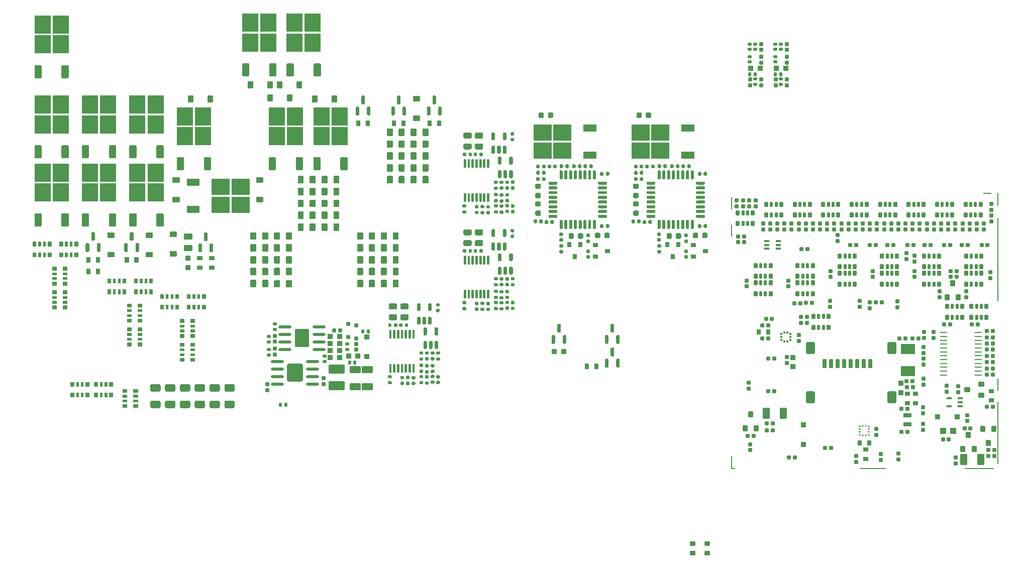
<source format=gbp>
G75*
G70*
%OFA0B0*%
%FSLAX25Y25*%
%IPPOS*%
%LPD*%
%AMOC8*
5,1,8,0,0,1.08239X$1,22.5*
%
%AMM134*
21,1,0.035430,0.030320,-0.000000,-0.000000,270.000000*
21,1,0.028350,0.037400,-0.000000,-0.000000,270.000000*
1,1,0.007090,-0.015160,-0.014170*
1,1,0.007090,-0.015160,0.014170*
1,1,0.007090,0.015160,0.014170*
1,1,0.007090,0.015160,-0.014170*
%
%AMM136*
21,1,0.035830,0.026770,-0.000000,-0.000000,180.000000*
21,1,0.029130,0.033470,-0.000000,-0.000000,180.000000*
1,1,0.006690,-0.014570,0.013390*
1,1,0.006690,0.014570,0.013390*
1,1,0.006690,0.014570,-0.013390*
1,1,0.006690,-0.014570,-0.013390*
%
%AMM157*
21,1,0.033470,0.026770,-0.000000,-0.000000,90.000000*
21,1,0.026770,0.033470,-0.000000,-0.000000,90.000000*
1,1,0.006690,0.013390,0.013390*
1,1,0.006690,0.013390,-0.013390*
1,1,0.006690,-0.013390,-0.013390*
1,1,0.006690,-0.013390,0.013390*
%
%AMM172*
21,1,0.035830,0.026770,0.000000,-0.000000,270.000000*
21,1,0.029130,0.033470,0.000000,-0.000000,270.000000*
1,1,0.006690,-0.013390,-0.014570*
1,1,0.006690,-0.013390,0.014570*
1,1,0.006690,0.013390,0.014570*
1,1,0.006690,0.013390,-0.014570*
%
%AMM173*
21,1,0.070870,0.036220,0.000000,-0.000000,0.000000*
21,1,0.061810,0.045280,0.000000,-0.000000,0.000000*
1,1,0.009060,0.030910,-0.018110*
1,1,0.009060,-0.030910,-0.018110*
1,1,0.009060,-0.030910,0.018110*
1,1,0.009060,0.030910,0.018110*
%
%AMM176*
21,1,0.023620,0.018900,0.000000,-0.000000,0.000000*
21,1,0.018900,0.023620,0.000000,-0.000000,0.000000*
1,1,0.004720,0.009450,-0.009450*
1,1,0.004720,-0.009450,-0.009450*
1,1,0.004720,-0.009450,0.009450*
1,1,0.004720,0.009450,0.009450*
%
%AMM177*
21,1,0.019680,0.019680,0.000000,-0.000000,270.000000*
21,1,0.015750,0.023620,0.000000,-0.000000,270.000000*
1,1,0.003940,-0.009840,-0.007870*
1,1,0.003940,-0.009840,0.007870*
1,1,0.003940,0.009840,0.007870*
1,1,0.003940,0.009840,-0.007870*
%
%AMM178*
21,1,0.019680,0.019680,0.000000,-0.000000,180.000000*
21,1,0.015750,0.023620,0.000000,-0.000000,180.000000*
1,1,0.003940,-0.007870,0.009840*
1,1,0.003940,0.007870,0.009840*
1,1,0.003940,0.007870,-0.009840*
1,1,0.003940,-0.007870,-0.009840*
%
%AMM192*
21,1,0.106300,0.050390,0.000000,-0.000000,0.000000*
21,1,0.093700,0.062990,0.000000,-0.000000,0.000000*
1,1,0.012600,0.046850,-0.025200*
1,1,0.012600,-0.046850,-0.025200*
1,1,0.012600,-0.046850,0.025200*
1,1,0.012600,0.046850,0.025200*
%
%AMM193*
21,1,0.033470,0.026770,0.000000,-0.000000,180.000000*
21,1,0.026770,0.033470,0.000000,-0.000000,180.000000*
1,1,0.006690,-0.013390,0.013390*
1,1,0.006690,0.013390,0.013390*
1,1,0.006690,0.013390,-0.013390*
1,1,0.006690,-0.013390,-0.013390*
%
%AMM194*
21,1,0.023620,0.018900,0.000000,-0.000000,90.000000*
21,1,0.018900,0.023620,0.000000,-0.000000,90.000000*
1,1,0.004720,0.009450,0.009450*
1,1,0.004720,0.009450,-0.009450*
1,1,0.004720,-0.009450,-0.009450*
1,1,0.004720,-0.009450,0.009450*
%
%AMM195*
21,1,0.122050,0.075590,0.000000,-0.000000,90.000000*
21,1,0.103150,0.094490,0.000000,-0.000000,90.000000*
1,1,0.018900,0.037800,0.051580*
1,1,0.018900,0.037800,-0.051580*
1,1,0.018900,-0.037800,-0.051580*
1,1,0.018900,-0.037800,0.051580*
%
%AMM196*
21,1,0.118110,0.083460,0.000000,-0.000000,270.000000*
21,1,0.097240,0.104330,0.000000,-0.000000,270.000000*
1,1,0.020870,-0.041730,-0.048620*
1,1,0.020870,-0.041730,0.048620*
1,1,0.020870,0.041730,0.048620*
1,1,0.020870,0.041730,-0.048620*
%
%AMM207*
21,1,0.027560,0.030710,-0.000000,-0.000000,180.000000*
21,1,0.022050,0.036220,-0.000000,-0.000000,180.000000*
1,1,0.005510,-0.011020,0.015350*
1,1,0.005510,0.011020,0.015350*
1,1,0.005510,0.011020,-0.015350*
1,1,0.005510,-0.011020,-0.015350*
%
%AMM208*
21,1,0.027560,0.030710,-0.000000,-0.000000,90.000000*
21,1,0.022050,0.036220,-0.000000,-0.000000,90.000000*
1,1,0.005510,0.015350,0.011020*
1,1,0.005510,0.015350,-0.011020*
1,1,0.005510,-0.015350,-0.011020*
1,1,0.005510,-0.015350,0.011020*
%
%AMM261*
21,1,0.012600,0.028980,-0.000000,-0.000000,90.000000*
21,1,0.010080,0.031500,-0.000000,-0.000000,90.000000*
1,1,0.002520,0.014490,0.005040*
1,1,0.002520,0.014490,-0.005040*
1,1,0.002520,-0.014490,-0.005040*
1,1,0.002520,-0.014490,0.005040*
%
%AMM263*
21,1,0.027560,0.018900,-0.000000,-0.000000,0.000000*
21,1,0.022840,0.023620,-0.000000,-0.000000,0.000000*
1,1,0.004720,0.011420,-0.009450*
1,1,0.004720,-0.011420,-0.009450*
1,1,0.004720,-0.011420,0.009450*
1,1,0.004720,0.011420,0.009450*
%
%AMM264*
21,1,0.027560,0.018900,-0.000000,-0.000000,270.000000*
21,1,0.022840,0.023620,-0.000000,-0.000000,270.000000*
1,1,0.004720,-0.009450,-0.011420*
1,1,0.004720,-0.009450,0.011420*
1,1,0.004720,0.009450,0.011420*
1,1,0.004720,0.009450,-0.011420*
%
%AMM268*
21,1,0.035430,0.030320,-0.000000,-0.000000,0.000000*
21,1,0.028350,0.037400,-0.000000,-0.000000,0.000000*
1,1,0.007090,0.014170,-0.015160*
1,1,0.007090,-0.014170,-0.015160*
1,1,0.007090,-0.014170,0.015160*
1,1,0.007090,0.014170,0.015160*
%
%AMM291*
21,1,0.025590,0.026380,-0.000000,-0.000000,0.000000*
21,1,0.020470,0.031500,-0.000000,-0.000000,0.000000*
1,1,0.005120,0.010240,-0.013190*
1,1,0.005120,-0.010240,-0.013190*
1,1,0.005120,-0.010240,0.013190*
1,1,0.005120,0.010240,0.013190*
%
%AMM292*
21,1,0.017720,0.027950,-0.000000,-0.000000,0.000000*
21,1,0.014170,0.031500,-0.000000,-0.000000,0.000000*
1,1,0.003540,0.007090,-0.013980*
1,1,0.003540,-0.007090,-0.013980*
1,1,0.003540,-0.007090,0.013980*
1,1,0.003540,0.007090,0.013980*
%
%AMM293*
21,1,0.035830,0.026770,-0.000000,-0.000000,90.000000*
21,1,0.029130,0.033470,-0.000000,-0.000000,90.000000*
1,1,0.006690,0.013390,0.014570*
1,1,0.006690,0.013390,-0.014570*
1,1,0.006690,-0.013390,-0.014570*
1,1,0.006690,-0.013390,0.014570*
%
%AMM294*
21,1,0.070870,0.036220,-0.000000,-0.000000,90.000000*
21,1,0.061810,0.045280,-0.000000,-0.000000,90.000000*
1,1,0.009060,0.018110,0.030910*
1,1,0.009060,0.018110,-0.030910*
1,1,0.009060,-0.018110,-0.030910*
1,1,0.009060,-0.018110,0.030910*
%
%AMM295*
21,1,0.059060,0.020470,-0.000000,-0.000000,270.000000*
21,1,0.053940,0.025590,-0.000000,-0.000000,270.000000*
1,1,0.005120,-0.010240,-0.026970*
1,1,0.005120,-0.010240,0.026970*
1,1,0.005120,0.010240,0.026970*
1,1,0.005120,0.010240,-0.026970*
%
%AMM296*
21,1,0.078740,0.045670,-0.000000,-0.000000,270.000000*
21,1,0.067320,0.057090,-0.000000,-0.000000,270.000000*
1,1,0.011420,-0.022840,-0.033660*
1,1,0.011420,-0.022840,0.033660*
1,1,0.011420,0.022840,0.033660*
1,1,0.011420,0.022840,-0.033660*
%
%AMM297*
21,1,0.027560,0.049610,-0.000000,-0.000000,90.000000*
21,1,0.022050,0.055120,-0.000000,-0.000000,90.000000*
1,1,0.005510,0.024800,0.011020*
1,1,0.005510,0.024800,-0.011020*
1,1,0.005510,-0.024800,-0.011020*
1,1,0.005510,-0.024800,0.011020*
%
%ADD163R,0.03543X0.03150*%
%ADD166R,0.03150X0.03543*%
%ADD196O,0.04961X0.00984*%
%ADD250R,0.01378X0.00984*%
%ADD251R,0.00984X0.01378*%
%ADD252R,0.01378X0.01476*%
%ADD253R,0.01476X0.01378*%
%ADD255R,0.03937X0.04331*%
%ADD260R,0.09449X0.06693*%
%ADD313O,0.08661X0.01968*%
%ADD326M134*%
%ADD328M136*%
%ADD349M157*%
%ADD364M172*%
%ADD365M173*%
%ADD368M176*%
%ADD369M177*%
%ADD370M178*%
%ADD384M192*%
%ADD385M193*%
%ADD386M194*%
%ADD387M195*%
%ADD388M196*%
%ADD394R,0.08661X0.04724*%
%ADD409M207*%
%ADD410M208*%
%ADD43R,0.00787X0.41732*%
%ADD44R,0.00787X0.08268*%
%ADD45R,0.00787X0.55217*%
%ADD46R,0.00787X0.09055*%
%ADD47R,0.05512X0.00787*%
%ADD48R,0.19685X0.00787*%
%ADD484M261*%
%ADD486M263*%
%ADD487M264*%
%ADD49R,0.17717X0.00787*%
%ADD491M268*%
%ADD50R,0.02657X0.00787*%
%ADD51R,0.00787X0.08661*%
%ADD514M291*%
%ADD515M292*%
%ADD516M293*%
%ADD517M294*%
%ADD518M295*%
%ADD519M296*%
%ADD52R,0.00787X0.07972*%
%ADD520M297*%
%ADD53R,0.00787X0.07874*%
%ADD93R,0.10827X0.12008*%
%ADD94R,0.12008X0.10827*%
X0000000Y0000000D02*
%LPD*%
G01*
D43*
X0643701Y0095492D03*
D44*
X0643701Y0127579D03*
D45*
X0643701Y0210502D03*
D46*
X0643701Y0250512D03*
D47*
X0636614Y0254646D03*
D48*
X0631102Y0071870D03*
D49*
X0560728Y0071870D03*
D50*
X0467864Y0071870D03*
D51*
X0466929Y0075807D03*
D52*
X0466929Y0229793D03*
D53*
X0466929Y0247953D03*
G36*
G01*
X0163386Y0200610D02*
X0163386Y0204744D01*
G75*
G02*
X0163780Y0205138I0000394J0000000D01*
G01*
X0166929Y0205138D01*
G75*
G02*
X0167323Y0204744I0000000J-000394D01*
G01*
X0167323Y0200610D01*
G75*
G02*
X0166929Y0200217I-000394J0000000D01*
G01*
X0163780Y0200217D01*
G75*
G02*
X0163386Y0200610I0000000J0000394D01*
G01*
G37*
G36*
G01*
X0171260Y0200610D02*
X0171260Y0204744D01*
G75*
G02*
X0171654Y0205138I0000394J0000000D01*
G01*
X0174803Y0205138D01*
G75*
G02*
X0175197Y0204744I0000000J-000394D01*
G01*
X0175197Y0200610D01*
G75*
G02*
X0174803Y0200217I-000394J0000000D01*
G01*
X0171654Y0200217D01*
G75*
G02*
X0171260Y0200610I0000000J0000394D01*
G01*
G37*
G36*
G01*
X0194882Y0238012D02*
X0194882Y0242146D01*
G75*
G02*
X0195276Y0242539I0000394J0000000D01*
G01*
X0198425Y0242539D01*
G75*
G02*
X0198819Y0242146I0000000J-000394D01*
G01*
X0198819Y0238012D01*
G75*
G02*
X0198425Y0237618I-000394J0000000D01*
G01*
X0195276Y0237618D01*
G75*
G02*
X0194882Y0238012I0000000J0000394D01*
G01*
G37*
G36*
G01*
X0202756Y0238012D02*
X0202756Y0242146D01*
G75*
G02*
X0203150Y0242539I0000394J0000000D01*
G01*
X0206299Y0242539D01*
G75*
G02*
X0206693Y0242146I0000000J-000394D01*
G01*
X0206693Y0238012D01*
G75*
G02*
X0206299Y0237618I-000394J0000000D01*
G01*
X0203150Y0237618D01*
G75*
G02*
X0202756Y0238012I0000000J0000394D01*
G01*
G37*
G36*
G01*
X0131398Y0127972D02*
X0136319Y0127972D01*
G75*
G02*
X0137303Y0126988I0000000J-000984D01*
G01*
X0137303Y0124035D01*
G75*
G02*
X0136319Y0123051I-000984J0000000D01*
G01*
X0131398Y0123051D01*
G75*
G02*
X0130413Y0124035I0000000J0000984D01*
G01*
X0130413Y0126988D01*
G75*
G02*
X0131398Y0127972I0000984J0000000D01*
G01*
G37*
G36*
G01*
X0131398Y0116949D02*
X0136319Y0116949D01*
G75*
G02*
X0137303Y0115965I0000000J-000984D01*
G01*
X0137303Y0113012D01*
G75*
G02*
X0136319Y0112028I-000984J0000000D01*
G01*
X0131398Y0112028D01*
G75*
G02*
X0130413Y0113012I0000000J0000984D01*
G01*
X0130413Y0115965D01*
G75*
G02*
X0131398Y0116949I0000984J0000000D01*
G01*
G37*
G36*
G01*
X0068642Y0153071D02*
X0066004Y0153071D01*
G75*
G02*
X0065748Y0153327I0000000J0000256D01*
G01*
X0065748Y0155374D01*
G75*
G02*
X0066004Y0155630I0000256J0000000D01*
G01*
X0068642Y0155630D01*
G75*
G02*
X0068898Y0155374I0000000J-000256D01*
G01*
X0068898Y0153327D01*
G75*
G02*
X0068642Y0153071I-000256J0000000D01*
G01*
G37*
G36*
G01*
X0068720Y0156909D02*
X0065925Y0156909D01*
G75*
G02*
X0065748Y0157087I0000000J0000177D01*
G01*
X0065748Y0158504D01*
G75*
G02*
X0065925Y0158681I0000177J0000000D01*
G01*
X0068720Y0158681D01*
G75*
G02*
X0068898Y0158504I0000000J-000177D01*
G01*
X0068898Y0157087D01*
G75*
G02*
X0068720Y0156909I-000177J0000000D01*
G01*
G37*
G36*
G01*
X0068720Y0160059D02*
X0065925Y0160059D01*
G75*
G02*
X0065748Y0160236I0000000J0000177D01*
G01*
X0065748Y0161654D01*
G75*
G02*
X0065925Y0161831I0000177J0000000D01*
G01*
X0068720Y0161831D01*
G75*
G02*
X0068898Y0161654I0000000J-000177D01*
G01*
X0068898Y0160236D01*
G75*
G02*
X0068720Y0160059I-000177J0000000D01*
G01*
G37*
G36*
G01*
X0068642Y0163110D02*
X0066004Y0163110D01*
G75*
G02*
X0065748Y0163366I0000000J0000256D01*
G01*
X0065748Y0165413D01*
G75*
G02*
X0066004Y0165669I0000256J0000000D01*
G01*
X0068642Y0165669D01*
G75*
G02*
X0068898Y0165413I0000000J-000256D01*
G01*
X0068898Y0163366D01*
G75*
G02*
X0068642Y0163110I-000256J0000000D01*
G01*
G37*
G36*
G01*
X0075728Y0163110D02*
X0073091Y0163110D01*
G75*
G02*
X0072835Y0163366I0000000J0000256D01*
G01*
X0072835Y0165413D01*
G75*
G02*
X0073091Y0165669I0000256J0000000D01*
G01*
X0075728Y0165669D01*
G75*
G02*
X0075984Y0165413I0000000J-000256D01*
G01*
X0075984Y0163366D01*
G75*
G02*
X0075728Y0163110I-000256J0000000D01*
G01*
G37*
G36*
G01*
X0075807Y0160059D02*
X0073012Y0160059D01*
G75*
G02*
X0072835Y0160236I0000000J0000177D01*
G01*
X0072835Y0161654D01*
G75*
G02*
X0073012Y0161831I0000177J0000000D01*
G01*
X0075807Y0161831D01*
G75*
G02*
X0075984Y0161654I0000000J-000177D01*
G01*
X0075984Y0160236D01*
G75*
G02*
X0075807Y0160059I-000177J0000000D01*
G01*
G37*
G36*
G01*
X0075807Y0156909D02*
X0073012Y0156909D01*
G75*
G02*
X0072835Y0157087I0000000J0000177D01*
G01*
X0072835Y0158504D01*
G75*
G02*
X0073012Y0158681I0000177J0000000D01*
G01*
X0075807Y0158681D01*
G75*
G02*
X0075984Y0158504I0000000J-000177D01*
G01*
X0075984Y0157087D01*
G75*
G02*
X0075807Y0156909I-000177J0000000D01*
G01*
G37*
G36*
G01*
X0075728Y0153071D02*
X0073091Y0153071D01*
G75*
G02*
X0072835Y0153327I0000000J0000256D01*
G01*
X0072835Y0155374D01*
G75*
G02*
X0073091Y0155630I0000256J0000000D01*
G01*
X0075728Y0155630D01*
G75*
G02*
X0075984Y0155374I0000000J-000256D01*
G01*
X0075984Y0153327D01*
G75*
G02*
X0075728Y0153071I-000256J0000000D01*
G01*
G37*
G36*
G01*
X0253937Y0285256D02*
X0253937Y0289390D01*
G75*
G02*
X0254331Y0289783I0000394J0000000D01*
G01*
X0257480Y0289783D01*
G75*
G02*
X0257874Y0289390I0000000J-000394D01*
G01*
X0257874Y0285256D01*
G75*
G02*
X0257480Y0284862I-000394J0000000D01*
G01*
X0254331Y0284862D01*
G75*
G02*
X0253937Y0285256I0000000J0000394D01*
G01*
G37*
G36*
G01*
X0261811Y0285256D02*
X0261811Y0289390D01*
G75*
G02*
X0262205Y0289783I0000394J0000000D01*
G01*
X0265354Y0289783D01*
G75*
G02*
X0265748Y0289390I0000000J-000394D01*
G01*
X0265748Y0285256D01*
G75*
G02*
X0265354Y0284862I-000394J0000000D01*
G01*
X0262205Y0284862D01*
G75*
G02*
X0261811Y0285256I0000000J0000394D01*
G01*
G37*
D93*
X0165256Y0292539D03*
X0177264Y0292539D03*
X0165256Y0305728D03*
X0177264Y0305728D03*
G36*
G01*
X0182126Y0270000D02*
X0178346Y0270000D01*
G75*
G02*
X0177874Y0270472I0000000J0000472D01*
G01*
X0177874Y0278189D01*
G75*
G02*
X0178346Y0278661I0000472J0000000D01*
G01*
X0182126Y0278661D01*
G75*
G02*
X0182598Y0278189I0000000J-000472D01*
G01*
X0182598Y0270472D01*
G75*
G02*
X0182126Y0270000I-000472J0000000D01*
G01*
G37*
G36*
G01*
X0164173Y0270000D02*
X0160394Y0270000D01*
G75*
G02*
X0159921Y0270472I0000000J0000472D01*
G01*
X0159921Y0278189D01*
G75*
G02*
X0160394Y0278661I0000472J0000000D01*
G01*
X0164173Y0278661D01*
G75*
G02*
X0164646Y0278189I0000000J-000472D01*
G01*
X0164646Y0270472D01*
G75*
G02*
X0164173Y0270000I-000472J0000000D01*
G01*
G37*
G36*
G01*
X0111713Y0127972D02*
X0116634Y0127972D01*
G75*
G02*
X0117618Y0126988I0000000J-000984D01*
G01*
X0117618Y0124035D01*
G75*
G02*
X0116634Y0123051I-000984J0000000D01*
G01*
X0111713Y0123051D01*
G75*
G02*
X0110728Y0124035I0000000J0000984D01*
G01*
X0110728Y0126988D01*
G75*
G02*
X0111713Y0127972I0000984J0000000D01*
G01*
G37*
G36*
G01*
X0111713Y0116949D02*
X0116634Y0116949D01*
G75*
G02*
X0117618Y0115965I0000000J-000984D01*
G01*
X0117618Y0113012D01*
G75*
G02*
X0116634Y0112028I-000984J0000000D01*
G01*
X0111713Y0112028D01*
G75*
G02*
X0110728Y0113012I0000000J0000984D01*
G01*
X0110728Y0115965D01*
G75*
G02*
X0111713Y0116949I0000984J0000000D01*
G01*
G37*
G36*
G01*
X0442681Y0014436D02*
X0439610Y0014436D01*
G75*
G02*
X0439334Y0014711I0000000J0000276D01*
G01*
X0439334Y0016916D01*
G75*
G02*
X0439610Y0017192I0000276J0000000D01*
G01*
X0442681Y0017192D01*
G75*
G02*
X0442957Y0016916I0000000J-000276D01*
G01*
X0442957Y0014711D01*
G75*
G02*
X0442681Y0014436I-000276J0000000D01*
G01*
G37*
G36*
G01*
X0442681Y0020735D02*
X0439610Y0020735D01*
G75*
G02*
X0439334Y0021011I0000000J0000276D01*
G01*
X0439334Y0023215D01*
G75*
G02*
X0439610Y0023491I0000276J0000000D01*
G01*
X0442681Y0023491D01*
G75*
G02*
X0442957Y0023215I0000000J-000276D01*
G01*
X0442957Y0021011D01*
G75*
G02*
X0442681Y0020735I-000276J0000000D01*
G01*
G37*
X0104232Y0292539D03*
X0116240Y0292539D03*
X0104232Y0305728D03*
X0116240Y0305728D03*
G36*
G01*
X0121102Y0270000D02*
X0117323Y0270000D01*
G75*
G02*
X0116850Y0270472I0000000J0000472D01*
G01*
X0116850Y0278189D01*
G75*
G02*
X0117323Y0278661I0000472J0000000D01*
G01*
X0121102Y0278661D01*
G75*
G02*
X0121575Y0278189I0000000J-000472D01*
G01*
X0121575Y0270472D01*
G75*
G02*
X0121102Y0270000I-000472J0000000D01*
G01*
G37*
G36*
G01*
X0103150Y0270000D02*
X0099370Y0270000D01*
G75*
G02*
X0098898Y0270472I0000000J0000472D01*
G01*
X0098898Y0278189D01*
G75*
G02*
X0099370Y0278661I0000472J0000000D01*
G01*
X0103150Y0278661D01*
G75*
G02*
X0103622Y0278189I0000000J-000472D01*
G01*
X0103622Y0270472D01*
G75*
G02*
X0103150Y0270000I-000472J0000000D01*
G01*
G37*
G36*
G01*
X0356693Y0154744D02*
X0355512Y0154744D01*
G75*
G02*
X0354921Y0155335I0000000J0000591D01*
G01*
X0354921Y0159961D01*
G75*
G02*
X0355512Y0160551I0000591J0000000D01*
G01*
X0356693Y0160551D01*
G75*
G02*
X0357283Y0159961I0000000J-000591D01*
G01*
X0357283Y0155335D01*
G75*
G02*
X0356693Y0154744I-000591J0000000D01*
G01*
G37*
G36*
G01*
X0349213Y0154744D02*
X0348031Y0154744D01*
G75*
G02*
X0347441Y0155335I0000000J0000591D01*
G01*
X0347441Y0159961D01*
G75*
G02*
X0348031Y0160551I0000591J0000000D01*
G01*
X0349213Y0160551D01*
G75*
G02*
X0349803Y0159961I0000000J-000591D01*
G01*
X0349803Y0155335D01*
G75*
G02*
X0349213Y0154744I-000591J0000000D01*
G01*
G37*
G36*
G01*
X0352953Y0162126D02*
X0351772Y0162126D01*
G75*
G02*
X0351181Y0162717I0000000J0000591D01*
G01*
X0351181Y0167343D01*
G75*
G02*
X0351772Y0167933I0000591J0000000D01*
G01*
X0352953Y0167933D01*
G75*
G02*
X0353543Y0167343I0000000J-000591D01*
G01*
X0353543Y0162717D01*
G75*
G02*
X0352953Y0162126I-000591J0000000D01*
G01*
G37*
G36*
G01*
X0098465Y0212717D02*
X0094449Y0212717D01*
G75*
G02*
X0094094Y0213071I0000000J0000354D01*
G01*
X0094094Y0215906D01*
G75*
G02*
X0094449Y0216260I0000354J0000000D01*
G01*
X0098465Y0216260D01*
G75*
G02*
X0098819Y0215906I0000000J-000354D01*
G01*
X0098819Y0213071D01*
G75*
G02*
X0098465Y0212717I-000354J0000000D01*
G01*
G37*
G36*
G01*
X0098465Y0225709D02*
X0094449Y0225709D01*
G75*
G02*
X0094094Y0226063I0000000J0000354D01*
G01*
X0094094Y0228898D01*
G75*
G02*
X0094449Y0229252I0000354J0000000D01*
G01*
X0098465Y0229252D01*
G75*
G02*
X0098819Y0228898I0000000J-000354D01*
G01*
X0098819Y0226063D01*
G75*
G02*
X0098465Y0225709I-000354J0000000D01*
G01*
G37*
G36*
G01*
X0255866Y0319213D02*
X0259882Y0319213D01*
G75*
G02*
X0260236Y0318858I0000000J-000354D01*
G01*
X0260236Y0316024D01*
G75*
G02*
X0259882Y0315669I-000354J0000000D01*
G01*
X0255866Y0315669D01*
G75*
G02*
X0255512Y0316024I0000000J0000354D01*
G01*
X0255512Y0318858D01*
G75*
G02*
X0255866Y0319213I0000354J0000000D01*
G01*
G37*
G36*
G01*
X0255866Y0306220D02*
X0259882Y0306220D01*
G75*
G02*
X0260236Y0305866I0000000J-000354D01*
G01*
X0260236Y0303031D01*
G75*
G02*
X0259882Y0302677I-000354J0000000D01*
G01*
X0255866Y0302677D01*
G75*
G02*
X0255512Y0303031I0000000J0000354D01*
G01*
X0255512Y0305866D01*
G75*
G02*
X0255866Y0306220I0000354J0000000D01*
G01*
G37*
G36*
G01*
X0274016Y0306319D02*
X0272835Y0306319D01*
G75*
G02*
X0272244Y0306909I0000000J0000591D01*
G01*
X0272244Y0311535D01*
G75*
G02*
X0272835Y0312126I0000591J0000000D01*
G01*
X0274016Y0312126D01*
G75*
G02*
X0274606Y0311535I0000000J-000591D01*
G01*
X0274606Y0306909D01*
G75*
G02*
X0274016Y0306319I-000591J0000000D01*
G01*
G37*
G36*
G01*
X0270276Y0313701D02*
X0269094Y0313701D01*
G75*
G02*
X0268504Y0314291I0000000J0000591D01*
G01*
X0268504Y0318917D01*
G75*
G02*
X0269094Y0319508I0000591J0000000D01*
G01*
X0270276Y0319508D01*
G75*
G02*
X0270866Y0318917I0000000J-000591D01*
G01*
X0270866Y0314291D01*
G75*
G02*
X0270276Y0313701I-000591J0000000D01*
G01*
G37*
G36*
G01*
X0266535Y0306319D02*
X0265354Y0306319D01*
G75*
G02*
X0264764Y0306909I0000000J0000591D01*
G01*
X0264764Y0311535D01*
G75*
G02*
X0265354Y0312126I0000591J0000000D01*
G01*
X0266535Y0312126D01*
G75*
G02*
X0267126Y0311535I0000000J-000591D01*
G01*
X0267126Y0306909D01*
G75*
G02*
X0266535Y0306319I-000591J0000000D01*
G01*
G37*
G36*
G01*
X0082185Y0127972D02*
X0087106Y0127972D01*
G75*
G02*
X0088091Y0126988I0000000J-000984D01*
G01*
X0088091Y0124035D01*
G75*
G02*
X0087106Y0123051I-000984J0000000D01*
G01*
X0082185Y0123051D01*
G75*
G02*
X0081201Y0124035I0000000J0000984D01*
G01*
X0081201Y0126988D01*
G75*
G02*
X0082185Y0127972I0000984J0000000D01*
G01*
G37*
G36*
G01*
X0082185Y0116949D02*
X0087106Y0116949D01*
G75*
G02*
X0088091Y0115965I0000000J-000984D01*
G01*
X0088091Y0113012D01*
G75*
G02*
X0087106Y0112028I-000984J0000000D01*
G01*
X0082185Y0112028D01*
G75*
G02*
X0081201Y0113012I0000000J0000984D01*
G01*
X0081201Y0115965D01*
G75*
G02*
X0082185Y0116949I0000984J0000000D01*
G01*
G37*
G36*
G01*
X0188583Y0315236D02*
X0188583Y0319252D01*
G75*
G02*
X0188937Y0319606I0000354J0000000D01*
G01*
X0191772Y0319606D01*
G75*
G02*
X0192126Y0319252I0000000J-000354D01*
G01*
X0192126Y0315236D01*
G75*
G02*
X0191772Y0314882I-000354J0000000D01*
G01*
X0188937Y0314882D01*
G75*
G02*
X0188583Y0315236I0000000J0000354D01*
G01*
G37*
G36*
G01*
X0201575Y0315236D02*
X0201575Y0319252D01*
G75*
G02*
X0201929Y0319606I0000354J0000000D01*
G01*
X0204764Y0319606D01*
G75*
G02*
X0205118Y0319252I0000000J-000354D01*
G01*
X0205118Y0315236D01*
G75*
G02*
X0204764Y0314882I-000354J0000000D01*
G01*
X0201929Y0314882D01*
G75*
G02*
X0201575Y0315236I0000000J0000354D01*
G01*
G37*
G36*
G01*
X0082717Y0212126D02*
X0078701Y0212126D01*
G75*
G02*
X0078346Y0212480I0000000J0000354D01*
G01*
X0078346Y0215315D01*
G75*
G02*
X0078701Y0215669I0000354J0000000D01*
G01*
X0082717Y0215669D01*
G75*
G02*
X0083071Y0215315I0000000J-000354D01*
G01*
X0083071Y0212480D01*
G75*
G02*
X0082717Y0212126I-000354J0000000D01*
G01*
G37*
G36*
G01*
X0082717Y0225118D02*
X0078701Y0225118D01*
G75*
G02*
X0078346Y0225472I0000000J0000354D01*
G01*
X0078346Y0228307D01*
G75*
G02*
X0078701Y0228661I0000354J0000000D01*
G01*
X0082717Y0228661D01*
G75*
G02*
X0083071Y0228307I0000000J-000354D01*
G01*
X0083071Y0225472D01*
G75*
G02*
X0082717Y0225118I-000354J0000000D01*
G01*
G37*
G36*
G01*
X0234252Y0216358D02*
X0234252Y0220492D01*
G75*
G02*
X0234646Y0220886I0000394J0000000D01*
G01*
X0237795Y0220886D01*
G75*
G02*
X0238189Y0220492I0000000J-000394D01*
G01*
X0238189Y0216358D01*
G75*
G02*
X0237795Y0215965I-000394J0000000D01*
G01*
X0234646Y0215965D01*
G75*
G02*
X0234252Y0216358I0000000J0000394D01*
G01*
G37*
G36*
G01*
X0242126Y0216358D02*
X0242126Y0220492D01*
G75*
G02*
X0242520Y0220886I0000394J0000000D01*
G01*
X0245669Y0220886D01*
G75*
G02*
X0246063Y0220492I0000000J-000394D01*
G01*
X0246063Y0216358D01*
G75*
G02*
X0245669Y0215965I-000394J0000000D01*
G01*
X0242520Y0215965D01*
G75*
G02*
X0242126Y0216358I0000000J0000394D01*
G01*
G37*
G36*
G01*
X0121555Y0127972D02*
X0126476Y0127972D01*
G75*
G02*
X0127461Y0126988I0000000J-000984D01*
G01*
X0127461Y0124035D01*
G75*
G02*
X0126476Y0123051I-000984J0000000D01*
G01*
X0121555Y0123051D01*
G75*
G02*
X0120571Y0124035I0000000J0000984D01*
G01*
X0120571Y0126988D01*
G75*
G02*
X0121555Y0127972I0000984J0000000D01*
G01*
G37*
G36*
G01*
X0121555Y0116949D02*
X0126476Y0116949D01*
G75*
G02*
X0127461Y0115965I0000000J-000984D01*
G01*
X0127461Y0113012D01*
G75*
G02*
X0126476Y0112028I-000984J0000000D01*
G01*
X0121555Y0112028D01*
G75*
G02*
X0120571Y0113012I0000000J0000984D01*
G01*
X0120571Y0115965D01*
G75*
G02*
X0121555Y0116949I0000984J0000000D01*
G01*
G37*
G36*
G01*
X0101870Y0127972D02*
X0106791Y0127972D01*
G75*
G02*
X0107776Y0126988I0000000J-000984D01*
G01*
X0107776Y0124035D01*
G75*
G02*
X0106791Y0123051I-000984J0000000D01*
G01*
X0101870Y0123051D01*
G75*
G02*
X0100886Y0124035I0000000J0000984D01*
G01*
X0100886Y0126988D01*
G75*
G02*
X0101870Y0127972I0000984J0000000D01*
G01*
G37*
G36*
G01*
X0101870Y0116949D02*
X0106791Y0116949D01*
G75*
G02*
X0107776Y0115965I0000000J-000984D01*
G01*
X0107776Y0113012D01*
G75*
G02*
X0106791Y0112028I-000984J0000000D01*
G01*
X0101870Y0112028D01*
G75*
G02*
X0100886Y0113012I0000000J0000984D01*
G01*
X0100886Y0115965D01*
G75*
G02*
X0101870Y0116949I0000984J0000000D01*
G01*
G37*
G36*
G01*
X0190945Y0242146D02*
X0190945Y0238012D01*
G75*
G02*
X0190551Y0237618I-000394J0000000D01*
G01*
X0187402Y0237618D01*
G75*
G02*
X0187008Y0238012I0000000J0000394D01*
G01*
X0187008Y0242146D01*
G75*
G02*
X0187402Y0242539I0000394J0000000D01*
G01*
X0190551Y0242539D01*
G75*
G02*
X0190945Y0242146I0000000J-000394D01*
G01*
G37*
G36*
G01*
X0183071Y0242146D02*
X0183071Y0238012D01*
G75*
G02*
X0182677Y0237618I-000394J0000000D01*
G01*
X0179528Y0237618D01*
G75*
G02*
X0179134Y0238012I0000000J0000394D01*
G01*
X0179134Y0242146D01*
G75*
G02*
X0179528Y0242539I0000394J0000000D01*
G01*
X0182677Y0242539D01*
G75*
G02*
X0183071Y0242146I0000000J-000394D01*
G01*
G37*
X0072736Y0300413D03*
X0084744Y0300413D03*
X0072736Y0313602D03*
X0084744Y0313602D03*
G36*
G01*
X0089606Y0277874D02*
X0085827Y0277874D01*
G75*
G02*
X0085354Y0278346I0000000J0000472D01*
G01*
X0085354Y0286063D01*
G75*
G02*
X0085827Y0286535I0000472J0000000D01*
G01*
X0089606Y0286535D01*
G75*
G02*
X0090079Y0286063I0000000J-000472D01*
G01*
X0090079Y0278346D01*
G75*
G02*
X0089606Y0277874I-000472J0000000D01*
G01*
G37*
G36*
G01*
X0071654Y0277874D02*
X0067874Y0277874D01*
G75*
G02*
X0067402Y0278346I0000000J0000472D01*
G01*
X0067402Y0286063D01*
G75*
G02*
X0067874Y0286535I0000472J0000000D01*
G01*
X0071654Y0286535D01*
G75*
G02*
X0072126Y0286063I0000000J-000472D01*
G01*
X0072126Y0278346D01*
G75*
G02*
X0071654Y0277874I-000472J0000000D01*
G01*
G37*
G36*
G01*
X0194882Y0261634D02*
X0194882Y0265768D01*
G75*
G02*
X0195276Y0266161I0000394J0000000D01*
G01*
X0198425Y0266161D01*
G75*
G02*
X0198819Y0265768I0000000J-000394D01*
G01*
X0198819Y0261634D01*
G75*
G02*
X0198425Y0261240I-000394J0000000D01*
G01*
X0195276Y0261240D01*
G75*
G02*
X0194882Y0261634I0000000J0000394D01*
G01*
G37*
G36*
G01*
X0202756Y0261634D02*
X0202756Y0265768D01*
G75*
G02*
X0203150Y0266161I0000394J0000000D01*
G01*
X0206299Y0266161D01*
G75*
G02*
X0206693Y0265768I0000000J-000394D01*
G01*
X0206693Y0261634D01*
G75*
G02*
X0206299Y0261240I-000394J0000000D01*
G01*
X0203150Y0261240D01*
G75*
G02*
X0202756Y0261634I0000000J0000394D01*
G01*
G37*
G36*
G01*
X0378543Y0141220D02*
X0378543Y0138150D01*
G75*
G02*
X0378268Y0137874I-000276J0000000D01*
G01*
X0376063Y0137874D01*
G75*
G02*
X0375787Y0138150I0000000J0000276D01*
G01*
X0375787Y0141220D01*
G75*
G02*
X0376063Y0141496I0000276J0000000D01*
G01*
X0378268Y0141496D01*
G75*
G02*
X0378543Y0141220I0000000J-000276D01*
G01*
G37*
G36*
G01*
X0372244Y0141220D02*
X0372244Y0138150D01*
G75*
G02*
X0371969Y0137874I-000276J0000000D01*
G01*
X0369764Y0137874D01*
G75*
G02*
X0369488Y0138150I0000000J0000276D01*
G01*
X0369488Y0141220D01*
G75*
G02*
X0369764Y0141496I0000276J0000000D01*
G01*
X0371969Y0141496D01*
G75*
G02*
X0372244Y0141220I0000000J-000276D01*
G01*
G37*
G36*
G01*
X0115709Y0203858D02*
X0112638Y0203858D01*
G75*
G02*
X0112362Y0204134I0000000J0000276D01*
G01*
X0112362Y0206339D01*
G75*
G02*
X0112638Y0206614I0000276J0000000D01*
G01*
X0115709Y0206614D01*
G75*
G02*
X0115984Y0206339I0000000J-000276D01*
G01*
X0115984Y0204134D01*
G75*
G02*
X0115709Y0203858I-000276J0000000D01*
G01*
G37*
G36*
G01*
X0115709Y0210157D02*
X0112638Y0210157D01*
G75*
G02*
X0112362Y0210433I0000000J0000276D01*
G01*
X0112362Y0212638D01*
G75*
G02*
X0112638Y0212913I0000276J0000000D01*
G01*
X0115709Y0212913D01*
G75*
G02*
X0115984Y0212638I0000000J-000276D01*
G01*
X0115984Y0210433D01*
G75*
G02*
X0115709Y0210157I-000276J0000000D01*
G01*
G37*
G36*
G01*
X0190945Y0257894D02*
X0190945Y0253760D01*
G75*
G02*
X0190551Y0253366I-000394J0000000D01*
G01*
X0187402Y0253366D01*
G75*
G02*
X0187008Y0253760I0000000J0000394D01*
G01*
X0187008Y0257894D01*
G75*
G02*
X0187402Y0258287I0000394J0000000D01*
G01*
X0190551Y0258287D01*
G75*
G02*
X0190945Y0257894I0000000J-000394D01*
G01*
G37*
G36*
G01*
X0183071Y0257894D02*
X0183071Y0253760D01*
G75*
G02*
X0182677Y0253366I-000394J0000000D01*
G01*
X0179528Y0253366D01*
G75*
G02*
X0179134Y0253760I0000000J0000394D01*
G01*
X0179134Y0257894D01*
G75*
G02*
X0179528Y0258287I0000394J0000000D01*
G01*
X0182677Y0258287D01*
G75*
G02*
X0183071Y0257894I0000000J-000394D01*
G01*
G37*
G36*
G01*
X0123583Y0203858D02*
X0120512Y0203858D01*
G75*
G02*
X0120236Y0204134I0000000J0000276D01*
G01*
X0120236Y0206339D01*
G75*
G02*
X0120512Y0206614I0000276J0000000D01*
G01*
X0123583Y0206614D01*
G75*
G02*
X0123858Y0206339I0000000J-000276D01*
G01*
X0123858Y0204134D01*
G75*
G02*
X0123583Y0203858I-000276J0000000D01*
G01*
G37*
G36*
G01*
X0123583Y0210157D02*
X0120512Y0210157D01*
G75*
G02*
X0120236Y0210433I0000000J0000276D01*
G01*
X0120236Y0212638D01*
G75*
G02*
X0120512Y0212913I0000276J0000000D01*
G01*
X0123583Y0212913D01*
G75*
G02*
X0123858Y0212638I0000000J-000276D01*
G01*
X0123858Y0210433D01*
G75*
G02*
X0123583Y0210157I-000276J0000000D01*
G01*
G37*
G36*
G01*
X0194882Y0253760D02*
X0194882Y0257894D01*
G75*
G02*
X0195276Y0258287I0000394J0000000D01*
G01*
X0198425Y0258287D01*
G75*
G02*
X0198819Y0257894I0000000J-000394D01*
G01*
X0198819Y0253760D01*
G75*
G02*
X0198425Y0253366I-000394J0000000D01*
G01*
X0195276Y0253366D01*
G75*
G02*
X0194882Y0253760I0000000J0000394D01*
G01*
G37*
G36*
G01*
X0202756Y0253760D02*
X0202756Y0257894D01*
G75*
G02*
X0203150Y0258287I0000394J0000000D01*
G01*
X0206299Y0258287D01*
G75*
G02*
X0206693Y0257894I0000000J-000394D01*
G01*
X0206693Y0253760D01*
G75*
G02*
X0206299Y0253366I-000394J0000000D01*
G01*
X0203150Y0253366D01*
G75*
G02*
X0202756Y0253760I0000000J0000394D01*
G01*
G37*
X0041240Y0300413D03*
X0053248Y0300413D03*
X0041240Y0313602D03*
X0053248Y0313602D03*
G36*
G01*
X0058110Y0277874D02*
X0054331Y0277874D01*
G75*
G02*
X0053858Y0278346I0000000J0000472D01*
G01*
X0053858Y0286063D01*
G75*
G02*
X0054331Y0286535I0000472J0000000D01*
G01*
X0058110Y0286535D01*
G75*
G02*
X0058583Y0286063I0000000J-000472D01*
G01*
X0058583Y0278346D01*
G75*
G02*
X0058110Y0277874I-000472J0000000D01*
G01*
G37*
G36*
G01*
X0040157Y0277874D02*
X0036378Y0277874D01*
G75*
G02*
X0035906Y0278346I0000000J0000472D01*
G01*
X0035906Y0286063D01*
G75*
G02*
X0036378Y0286535I0000472J0000000D01*
G01*
X0040157Y0286535D01*
G75*
G02*
X0040630Y0286063I0000000J-000472D01*
G01*
X0040630Y0278346D01*
G75*
G02*
X0040157Y0277874I-000472J0000000D01*
G01*
G37*
G36*
G01*
X0155846Y0248740D02*
X0151831Y0248740D01*
G75*
G02*
X0151476Y0249094I0000000J0000354D01*
G01*
X0151476Y0251929D01*
G75*
G02*
X0151831Y0252283I0000354J0000000D01*
G01*
X0155846Y0252283D01*
G75*
G02*
X0156201Y0251929I0000000J-000354D01*
G01*
X0156201Y0249094D01*
G75*
G02*
X0155846Y0248740I-000354J0000000D01*
G01*
G37*
G36*
G01*
X0155846Y0261732D02*
X0151831Y0261732D01*
G75*
G02*
X0151476Y0262087I0000000J0000354D01*
G01*
X0151476Y0264921D01*
G75*
G02*
X0151831Y0265276I0000354J0000000D01*
G01*
X0155846Y0265276D01*
G75*
G02*
X0156201Y0264921I0000000J-000354D01*
G01*
X0156201Y0262087D01*
G75*
G02*
X0155846Y0261732I-000354J0000000D01*
G01*
G37*
G36*
G01*
X0020866Y0219567D02*
X0020866Y0222205D01*
G75*
G02*
X0021122Y0222461I0000256J0000000D01*
G01*
X0023169Y0222461D01*
G75*
G02*
X0023425Y0222205I0000000J-000256D01*
G01*
X0023425Y0219567D01*
G75*
G02*
X0023169Y0219311I-000256J0000000D01*
G01*
X0021122Y0219311D01*
G75*
G02*
X0020866Y0219567I0000000J0000256D01*
G01*
G37*
G36*
G01*
X0024705Y0219488D02*
X0024705Y0222283D01*
G75*
G02*
X0024882Y0222461I0000177J0000000D01*
G01*
X0026299Y0222461D01*
G75*
G02*
X0026476Y0222283I0000000J-000177D01*
G01*
X0026476Y0219488D01*
G75*
G02*
X0026299Y0219311I-000177J0000000D01*
G01*
X0024882Y0219311D01*
G75*
G02*
X0024705Y0219488I0000000J0000177D01*
G01*
G37*
G36*
G01*
X0027854Y0219488D02*
X0027854Y0222283D01*
G75*
G02*
X0028031Y0222461I0000177J0000000D01*
G01*
X0029449Y0222461D01*
G75*
G02*
X0029626Y0222283I0000000J-000177D01*
G01*
X0029626Y0219488D01*
G75*
G02*
X0029449Y0219311I-000177J0000000D01*
G01*
X0028031Y0219311D01*
G75*
G02*
X0027854Y0219488I0000000J0000177D01*
G01*
G37*
G36*
G01*
X0030906Y0219567D02*
X0030906Y0222205D01*
G75*
G02*
X0031161Y0222461I0000256J0000000D01*
G01*
X0033209Y0222461D01*
G75*
G02*
X0033465Y0222205I0000000J-000256D01*
G01*
X0033465Y0219567D01*
G75*
G02*
X0033209Y0219311I-000256J0000000D01*
G01*
X0031161Y0219311D01*
G75*
G02*
X0030906Y0219567I0000000J0000256D01*
G01*
G37*
G36*
G01*
X0030906Y0212480D02*
X0030906Y0215118D01*
G75*
G02*
X0031161Y0215374I0000256J0000000D01*
G01*
X0033209Y0215374D01*
G75*
G02*
X0033465Y0215118I0000000J-000256D01*
G01*
X0033465Y0212480D01*
G75*
G02*
X0033209Y0212224I-000256J0000000D01*
G01*
X0031161Y0212224D01*
G75*
G02*
X0030906Y0212480I0000000J0000256D01*
G01*
G37*
G36*
G01*
X0027854Y0212402D02*
X0027854Y0215197D01*
G75*
G02*
X0028031Y0215374I0000177J0000000D01*
G01*
X0029449Y0215374D01*
G75*
G02*
X0029626Y0215197I0000000J-000177D01*
G01*
X0029626Y0212402D01*
G75*
G02*
X0029449Y0212224I-000177J0000000D01*
G01*
X0028031Y0212224D01*
G75*
G02*
X0027854Y0212402I0000000J0000177D01*
G01*
G37*
G36*
G01*
X0024705Y0212402D02*
X0024705Y0215197D01*
G75*
G02*
X0024882Y0215374I0000177J0000000D01*
G01*
X0026299Y0215374D01*
G75*
G02*
X0026476Y0215197I0000000J-000177D01*
G01*
X0026476Y0212402D01*
G75*
G02*
X0026299Y0212224I-000177J0000000D01*
G01*
X0024882Y0212224D01*
G75*
G02*
X0024705Y0212402I0000000J0000177D01*
G01*
G37*
G36*
G01*
X0020866Y0212480D02*
X0020866Y0215118D01*
G75*
G02*
X0021122Y0215374I0000256J0000000D01*
G01*
X0023169Y0215374D01*
G75*
G02*
X0023425Y0215118I0000000J-000256D01*
G01*
X0023425Y0212480D01*
G75*
G02*
X0023169Y0212224I-000256J0000000D01*
G01*
X0021122Y0212224D01*
G75*
G02*
X0020866Y0212480I0000000J0000256D01*
G01*
G37*
G36*
G01*
X0159055Y0316024D02*
X0159055Y0320039D01*
G75*
G02*
X0159409Y0320394I0000354J0000000D01*
G01*
X0162244Y0320394D01*
G75*
G02*
X0162598Y0320039I0000000J-000354D01*
G01*
X0162598Y0316024D01*
G75*
G02*
X0162244Y0315669I-000354J0000000D01*
G01*
X0159409Y0315669D01*
G75*
G02*
X0159055Y0316024I0000000J0000354D01*
G01*
G37*
G36*
G01*
X0172047Y0316024D02*
X0172047Y0320039D01*
G75*
G02*
X0172402Y0320394I0000354J0000000D01*
G01*
X0175236Y0320394D01*
G75*
G02*
X0175591Y0320039I0000000J-000354D01*
G01*
X0175591Y0316024D01*
G75*
G02*
X0175236Y0315669I-000354J0000000D01*
G01*
X0172402Y0315669D01*
G75*
G02*
X0172047Y0316024I0000000J0000354D01*
G01*
G37*
X0009744Y0300413D03*
X0021752Y0300413D03*
X0009744Y0313602D03*
X0021752Y0313602D03*
G36*
G01*
X0026614Y0277874D02*
X0022835Y0277874D01*
G75*
G02*
X0022362Y0278346I0000000J0000472D01*
G01*
X0022362Y0286063D01*
G75*
G02*
X0022835Y0286535I0000472J0000000D01*
G01*
X0026614Y0286535D01*
G75*
G02*
X0027087Y0286063I0000000J-000472D01*
G01*
X0027087Y0278346D01*
G75*
G02*
X0026614Y0277874I-000472J0000000D01*
G01*
G37*
G36*
G01*
X0008661Y0277874D02*
X0004882Y0277874D01*
G75*
G02*
X0004409Y0278346I0000000J0000472D01*
G01*
X0004409Y0286063D01*
G75*
G02*
X0004882Y0286535I0000472J0000000D01*
G01*
X0008661Y0286535D01*
G75*
G02*
X0009134Y0286063I0000000J-000472D01*
G01*
X0009134Y0278346D01*
G75*
G02*
X0008661Y0277874I-000472J0000000D01*
G01*
G37*
G36*
G01*
X0047835Y0212087D02*
X0047835Y0209016D01*
G75*
G02*
X0047559Y0208740I-000276J0000000D01*
G01*
X0045354Y0208740D01*
G75*
G02*
X0045079Y0209016I0000000J0000276D01*
G01*
X0045079Y0212087D01*
G75*
G02*
X0045354Y0212362I0000276J0000000D01*
G01*
X0047559Y0212362D01*
G75*
G02*
X0047835Y0212087I0000000J-000276D01*
G01*
G37*
G36*
G01*
X0041535Y0212087D02*
X0041535Y0209016D01*
G75*
G02*
X0041260Y0208740I-000276J0000000D01*
G01*
X0039055Y0208740D01*
G75*
G02*
X0038780Y0209016I0000000J0000276D01*
G01*
X0038780Y0212087D01*
G75*
G02*
X0039055Y0212362I0000276J0000000D01*
G01*
X0041260Y0212362D01*
G75*
G02*
X0041535Y0212087I0000000J-000276D01*
G01*
G37*
G36*
G01*
X0057126Y0212126D02*
X0053110Y0212126D01*
G75*
G02*
X0052756Y0212480I0000000J0000354D01*
G01*
X0052756Y0215315D01*
G75*
G02*
X0053110Y0215669I0000354J0000000D01*
G01*
X0057126Y0215669D01*
G75*
G02*
X0057480Y0215315I0000000J-000354D01*
G01*
X0057480Y0212480D01*
G75*
G02*
X0057126Y0212126I-000354J0000000D01*
G01*
G37*
G36*
G01*
X0057126Y0225118D02*
X0053110Y0225118D01*
G75*
G02*
X0052756Y0225472I0000000J0000354D01*
G01*
X0052756Y0228307D01*
G75*
G02*
X0053110Y0228661I0000354J0000000D01*
G01*
X0057126Y0228661D01*
G75*
G02*
X0057480Y0228307I0000000J-000354D01*
G01*
X0057480Y0225472D01*
G75*
G02*
X0057126Y0225118I-000354J0000000D01*
G01*
G37*
X0041240Y0255138D03*
X0053248Y0255138D03*
X0041240Y0268327D03*
X0053248Y0268327D03*
G36*
G01*
X0058110Y0232598D02*
X0054331Y0232598D01*
G75*
G02*
X0053858Y0233071I0000000J0000472D01*
G01*
X0053858Y0240787D01*
G75*
G02*
X0054331Y0241260I0000472J0000000D01*
G01*
X0058110Y0241260D01*
G75*
G02*
X0058583Y0240787I0000000J-000472D01*
G01*
X0058583Y0233071D01*
G75*
G02*
X0058110Y0232598I-000472J0000000D01*
G01*
G37*
G36*
G01*
X0040157Y0232598D02*
X0036378Y0232598D01*
G75*
G02*
X0035906Y0233071I0000000J0000472D01*
G01*
X0035906Y0240787D01*
G75*
G02*
X0036378Y0241260I0000472J0000000D01*
G01*
X0040157Y0241260D01*
G75*
G02*
X0040630Y0240787I0000000J-000472D01*
G01*
X0040630Y0233071D01*
G75*
G02*
X0040157Y0232598I-000472J0000000D01*
G01*
G37*
G36*
G01*
X0250000Y0281516D02*
X0250000Y0277382D01*
G75*
G02*
X0249606Y0276988I-000394J0000000D01*
G01*
X0246457Y0276988D01*
G75*
G02*
X0246063Y0277382I0000000J0000394D01*
G01*
X0246063Y0281516D01*
G75*
G02*
X0246457Y0281909I0000394J0000000D01*
G01*
X0249606Y0281909D01*
G75*
G02*
X0250000Y0281516I0000000J-000394D01*
G01*
G37*
G36*
G01*
X0242126Y0281516D02*
X0242126Y0277382D01*
G75*
G02*
X0241732Y0276988I-000394J0000000D01*
G01*
X0238583Y0276988D01*
G75*
G02*
X0238189Y0277382I0000000J0000394D01*
G01*
X0238189Y0281516D01*
G75*
G02*
X0238583Y0281909I0000394J0000000D01*
G01*
X0241732Y0281909D01*
G75*
G02*
X0242126Y0281516I0000000J-000394D01*
G01*
G37*
G36*
G01*
X0230315Y0220492D02*
X0230315Y0216358D01*
G75*
G02*
X0229921Y0215965I-000394J0000000D01*
G01*
X0226772Y0215965D01*
G75*
G02*
X0226378Y0216358I0000000J0000394D01*
G01*
X0226378Y0220492D01*
G75*
G02*
X0226772Y0220886I0000394J0000000D01*
G01*
X0229921Y0220886D01*
G75*
G02*
X0230315Y0220492I0000000J-000394D01*
G01*
G37*
G36*
G01*
X0222441Y0220492D02*
X0222441Y0216358D01*
G75*
G02*
X0222047Y0215965I-000394J0000000D01*
G01*
X0218898Y0215965D01*
G75*
G02*
X0218504Y0216358I0000000J0000394D01*
G01*
X0218504Y0220492D01*
G75*
G02*
X0218898Y0220886I0000394J0000000D01*
G01*
X0222047Y0220886D01*
G75*
G02*
X0222441Y0220492I0000000J-000394D01*
G01*
G37*
G36*
G01*
X0070472Y0195059D02*
X0070472Y0197697D01*
G75*
G02*
X0070728Y0197953I0000256J0000000D01*
G01*
X0072776Y0197953D01*
G75*
G02*
X0073031Y0197697I0000000J-000256D01*
G01*
X0073031Y0195059D01*
G75*
G02*
X0072776Y0194803I-000256J0000000D01*
G01*
X0070728Y0194803D01*
G75*
G02*
X0070472Y0195059I0000000J0000256D01*
G01*
G37*
G36*
G01*
X0074311Y0194980D02*
X0074311Y0197776D01*
G75*
G02*
X0074488Y0197953I0000177J0000000D01*
G01*
X0075906Y0197953D01*
G75*
G02*
X0076083Y0197776I0000000J-000177D01*
G01*
X0076083Y0194980D01*
G75*
G02*
X0075906Y0194803I-000177J0000000D01*
G01*
X0074488Y0194803D01*
G75*
G02*
X0074311Y0194980I0000000J0000177D01*
G01*
G37*
G36*
G01*
X0077461Y0194980D02*
X0077461Y0197776D01*
G75*
G02*
X0077638Y0197953I0000177J0000000D01*
G01*
X0079055Y0197953D01*
G75*
G02*
X0079232Y0197776I0000000J-000177D01*
G01*
X0079232Y0194980D01*
G75*
G02*
X0079055Y0194803I-000177J0000000D01*
G01*
X0077638Y0194803D01*
G75*
G02*
X0077461Y0194980I0000000J0000177D01*
G01*
G37*
G36*
G01*
X0080512Y0195059D02*
X0080512Y0197697D01*
G75*
G02*
X0080768Y0197953I0000256J0000000D01*
G01*
X0082815Y0197953D01*
G75*
G02*
X0083071Y0197697I0000000J-000256D01*
G01*
X0083071Y0195059D01*
G75*
G02*
X0082815Y0194803I-000256J0000000D01*
G01*
X0080768Y0194803D01*
G75*
G02*
X0080512Y0195059I0000000J0000256D01*
G01*
G37*
G36*
G01*
X0080512Y0187972D02*
X0080512Y0190610D01*
G75*
G02*
X0080768Y0190866I0000256J0000000D01*
G01*
X0082815Y0190866D01*
G75*
G02*
X0083071Y0190610I0000000J-000256D01*
G01*
X0083071Y0187972D01*
G75*
G02*
X0082815Y0187717I-000256J0000000D01*
G01*
X0080768Y0187717D01*
G75*
G02*
X0080512Y0187972I0000000J0000256D01*
G01*
G37*
G36*
G01*
X0077461Y0187894D02*
X0077461Y0190689D01*
G75*
G02*
X0077638Y0190866I0000177J0000000D01*
G01*
X0079055Y0190866D01*
G75*
G02*
X0079232Y0190689I0000000J-000177D01*
G01*
X0079232Y0187894D01*
G75*
G02*
X0079055Y0187717I-000177J0000000D01*
G01*
X0077638Y0187717D01*
G75*
G02*
X0077461Y0187894I0000000J0000177D01*
G01*
G37*
G36*
G01*
X0074311Y0187894D02*
X0074311Y0190689D01*
G75*
G02*
X0074488Y0190866I0000177J0000000D01*
G01*
X0075906Y0190866D01*
G75*
G02*
X0076083Y0190689I0000000J-000177D01*
G01*
X0076083Y0187894D01*
G75*
G02*
X0075906Y0187717I-000177J0000000D01*
G01*
X0074488Y0187717D01*
G75*
G02*
X0074311Y0187894I0000000J0000177D01*
G01*
G37*
G36*
G01*
X0070472Y0187972D02*
X0070472Y0190610D01*
G75*
G02*
X0070728Y0190866I0000256J0000000D01*
G01*
X0072776Y0190866D01*
G75*
G02*
X0073031Y0190610I0000000J-000256D01*
G01*
X0073031Y0187972D01*
G75*
G02*
X0072776Y0187717I-000256J0000000D01*
G01*
X0070728Y0187717D01*
G75*
G02*
X0070472Y0187972I0000000J0000256D01*
G01*
G37*
G36*
G01*
X0019035Y0177579D02*
X0016398Y0177579D01*
G75*
G02*
X0016142Y0177835I0000000J0000256D01*
G01*
X0016142Y0179882D01*
G75*
G02*
X0016398Y0180138I0000256J0000000D01*
G01*
X0019035Y0180138D01*
G75*
G02*
X0019291Y0179882I0000000J-000256D01*
G01*
X0019291Y0177835D01*
G75*
G02*
X0019035Y0177579I-000256J0000000D01*
G01*
G37*
G36*
G01*
X0019114Y0181417D02*
X0016319Y0181417D01*
G75*
G02*
X0016142Y0181594I0000000J0000177D01*
G01*
X0016142Y0183012D01*
G75*
G02*
X0016319Y0183189I0000177J0000000D01*
G01*
X0019114Y0183189D01*
G75*
G02*
X0019291Y0183012I0000000J-000177D01*
G01*
X0019291Y0181594D01*
G75*
G02*
X0019114Y0181417I-000177J0000000D01*
G01*
G37*
G36*
G01*
X0019114Y0184567D02*
X0016319Y0184567D01*
G75*
G02*
X0016142Y0184744I0000000J0000177D01*
G01*
X0016142Y0186161D01*
G75*
G02*
X0016319Y0186339I0000177J0000000D01*
G01*
X0019114Y0186339D01*
G75*
G02*
X0019291Y0186161I0000000J-000177D01*
G01*
X0019291Y0184744D01*
G75*
G02*
X0019114Y0184567I-000177J0000000D01*
G01*
G37*
G36*
G01*
X0019035Y0187618D02*
X0016398Y0187618D01*
G75*
G02*
X0016142Y0187874I0000000J0000256D01*
G01*
X0016142Y0189921D01*
G75*
G02*
X0016398Y0190177I0000256J0000000D01*
G01*
X0019035Y0190177D01*
G75*
G02*
X0019291Y0189921I0000000J-000256D01*
G01*
X0019291Y0187874D01*
G75*
G02*
X0019035Y0187618I-000256J0000000D01*
G01*
G37*
G36*
G01*
X0026122Y0187618D02*
X0023484Y0187618D01*
G75*
G02*
X0023228Y0187874I0000000J0000256D01*
G01*
X0023228Y0189921D01*
G75*
G02*
X0023484Y0190177I0000256J0000000D01*
G01*
X0026122Y0190177D01*
G75*
G02*
X0026378Y0189921I0000000J-000256D01*
G01*
X0026378Y0187874D01*
G75*
G02*
X0026122Y0187618I-000256J0000000D01*
G01*
G37*
G36*
G01*
X0026201Y0184567D02*
X0023406Y0184567D01*
G75*
G02*
X0023228Y0184744I0000000J0000177D01*
G01*
X0023228Y0186161D01*
G75*
G02*
X0023406Y0186339I0000177J0000000D01*
G01*
X0026201Y0186339D01*
G75*
G02*
X0026378Y0186161I0000000J-000177D01*
G01*
X0026378Y0184744D01*
G75*
G02*
X0026201Y0184567I-000177J0000000D01*
G01*
G37*
G36*
G01*
X0026201Y0181417D02*
X0023406Y0181417D01*
G75*
G02*
X0023228Y0181594I0000000J0000177D01*
G01*
X0023228Y0183012D01*
G75*
G02*
X0023406Y0183189I0000177J0000000D01*
G01*
X0026201Y0183189D01*
G75*
G02*
X0026378Y0183012I0000000J-000177D01*
G01*
X0026378Y0181594D01*
G75*
G02*
X0026201Y0181417I-000177J0000000D01*
G01*
G37*
G36*
G01*
X0026122Y0177579D02*
X0023484Y0177579D01*
G75*
G02*
X0023228Y0177835I0000000J0000256D01*
G01*
X0023228Y0179882D01*
G75*
G02*
X0023484Y0180138I0000256J0000000D01*
G01*
X0026122Y0180138D01*
G75*
G02*
X0026378Y0179882I0000000J-000256D01*
G01*
X0026378Y0177835D01*
G75*
G02*
X0026122Y0177579I-000256J0000000D01*
G01*
G37*
G36*
G01*
X0165354Y0324685D02*
X0165354Y0328701D01*
G75*
G02*
X0165709Y0329055I0000354J0000000D01*
G01*
X0168543Y0329055D01*
G75*
G02*
X0168898Y0328701I0000000J-000354D01*
G01*
X0168898Y0324685D01*
G75*
G02*
X0168543Y0324331I-000354J0000000D01*
G01*
X0165709Y0324331D01*
G75*
G02*
X0165354Y0324685I0000000J0000354D01*
G01*
G37*
G36*
G01*
X0178346Y0324685D02*
X0178346Y0328701D01*
G75*
G02*
X0178701Y0329055I0000354J0000000D01*
G01*
X0181535Y0329055D01*
G75*
G02*
X0181890Y0328701I0000000J-000354D01*
G01*
X0181890Y0324685D01*
G75*
G02*
X0181535Y0324331I-000354J0000000D01*
G01*
X0178701Y0324331D01*
G75*
G02*
X0178346Y0324685I0000000J0000354D01*
G01*
G37*
G36*
G01*
X0159449Y0212618D02*
X0159449Y0208484D01*
G75*
G02*
X0159055Y0208091I-000394J0000000D01*
G01*
X0155906Y0208091D01*
G75*
G02*
X0155512Y0208484I0000000J0000394D01*
G01*
X0155512Y0212618D01*
G75*
G02*
X0155906Y0213012I0000394J0000000D01*
G01*
X0159055Y0213012D01*
G75*
G02*
X0159449Y0212618I0000000J-000394D01*
G01*
G37*
G36*
G01*
X0151575Y0212618D02*
X0151575Y0208484D01*
G75*
G02*
X0151181Y0208091I-000394J0000000D01*
G01*
X0148031Y0208091D01*
G75*
G02*
X0147638Y0208484I0000000J0000394D01*
G01*
X0147638Y0212618D01*
G75*
G02*
X0148031Y0213012I0000394J0000000D01*
G01*
X0151181Y0213012D01*
G75*
G02*
X0151575Y0212618I0000000J-000394D01*
G01*
G37*
G36*
G01*
X0190945Y0265768D02*
X0190945Y0261634D01*
G75*
G02*
X0190551Y0261240I-000394J0000000D01*
G01*
X0187402Y0261240D01*
G75*
G02*
X0187008Y0261634I0000000J0000394D01*
G01*
X0187008Y0265768D01*
G75*
G02*
X0187402Y0266161I0000394J0000000D01*
G01*
X0190551Y0266161D01*
G75*
G02*
X0190945Y0265768I0000000J-000394D01*
G01*
G37*
G36*
G01*
X0183071Y0265768D02*
X0183071Y0261634D01*
G75*
G02*
X0182677Y0261240I-000394J0000000D01*
G01*
X0179528Y0261240D01*
G75*
G02*
X0179134Y0261634I0000000J0000394D01*
G01*
X0179134Y0265768D01*
G75*
G02*
X0179528Y0266161I0000394J0000000D01*
G01*
X0182677Y0266161D01*
G75*
G02*
X0183071Y0265768I0000000J-000394D01*
G01*
G37*
G36*
G01*
X0226772Y0306319D02*
X0225591Y0306319D01*
G75*
G02*
X0225000Y0306909I0000000J0000591D01*
G01*
X0225000Y0311535D01*
G75*
G02*
X0225591Y0312126I0000591J0000000D01*
G01*
X0226772Y0312126D01*
G75*
G02*
X0227362Y0311535I0000000J-000591D01*
G01*
X0227362Y0306909D01*
G75*
G02*
X0226772Y0306319I-000591J0000000D01*
G01*
G37*
G36*
G01*
X0223031Y0313701D02*
X0221850Y0313701D01*
G75*
G02*
X0221260Y0314291I0000000J0000591D01*
G01*
X0221260Y0318917D01*
G75*
G02*
X0221850Y0319508I0000591J0000000D01*
G01*
X0223031Y0319508D01*
G75*
G02*
X0223622Y0318917I0000000J-000591D01*
G01*
X0223622Y0314291D01*
G75*
G02*
X0223031Y0313701I-000591J0000000D01*
G01*
G37*
G36*
G01*
X0219291Y0306319D02*
X0218110Y0306319D01*
G75*
G02*
X0217520Y0306909I0000000J0000591D01*
G01*
X0217520Y0311535D01*
G75*
G02*
X0218110Y0312126I0000591J0000000D01*
G01*
X0219291Y0312126D01*
G75*
G02*
X0219882Y0311535I0000000J-000591D01*
G01*
X0219882Y0306909D01*
G75*
G02*
X0219291Y0306319I-000591J0000000D01*
G01*
G37*
G36*
G01*
X0250394Y0306319D02*
X0249213Y0306319D01*
G75*
G02*
X0248622Y0306909I0000000J0000591D01*
G01*
X0248622Y0311535D01*
G75*
G02*
X0249213Y0312126I0000591J0000000D01*
G01*
X0250394Y0312126D01*
G75*
G02*
X0250984Y0311535I0000000J-000591D01*
G01*
X0250984Y0306909D01*
G75*
G02*
X0250394Y0306319I-000591J0000000D01*
G01*
G37*
G36*
G01*
X0246654Y0313701D02*
X0245472Y0313701D01*
G75*
G02*
X0244882Y0314291I0000000J0000591D01*
G01*
X0244882Y0318917D01*
G75*
G02*
X0245472Y0319508I0000591J0000000D01*
G01*
X0246654Y0319508D01*
G75*
G02*
X0247244Y0318917I0000000J-000591D01*
G01*
X0247244Y0314291D01*
G75*
G02*
X0246654Y0313701I-000591J0000000D01*
G01*
G37*
G36*
G01*
X0242913Y0306319D02*
X0241732Y0306319D01*
G75*
G02*
X0241142Y0306909I0000000J0000591D01*
G01*
X0241142Y0311535D01*
G75*
G02*
X0241732Y0312126I0000591J0000000D01*
G01*
X0242913Y0312126D01*
G75*
G02*
X0243504Y0311535I0000000J-000591D01*
G01*
X0243504Y0306909D01*
G75*
G02*
X0242913Y0306319I-000591J0000000D01*
G01*
G37*
G36*
G01*
X0392126Y0154744D02*
X0390945Y0154744D01*
G75*
G02*
X0390354Y0155335I0000000J0000591D01*
G01*
X0390354Y0159961D01*
G75*
G02*
X0390945Y0160551I0000591J0000000D01*
G01*
X0392126Y0160551D01*
G75*
G02*
X0392717Y0159961I0000000J-000591D01*
G01*
X0392717Y0155335D01*
G75*
G02*
X0392126Y0154744I-000591J0000000D01*
G01*
G37*
G36*
G01*
X0384646Y0154744D02*
X0383465Y0154744D01*
G75*
G02*
X0382874Y0155335I0000000J0000591D01*
G01*
X0382874Y0159961D01*
G75*
G02*
X0383465Y0160551I0000591J0000000D01*
G01*
X0384646Y0160551D01*
G75*
G02*
X0385236Y0159961I0000000J-000591D01*
G01*
X0385236Y0155335D01*
G75*
G02*
X0384646Y0154744I-000591J0000000D01*
G01*
G37*
G36*
G01*
X0388386Y0162126D02*
X0387205Y0162126D01*
G75*
G02*
X0386614Y0162717I0000000J0000591D01*
G01*
X0386614Y0167343D01*
G75*
G02*
X0387205Y0167933I0000591J0000000D01*
G01*
X0388386Y0167933D01*
G75*
G02*
X0388976Y0167343I0000000J-000591D01*
G01*
X0388976Y0162717D01*
G75*
G02*
X0388386Y0162126I-000591J0000000D01*
G01*
G37*
G36*
G01*
X0100394Y0180374D02*
X0100394Y0177736D01*
G75*
G02*
X0100138Y0177480I-000256J0000000D01*
G01*
X0098091Y0177480D01*
G75*
G02*
X0097835Y0177736I0000000J0000256D01*
G01*
X0097835Y0180374D01*
G75*
G02*
X0098091Y0180630I0000256J0000000D01*
G01*
X0100138Y0180630D01*
G75*
G02*
X0100394Y0180374I0000000J-000256D01*
G01*
G37*
G36*
G01*
X0096555Y0180453D02*
X0096555Y0177657D01*
G75*
G02*
X0096378Y0177480I-000177J0000000D01*
G01*
X0094961Y0177480D01*
G75*
G02*
X0094783Y0177657I0000000J0000177D01*
G01*
X0094783Y0180453D01*
G75*
G02*
X0094961Y0180630I0000177J0000000D01*
G01*
X0096378Y0180630D01*
G75*
G02*
X0096555Y0180453I0000000J-000177D01*
G01*
G37*
G36*
G01*
X0093406Y0180453D02*
X0093406Y0177657D01*
G75*
G02*
X0093228Y0177480I-000177J0000000D01*
G01*
X0091811Y0177480D01*
G75*
G02*
X0091634Y0177657I0000000J0000177D01*
G01*
X0091634Y0180453D01*
G75*
G02*
X0091811Y0180630I0000177J0000000D01*
G01*
X0093228Y0180630D01*
G75*
G02*
X0093406Y0180453I0000000J-000177D01*
G01*
G37*
G36*
G01*
X0090354Y0180374D02*
X0090354Y0177736D01*
G75*
G02*
X0090098Y0177480I-000256J0000000D01*
G01*
X0088051Y0177480D01*
G75*
G02*
X0087795Y0177736I0000000J0000256D01*
G01*
X0087795Y0180374D01*
G75*
G02*
X0088051Y0180630I0000256J0000000D01*
G01*
X0090098Y0180630D01*
G75*
G02*
X0090354Y0180374I0000000J-000256D01*
G01*
G37*
G36*
G01*
X0090354Y0187461D02*
X0090354Y0184823D01*
G75*
G02*
X0090098Y0184567I-000256J0000000D01*
G01*
X0088051Y0184567D01*
G75*
G02*
X0087795Y0184823I0000000J0000256D01*
G01*
X0087795Y0187461D01*
G75*
G02*
X0088051Y0187717I0000256J0000000D01*
G01*
X0090098Y0187717D01*
G75*
G02*
X0090354Y0187461I0000000J-000256D01*
G01*
G37*
G36*
G01*
X0093406Y0187539D02*
X0093406Y0184744D01*
G75*
G02*
X0093228Y0184567I-000177J0000000D01*
G01*
X0091811Y0184567D01*
G75*
G02*
X0091634Y0184744I0000000J0000177D01*
G01*
X0091634Y0187539D01*
G75*
G02*
X0091811Y0187717I0000177J0000000D01*
G01*
X0093228Y0187717D01*
G75*
G02*
X0093406Y0187539I0000000J-000177D01*
G01*
G37*
G36*
G01*
X0096555Y0187539D02*
X0096555Y0184744D01*
G75*
G02*
X0096378Y0184567I-000177J0000000D01*
G01*
X0094961Y0184567D01*
G75*
G02*
X0094783Y0184744I0000000J0000177D01*
G01*
X0094783Y0187539D01*
G75*
G02*
X0094961Y0187717I0000177J0000000D01*
G01*
X0096378Y0187717D01*
G75*
G02*
X0096555Y0187539I0000000J-000177D01*
G01*
G37*
G36*
G01*
X0100394Y0187461D02*
X0100394Y0184823D01*
G75*
G02*
X0100138Y0184567I-000256J0000000D01*
G01*
X0098091Y0184567D01*
G75*
G02*
X0097835Y0184823I0000000J0000256D01*
G01*
X0097835Y0187461D01*
G75*
G02*
X0098091Y0187717I0000256J0000000D01*
G01*
X0100138Y0187717D01*
G75*
G02*
X0100394Y0187461I0000000J-000256D01*
G01*
G37*
X0194783Y0292539D03*
X0206791Y0292539D03*
X0194783Y0305728D03*
X0206791Y0305728D03*
G36*
G01*
X0211654Y0270000D02*
X0207874Y0270000D01*
G75*
G02*
X0207402Y0270472I0000000J0000472D01*
G01*
X0207402Y0278189D01*
G75*
G02*
X0207874Y0278661I0000472J0000000D01*
G01*
X0211654Y0278661D01*
G75*
G02*
X0212126Y0278189I0000000J-000472D01*
G01*
X0212126Y0270472D01*
G75*
G02*
X0211654Y0270000I-000472J0000000D01*
G01*
G37*
G36*
G01*
X0193701Y0270000D02*
X0189921Y0270000D01*
G75*
G02*
X0189449Y0270472I0000000J0000472D01*
G01*
X0189449Y0278189D01*
G75*
G02*
X0189921Y0278661I0000472J0000000D01*
G01*
X0193701Y0278661D01*
G75*
G02*
X0194173Y0278189I0000000J-000472D01*
G01*
X0194173Y0270472D01*
G75*
G02*
X0193701Y0270000I-000472J0000000D01*
G01*
G37*
G36*
G01*
X0122441Y0215571D02*
X0121260Y0215571D01*
G75*
G02*
X0120669Y0216161I0000000J0000591D01*
G01*
X0120669Y0220787D01*
G75*
G02*
X0121260Y0221378I0000591J0000000D01*
G01*
X0122441Y0221378D01*
G75*
G02*
X0123031Y0220787I0000000J-000591D01*
G01*
X0123031Y0216161D01*
G75*
G02*
X0122441Y0215571I-000591J0000000D01*
G01*
G37*
G36*
G01*
X0118701Y0222953D02*
X0117520Y0222953D01*
G75*
G02*
X0116929Y0223543I0000000J0000591D01*
G01*
X0116929Y0228169D01*
G75*
G02*
X0117520Y0228760I0000591J0000000D01*
G01*
X0118701Y0228760D01*
G75*
G02*
X0119291Y0228169I0000000J-000591D01*
G01*
X0119291Y0223543D01*
G75*
G02*
X0118701Y0222953I-000591J0000000D01*
G01*
G37*
G36*
G01*
X0114961Y0215571D02*
X0113780Y0215571D01*
G75*
G02*
X0113189Y0216161I0000000J0000591D01*
G01*
X0113189Y0220787D01*
G75*
G02*
X0113780Y0221378I0000591J0000000D01*
G01*
X0114961Y0221378D01*
G75*
G02*
X0115551Y0220787I0000000J-000591D01*
G01*
X0115551Y0216161D01*
G75*
G02*
X0114961Y0215571I-000591J0000000D01*
G01*
G37*
G36*
G01*
X0028248Y0126555D02*
X0028248Y0129193D01*
G75*
G02*
X0028504Y0129449I0000256J0000000D01*
G01*
X0030551Y0129449D01*
G75*
G02*
X0030807Y0129193I0000000J-000256D01*
G01*
X0030807Y0126555D01*
G75*
G02*
X0030551Y0126299I-000256J0000000D01*
G01*
X0028504Y0126299D01*
G75*
G02*
X0028248Y0126555I0000000J0000256D01*
G01*
G37*
G36*
G01*
X0032087Y0126476D02*
X0032087Y0129272D01*
G75*
G02*
X0032264Y0129449I0000177J0000000D01*
G01*
X0033681Y0129449D01*
G75*
G02*
X0033858Y0129272I0000000J-000177D01*
G01*
X0033858Y0126476D01*
G75*
G02*
X0033681Y0126299I-000177J0000000D01*
G01*
X0032264Y0126299D01*
G75*
G02*
X0032087Y0126476I0000000J0000177D01*
G01*
G37*
G36*
G01*
X0035236Y0126476D02*
X0035236Y0129272D01*
G75*
G02*
X0035413Y0129449I0000177J0000000D01*
G01*
X0036831Y0129449D01*
G75*
G02*
X0037008Y0129272I0000000J-000177D01*
G01*
X0037008Y0126476D01*
G75*
G02*
X0036831Y0126299I-000177J0000000D01*
G01*
X0035413Y0126299D01*
G75*
G02*
X0035236Y0126476I0000000J0000177D01*
G01*
G37*
G36*
G01*
X0038287Y0126555D02*
X0038287Y0129193D01*
G75*
G02*
X0038543Y0129449I0000256J0000000D01*
G01*
X0040591Y0129449D01*
G75*
G02*
X0040846Y0129193I0000000J-000256D01*
G01*
X0040846Y0126555D01*
G75*
G02*
X0040591Y0126299I-000256J0000000D01*
G01*
X0038543Y0126299D01*
G75*
G02*
X0038287Y0126555I0000000J0000256D01*
G01*
G37*
G36*
G01*
X0038287Y0119469D02*
X0038287Y0122106D01*
G75*
G02*
X0038543Y0122362I0000256J0000000D01*
G01*
X0040591Y0122362D01*
G75*
G02*
X0040846Y0122106I0000000J-000256D01*
G01*
X0040846Y0119469D01*
G75*
G02*
X0040591Y0119213I-000256J0000000D01*
G01*
X0038543Y0119213D01*
G75*
G02*
X0038287Y0119469I0000000J0000256D01*
G01*
G37*
G36*
G01*
X0035236Y0119390D02*
X0035236Y0122185D01*
G75*
G02*
X0035413Y0122362I0000177J0000000D01*
G01*
X0036831Y0122362D01*
G75*
G02*
X0037008Y0122185I0000000J-000177D01*
G01*
X0037008Y0119390D01*
G75*
G02*
X0036831Y0119213I-000177J0000000D01*
G01*
X0035413Y0119213D01*
G75*
G02*
X0035236Y0119390I0000000J0000177D01*
G01*
G37*
G36*
G01*
X0032087Y0119390D02*
X0032087Y0122185D01*
G75*
G02*
X0032264Y0122362I0000177J0000000D01*
G01*
X0033681Y0122362D01*
G75*
G02*
X0033858Y0122185I0000000J-000177D01*
G01*
X0033858Y0119390D01*
G75*
G02*
X0033681Y0119213I-000177J0000000D01*
G01*
X0032264Y0119213D01*
G75*
G02*
X0032087Y0119390I0000000J0000177D01*
G01*
G37*
G36*
G01*
X0028248Y0119469D02*
X0028248Y0122106D01*
G75*
G02*
X0028504Y0122362I0000256J0000000D01*
G01*
X0030551Y0122362D01*
G75*
G02*
X0030807Y0122106I0000000J-000256D01*
G01*
X0030807Y0119469D01*
G75*
G02*
X0030551Y0119213I-000256J0000000D01*
G01*
X0028504Y0119213D01*
G75*
G02*
X0028248Y0119469I0000000J0000256D01*
G01*
G37*
G36*
G01*
X0230315Y0228366D02*
X0230315Y0224232D01*
G75*
G02*
X0229921Y0223839I-000394J0000000D01*
G01*
X0226772Y0223839D01*
G75*
G02*
X0226378Y0224232I0000000J0000394D01*
G01*
X0226378Y0228366D01*
G75*
G02*
X0226772Y0228760I0000394J0000000D01*
G01*
X0229921Y0228760D01*
G75*
G02*
X0230315Y0228366I0000000J-000394D01*
G01*
G37*
G36*
G01*
X0222441Y0228366D02*
X0222441Y0224232D01*
G75*
G02*
X0222047Y0223839I-000394J0000000D01*
G01*
X0218898Y0223839D01*
G75*
G02*
X0218504Y0224232I0000000J0000394D01*
G01*
X0218504Y0228366D01*
G75*
G02*
X0218898Y0228760I0000394J0000000D01*
G01*
X0222047Y0228760D01*
G75*
G02*
X0222441Y0228366I0000000J-000394D01*
G01*
G37*
D94*
X0127953Y0259075D03*
X0127953Y0247067D03*
X0141142Y0259075D03*
X0141142Y0247067D03*
G36*
G01*
X0105413Y0242205D02*
X0105413Y0245984D01*
G75*
G02*
X0105886Y0246457I0000472J0000000D01*
G01*
X0113602Y0246457D01*
G75*
G02*
X0114075Y0245984I0000000J-000472D01*
G01*
X0114075Y0242205D01*
G75*
G02*
X0113602Y0241732I-000472J0000000D01*
G01*
X0105886Y0241732D01*
G75*
G02*
X0105413Y0242205I0000000J0000472D01*
G01*
G37*
G36*
G01*
X0105413Y0260157D02*
X0105413Y0263937D01*
G75*
G02*
X0105886Y0264409I0000472J0000000D01*
G01*
X0113602Y0264409D01*
G75*
G02*
X0114075Y0263937I0000000J-000472D01*
G01*
X0114075Y0260157D01*
G75*
G02*
X0113602Y0259685I-000472J0000000D01*
G01*
X0105886Y0259685D01*
G75*
G02*
X0105413Y0260157I0000000J0000472D01*
G01*
G37*
G36*
G01*
X0159449Y0220492D02*
X0159449Y0216358D01*
G75*
G02*
X0159055Y0215965I-000394J0000000D01*
G01*
X0155906Y0215965D01*
G75*
G02*
X0155512Y0216358I0000000J0000394D01*
G01*
X0155512Y0220492D01*
G75*
G02*
X0155906Y0220886I0000394J0000000D01*
G01*
X0159055Y0220886D01*
G75*
G02*
X0159449Y0220492I0000000J-000394D01*
G01*
G37*
G36*
G01*
X0151575Y0220492D02*
X0151575Y0216358D01*
G75*
G02*
X0151181Y0215965I-000394J0000000D01*
G01*
X0148031Y0215965D01*
G75*
G02*
X0147638Y0216358I0000000J0000394D01*
G01*
X0147638Y0220492D01*
G75*
G02*
X0148031Y0220886I0000394J0000000D01*
G01*
X0151181Y0220886D01*
G75*
G02*
X0151575Y0220492I0000000J-000394D01*
G01*
G37*
G36*
G01*
X0253937Y0277382D02*
X0253937Y0281516D01*
G75*
G02*
X0254331Y0281909I0000394J0000000D01*
G01*
X0257480Y0281909D01*
G75*
G02*
X0257874Y0281516I0000000J-000394D01*
G01*
X0257874Y0277382D01*
G75*
G02*
X0257480Y0276988I-000394J0000000D01*
G01*
X0254331Y0276988D01*
G75*
G02*
X0253937Y0277382I0000000J0000394D01*
G01*
G37*
G36*
G01*
X0261811Y0277382D02*
X0261811Y0281516D01*
G75*
G02*
X0262205Y0281909I0000394J0000000D01*
G01*
X0265354Y0281909D01*
G75*
G02*
X0265748Y0281516I0000000J-000394D01*
G01*
X0265748Y0277382D01*
G75*
G02*
X0265354Y0276988I-000394J0000000D01*
G01*
X0262205Y0276988D01*
G75*
G02*
X0261811Y0277382I0000000J0000394D01*
G01*
G37*
G36*
G01*
X0250000Y0273642D02*
X0250000Y0269508D01*
G75*
G02*
X0249606Y0269114I-000394J0000000D01*
G01*
X0246457Y0269114D01*
G75*
G02*
X0246063Y0269508I0000000J0000394D01*
G01*
X0246063Y0273642D01*
G75*
G02*
X0246457Y0274035I0000394J0000000D01*
G01*
X0249606Y0274035D01*
G75*
G02*
X0250000Y0273642I0000000J-000394D01*
G01*
G37*
G36*
G01*
X0242126Y0273642D02*
X0242126Y0269508D01*
G75*
G02*
X0241732Y0269114I-000394J0000000D01*
G01*
X0238583Y0269114D01*
G75*
G02*
X0238189Y0269508I0000000J0000394D01*
G01*
X0238189Y0273642D01*
G75*
G02*
X0238583Y0274035I0000394J0000000D01*
G01*
X0241732Y0274035D01*
G75*
G02*
X0242126Y0273642I0000000J-000394D01*
G01*
G37*
G36*
G01*
X0038780Y0201142D02*
X0038780Y0204213D01*
G75*
G02*
X0039055Y0204488I0000276J0000000D01*
G01*
X0041260Y0204488D01*
G75*
G02*
X0041535Y0204213I0000000J-000276D01*
G01*
X0041535Y0201142D01*
G75*
G02*
X0041260Y0200866I-000276J0000000D01*
G01*
X0039055Y0200866D01*
G75*
G02*
X0038780Y0201142I0000000J0000276D01*
G01*
G37*
G36*
G01*
X0045079Y0201142D02*
X0045079Y0204213D01*
G75*
G02*
X0045354Y0204488I0000276J0000000D01*
G01*
X0047559Y0204488D01*
G75*
G02*
X0047835Y0204213I0000000J-000276D01*
G01*
X0047835Y0201142D01*
G75*
G02*
X0047559Y0200866I-000276J0000000D01*
G01*
X0045354Y0200866D01*
G75*
G02*
X0045079Y0201142I0000000J0000276D01*
G01*
G37*
G36*
G01*
X0019035Y0193327D02*
X0016398Y0193327D01*
G75*
G02*
X0016142Y0193583I0000000J0000256D01*
G01*
X0016142Y0195630D01*
G75*
G02*
X0016398Y0195886I0000256J0000000D01*
G01*
X0019035Y0195886D01*
G75*
G02*
X0019291Y0195630I0000000J-000256D01*
G01*
X0019291Y0193583D01*
G75*
G02*
X0019035Y0193327I-000256J0000000D01*
G01*
G37*
G36*
G01*
X0019114Y0197165D02*
X0016319Y0197165D01*
G75*
G02*
X0016142Y0197343I0000000J0000177D01*
G01*
X0016142Y0198760D01*
G75*
G02*
X0016319Y0198937I0000177J0000000D01*
G01*
X0019114Y0198937D01*
G75*
G02*
X0019291Y0198760I0000000J-000177D01*
G01*
X0019291Y0197343D01*
G75*
G02*
X0019114Y0197165I-000177J0000000D01*
G01*
G37*
G36*
G01*
X0019114Y0200315D02*
X0016319Y0200315D01*
G75*
G02*
X0016142Y0200492I0000000J0000177D01*
G01*
X0016142Y0201909D01*
G75*
G02*
X0016319Y0202087I0000177J0000000D01*
G01*
X0019114Y0202087D01*
G75*
G02*
X0019291Y0201909I0000000J-000177D01*
G01*
X0019291Y0200492D01*
G75*
G02*
X0019114Y0200315I-000177J0000000D01*
G01*
G37*
G36*
G01*
X0019035Y0203366D02*
X0016398Y0203366D01*
G75*
G02*
X0016142Y0203622I0000000J0000256D01*
G01*
X0016142Y0205669D01*
G75*
G02*
X0016398Y0205925I0000256J0000000D01*
G01*
X0019035Y0205925D01*
G75*
G02*
X0019291Y0205669I0000000J-000256D01*
G01*
X0019291Y0203622D01*
G75*
G02*
X0019035Y0203366I-000256J0000000D01*
G01*
G37*
G36*
G01*
X0026122Y0203366D02*
X0023484Y0203366D01*
G75*
G02*
X0023228Y0203622I0000000J0000256D01*
G01*
X0023228Y0205669D01*
G75*
G02*
X0023484Y0205925I0000256J0000000D01*
G01*
X0026122Y0205925D01*
G75*
G02*
X0026378Y0205669I0000000J-000256D01*
G01*
X0026378Y0203622D01*
G75*
G02*
X0026122Y0203366I-000256J0000000D01*
G01*
G37*
G36*
G01*
X0026201Y0200315D02*
X0023406Y0200315D01*
G75*
G02*
X0023228Y0200492I0000000J0000177D01*
G01*
X0023228Y0201909D01*
G75*
G02*
X0023406Y0202087I0000177J0000000D01*
G01*
X0026201Y0202087D01*
G75*
G02*
X0026378Y0201909I0000000J-000177D01*
G01*
X0026378Y0200492D01*
G75*
G02*
X0026201Y0200315I-000177J0000000D01*
G01*
G37*
G36*
G01*
X0026201Y0197165D02*
X0023406Y0197165D01*
G75*
G02*
X0023228Y0197343I0000000J0000177D01*
G01*
X0023228Y0198760D01*
G75*
G02*
X0023406Y0198937I0000177J0000000D01*
G01*
X0026201Y0198937D01*
G75*
G02*
X0026378Y0198760I0000000J-000177D01*
G01*
X0026378Y0197343D01*
G75*
G02*
X0026201Y0197165I-000177J0000000D01*
G01*
G37*
G36*
G01*
X0026122Y0193327D02*
X0023484Y0193327D01*
G75*
G02*
X0023228Y0193583I0000000J0000256D01*
G01*
X0023228Y0195630D01*
G75*
G02*
X0023484Y0195886I0000256J0000000D01*
G01*
X0026122Y0195886D01*
G75*
G02*
X0026378Y0195630I0000000J-000256D01*
G01*
X0026378Y0193583D01*
G75*
G02*
X0026122Y0193327I-000256J0000000D01*
G01*
G37*
G36*
G01*
X0392126Y0138996D02*
X0390945Y0138996D01*
G75*
G02*
X0390354Y0139587I0000000J0000591D01*
G01*
X0390354Y0144213D01*
G75*
G02*
X0390945Y0144803I0000591J0000000D01*
G01*
X0392126Y0144803D01*
G75*
G02*
X0392717Y0144213I0000000J-000591D01*
G01*
X0392717Y0139587D01*
G75*
G02*
X0392126Y0138996I-000591J0000000D01*
G01*
G37*
G36*
G01*
X0388386Y0146378D02*
X0387205Y0146378D01*
G75*
G02*
X0386614Y0146969I0000000J0000591D01*
G01*
X0386614Y0151594D01*
G75*
G02*
X0387205Y0152185I0000591J0000000D01*
G01*
X0388386Y0152185D01*
G75*
G02*
X0388976Y0151594I0000000J-000591D01*
G01*
X0388976Y0146969D01*
G75*
G02*
X0388386Y0146378I-000591J0000000D01*
G01*
G37*
G36*
G01*
X0384646Y0138996D02*
X0383465Y0138996D01*
G75*
G02*
X0382874Y0139587I0000000J0000591D01*
G01*
X0382874Y0144213D01*
G75*
G02*
X0383465Y0144803I0000591J0000000D01*
G01*
X0384646Y0144803D01*
G75*
G02*
X0385236Y0144213I0000000J-000591D01*
G01*
X0385236Y0139587D01*
G75*
G02*
X0384646Y0138996I-000591J0000000D01*
G01*
G37*
G36*
G01*
X0163386Y0224232D02*
X0163386Y0228366D01*
G75*
G02*
X0163780Y0228760I0000394J0000000D01*
G01*
X0166929Y0228760D01*
G75*
G02*
X0167323Y0228366I0000000J-000394D01*
G01*
X0167323Y0224232D01*
G75*
G02*
X0166929Y0223839I-000394J0000000D01*
G01*
X0163780Y0223839D01*
G75*
G02*
X0163386Y0224232I0000000J0000394D01*
G01*
G37*
G36*
G01*
X0171260Y0224232D02*
X0171260Y0228366D01*
G75*
G02*
X0171654Y0228760I0000394J0000000D01*
G01*
X0174803Y0228760D01*
G75*
G02*
X0175197Y0228366I0000000J-000394D01*
G01*
X0175197Y0224232D01*
G75*
G02*
X0174803Y0223839I-000394J0000000D01*
G01*
X0171654Y0223839D01*
G75*
G02*
X0171260Y0224232I0000000J0000394D01*
G01*
G37*
G36*
G01*
X0052756Y0195059D02*
X0052756Y0197697D01*
G75*
G02*
X0053012Y0197953I0000256J0000000D01*
G01*
X0055059Y0197953D01*
G75*
G02*
X0055315Y0197697I0000000J-000256D01*
G01*
X0055315Y0195059D01*
G75*
G02*
X0055059Y0194803I-000256J0000000D01*
G01*
X0053012Y0194803D01*
G75*
G02*
X0052756Y0195059I0000000J0000256D01*
G01*
G37*
G36*
G01*
X0056594Y0194980D02*
X0056594Y0197776D01*
G75*
G02*
X0056772Y0197953I0000177J0000000D01*
G01*
X0058189Y0197953D01*
G75*
G02*
X0058366Y0197776I0000000J-000177D01*
G01*
X0058366Y0194980D01*
G75*
G02*
X0058189Y0194803I-000177J0000000D01*
G01*
X0056772Y0194803D01*
G75*
G02*
X0056594Y0194980I0000000J0000177D01*
G01*
G37*
G36*
G01*
X0059744Y0194980D02*
X0059744Y0197776D01*
G75*
G02*
X0059921Y0197953I0000177J0000000D01*
G01*
X0061339Y0197953D01*
G75*
G02*
X0061516Y0197776I0000000J-000177D01*
G01*
X0061516Y0194980D01*
G75*
G02*
X0061339Y0194803I-000177J0000000D01*
G01*
X0059921Y0194803D01*
G75*
G02*
X0059744Y0194980I0000000J0000177D01*
G01*
G37*
G36*
G01*
X0062795Y0195059D02*
X0062795Y0197697D01*
G75*
G02*
X0063051Y0197953I0000256J0000000D01*
G01*
X0065098Y0197953D01*
G75*
G02*
X0065354Y0197697I0000000J-000256D01*
G01*
X0065354Y0195059D01*
G75*
G02*
X0065098Y0194803I-000256J0000000D01*
G01*
X0063051Y0194803D01*
G75*
G02*
X0062795Y0195059I0000000J0000256D01*
G01*
G37*
G36*
G01*
X0062795Y0187972D02*
X0062795Y0190610D01*
G75*
G02*
X0063051Y0190866I0000256J0000000D01*
G01*
X0065098Y0190866D01*
G75*
G02*
X0065354Y0190610I0000000J-000256D01*
G01*
X0065354Y0187972D01*
G75*
G02*
X0065098Y0187717I-000256J0000000D01*
G01*
X0063051Y0187717D01*
G75*
G02*
X0062795Y0187972I0000000J0000256D01*
G01*
G37*
G36*
G01*
X0059744Y0187894D02*
X0059744Y0190689D01*
G75*
G02*
X0059921Y0190866I0000177J0000000D01*
G01*
X0061339Y0190866D01*
G75*
G02*
X0061516Y0190689I0000000J-000177D01*
G01*
X0061516Y0187894D01*
G75*
G02*
X0061339Y0187717I-000177J0000000D01*
G01*
X0059921Y0187717D01*
G75*
G02*
X0059744Y0187894I0000000J0000177D01*
G01*
G37*
G36*
G01*
X0056594Y0187894D02*
X0056594Y0190689D01*
G75*
G02*
X0056772Y0190866I0000177J0000000D01*
G01*
X0058189Y0190866D01*
G75*
G02*
X0058366Y0190689I0000000J-000177D01*
G01*
X0058366Y0187894D01*
G75*
G02*
X0058189Y0187717I-000177J0000000D01*
G01*
X0056772Y0187717D01*
G75*
G02*
X0056594Y0187894I0000000J0000177D01*
G01*
G37*
G36*
G01*
X0052756Y0187972D02*
X0052756Y0190610D01*
G75*
G02*
X0053012Y0190866I0000256J0000000D01*
G01*
X0055059Y0190866D01*
G75*
G02*
X0055315Y0190610I0000000J-000256D01*
G01*
X0055315Y0187972D01*
G75*
G02*
X0055059Y0187717I-000256J0000000D01*
G01*
X0053012Y0187717D01*
G75*
G02*
X0052756Y0187972I0000000J0000256D01*
G01*
G37*
G36*
G01*
X0105512Y0184823D02*
X0105512Y0187461D01*
G75*
G02*
X0105768Y0187717I0000256J0000000D01*
G01*
X0107815Y0187717D01*
G75*
G02*
X0108071Y0187461I0000000J-000256D01*
G01*
X0108071Y0184823D01*
G75*
G02*
X0107815Y0184567I-000256J0000000D01*
G01*
X0105768Y0184567D01*
G75*
G02*
X0105512Y0184823I0000000J0000256D01*
G01*
G37*
G36*
G01*
X0109350Y0184744D02*
X0109350Y0187539D01*
G75*
G02*
X0109528Y0187717I0000177J0000000D01*
G01*
X0110945Y0187717D01*
G75*
G02*
X0111122Y0187539I0000000J-000177D01*
G01*
X0111122Y0184744D01*
G75*
G02*
X0110945Y0184567I-000177J0000000D01*
G01*
X0109528Y0184567D01*
G75*
G02*
X0109350Y0184744I0000000J0000177D01*
G01*
G37*
G36*
G01*
X0112500Y0184744D02*
X0112500Y0187539D01*
G75*
G02*
X0112677Y0187717I0000177J0000000D01*
G01*
X0114094Y0187717D01*
G75*
G02*
X0114272Y0187539I0000000J-000177D01*
G01*
X0114272Y0184744D01*
G75*
G02*
X0114094Y0184567I-000177J0000000D01*
G01*
X0112677Y0184567D01*
G75*
G02*
X0112500Y0184744I0000000J0000177D01*
G01*
G37*
G36*
G01*
X0115551Y0184823D02*
X0115551Y0187461D01*
G75*
G02*
X0115807Y0187717I0000256J0000000D01*
G01*
X0117854Y0187717D01*
G75*
G02*
X0118110Y0187461I0000000J-000256D01*
G01*
X0118110Y0184823D01*
G75*
G02*
X0117854Y0184567I-000256J0000000D01*
G01*
X0115807Y0184567D01*
G75*
G02*
X0115551Y0184823I0000000J0000256D01*
G01*
G37*
G36*
G01*
X0115551Y0177736D02*
X0115551Y0180374D01*
G75*
G02*
X0115807Y0180630I0000256J0000000D01*
G01*
X0117854Y0180630D01*
G75*
G02*
X0118110Y0180374I0000000J-000256D01*
G01*
X0118110Y0177736D01*
G75*
G02*
X0117854Y0177480I-000256J0000000D01*
G01*
X0115807Y0177480D01*
G75*
G02*
X0115551Y0177736I0000000J0000256D01*
G01*
G37*
G36*
G01*
X0112500Y0177657D02*
X0112500Y0180453D01*
G75*
G02*
X0112677Y0180630I0000177J0000000D01*
G01*
X0114094Y0180630D01*
G75*
G02*
X0114272Y0180453I0000000J-000177D01*
G01*
X0114272Y0177657D01*
G75*
G02*
X0114094Y0177480I-000177J0000000D01*
G01*
X0112677Y0177480D01*
G75*
G02*
X0112500Y0177657I0000000J0000177D01*
G01*
G37*
G36*
G01*
X0109350Y0177657D02*
X0109350Y0180453D01*
G75*
G02*
X0109528Y0180630I0000177J0000000D01*
G01*
X0110945Y0180630D01*
G75*
G02*
X0111122Y0180453I0000000J-000177D01*
G01*
X0111122Y0177657D01*
G75*
G02*
X0110945Y0177480I-000177J0000000D01*
G01*
X0109528Y0177480D01*
G75*
G02*
X0109350Y0177657I0000000J0000177D01*
G01*
G37*
G36*
G01*
X0105512Y0177736D02*
X0105512Y0180374D01*
G75*
G02*
X0105768Y0180630I0000256J0000000D01*
G01*
X0107815Y0180630D01*
G75*
G02*
X0108071Y0180374I0000000J-000256D01*
G01*
X0108071Y0177736D01*
G75*
G02*
X0107815Y0177480I-000256J0000000D01*
G01*
X0105768Y0177480D01*
G75*
G02*
X0105512Y0177736I0000000J0000256D01*
G01*
G37*
G36*
G01*
X0250000Y0289390D02*
X0250000Y0285256D01*
G75*
G02*
X0249606Y0284862I-000394J0000000D01*
G01*
X0246457Y0284862D01*
G75*
G02*
X0246063Y0285256I0000000J0000394D01*
G01*
X0246063Y0289390D01*
G75*
G02*
X0246457Y0289783I0000394J0000000D01*
G01*
X0249606Y0289783D01*
G75*
G02*
X0250000Y0289390I0000000J-000394D01*
G01*
G37*
G36*
G01*
X0242126Y0289390D02*
X0242126Y0285256D01*
G75*
G02*
X0241732Y0284862I-000394J0000000D01*
G01*
X0238583Y0284862D01*
G75*
G02*
X0238189Y0285256I0000000J0000394D01*
G01*
X0238189Y0289390D01*
G75*
G02*
X0238583Y0289783I0000394J0000000D01*
G01*
X0241732Y0289783D01*
G75*
G02*
X0242126Y0289390I0000000J-000394D01*
G01*
G37*
G36*
G01*
X0106299Y0315236D02*
X0106299Y0319252D01*
G75*
G02*
X0106654Y0319606I0000354J0000000D01*
G01*
X0109488Y0319606D01*
G75*
G02*
X0109843Y0319252I0000000J-000354D01*
G01*
X0109843Y0315236D01*
G75*
G02*
X0109488Y0314882I-000354J0000000D01*
G01*
X0106654Y0314882D01*
G75*
G02*
X0106299Y0315236I0000000J0000354D01*
G01*
G37*
G36*
G01*
X0119291Y0315236D02*
X0119291Y0319252D01*
G75*
G02*
X0119646Y0319606I0000354J0000000D01*
G01*
X0122480Y0319606D01*
G75*
G02*
X0122835Y0319252I0000000J-000354D01*
G01*
X0122835Y0315236D01*
G75*
G02*
X0122480Y0314882I-000354J0000000D01*
G01*
X0119646Y0314882D01*
G75*
G02*
X0119291Y0315236I0000000J0000354D01*
G01*
G37*
G36*
G01*
X0092028Y0127972D02*
X0096949Y0127972D01*
G75*
G02*
X0097933Y0126988I0000000J-000984D01*
G01*
X0097933Y0124035D01*
G75*
G02*
X0096949Y0123051I-000984J0000000D01*
G01*
X0092028Y0123051D01*
G75*
G02*
X0091043Y0124035I0000000J0000984D01*
G01*
X0091043Y0126988D01*
G75*
G02*
X0092028Y0127972I0000984J0000000D01*
G01*
G37*
G36*
G01*
X0092028Y0116949D02*
X0096949Y0116949D01*
G75*
G02*
X0097933Y0115965I0000000J-000984D01*
G01*
X0097933Y0113012D01*
G75*
G02*
X0096949Y0112028I-000984J0000000D01*
G01*
X0092028Y0112028D01*
G75*
G02*
X0091043Y0113012I0000000J0000984D01*
G01*
X0091043Y0115965D01*
G75*
G02*
X0092028Y0116949I0000984J0000000D01*
G01*
G37*
G36*
G01*
X0159449Y0204744D02*
X0159449Y0200610D01*
G75*
G02*
X0159055Y0200217I-000394J0000000D01*
G01*
X0155906Y0200217D01*
G75*
G02*
X0155512Y0200610I0000000J0000394D01*
G01*
X0155512Y0204744D01*
G75*
G02*
X0155906Y0205138I0000394J0000000D01*
G01*
X0159055Y0205138D01*
G75*
G02*
X0159449Y0204744I0000000J-000394D01*
G01*
G37*
G36*
G01*
X0151575Y0204744D02*
X0151575Y0200610D01*
G75*
G02*
X0151181Y0200217I-000394J0000000D01*
G01*
X0148031Y0200217D01*
G75*
G02*
X0147638Y0200610I0000000J0000394D01*
G01*
X0147638Y0204744D01*
G75*
G02*
X0148031Y0205138I0000394J0000000D01*
G01*
X0151181Y0205138D01*
G75*
G02*
X0151575Y0204744I0000000J-000394D01*
G01*
G37*
G36*
G01*
X0234252Y0224232D02*
X0234252Y0228366D01*
G75*
G02*
X0234646Y0228760I0000394J0000000D01*
G01*
X0237795Y0228760D01*
G75*
G02*
X0238189Y0228366I0000000J-000394D01*
G01*
X0238189Y0224232D01*
G75*
G02*
X0237795Y0223839I-000394J0000000D01*
G01*
X0234646Y0223839D01*
G75*
G02*
X0234252Y0224232I0000000J0000394D01*
G01*
G37*
G36*
G01*
X0242126Y0224232D02*
X0242126Y0228366D01*
G75*
G02*
X0242520Y0228760I0000394J0000000D01*
G01*
X0245669Y0228760D01*
G75*
G02*
X0246063Y0228366I0000000J-000394D01*
G01*
X0246063Y0224232D01*
G75*
G02*
X0245669Y0223839I-000394J0000000D01*
G01*
X0242520Y0223839D01*
G75*
G02*
X0242126Y0224232I0000000J0000394D01*
G01*
G37*
G36*
G01*
X0159449Y0196870D02*
X0159449Y0192736D01*
G75*
G02*
X0159055Y0192343I-000394J0000000D01*
G01*
X0155906Y0192343D01*
G75*
G02*
X0155512Y0192736I0000000J0000394D01*
G01*
X0155512Y0196870D01*
G75*
G02*
X0155906Y0197264I0000394J0000000D01*
G01*
X0159055Y0197264D01*
G75*
G02*
X0159449Y0196870I0000000J-000394D01*
G01*
G37*
G36*
G01*
X0151575Y0196870D02*
X0151575Y0192736D01*
G75*
G02*
X0151181Y0192343I-000394J0000000D01*
G01*
X0148031Y0192343D01*
G75*
G02*
X0147638Y0192736I0000000J0000394D01*
G01*
X0147638Y0196870D01*
G75*
G02*
X0148031Y0197264I0000394J0000000D01*
G01*
X0151181Y0197264D01*
G75*
G02*
X0151575Y0196870I0000000J-000394D01*
G01*
G37*
G36*
G01*
X0108760Y0216457D02*
X0103839Y0216457D01*
G75*
G02*
X0103445Y0216850I0000000J0000394D01*
G01*
X0103445Y0220000D01*
G75*
G02*
X0103839Y0220394I0000394J0000000D01*
G01*
X0108760Y0220394D01*
G75*
G02*
X0109154Y0220000I0000000J-000394D01*
G01*
X0109154Y0216850D01*
G75*
G02*
X0108760Y0216457I-000394J0000000D01*
G01*
G37*
G36*
G01*
X0108760Y0223937D02*
X0103839Y0223937D01*
G75*
G02*
X0103445Y0224331I0000000J0000394D01*
G01*
X0103445Y0227480D01*
G75*
G02*
X0103839Y0227874I0000394J0000000D01*
G01*
X0108760Y0227874D01*
G75*
G02*
X0109154Y0227480I0000000J-000394D01*
G01*
X0109154Y0224331D01*
G75*
G02*
X0108760Y0223937I-000394J0000000D01*
G01*
G37*
G36*
G01*
X0234252Y0208484D02*
X0234252Y0212618D01*
G75*
G02*
X0234646Y0213012I0000394J0000000D01*
G01*
X0237795Y0213012D01*
G75*
G02*
X0238189Y0212618I0000000J-000394D01*
G01*
X0238189Y0208484D01*
G75*
G02*
X0237795Y0208091I-000394J0000000D01*
G01*
X0234646Y0208091D01*
G75*
G02*
X0234252Y0208484I0000000J0000394D01*
G01*
G37*
G36*
G01*
X0242126Y0208484D02*
X0242126Y0212618D01*
G75*
G02*
X0242520Y0213012I0000394J0000000D01*
G01*
X0245669Y0213012D01*
G75*
G02*
X0246063Y0212618I0000000J-000394D01*
G01*
X0246063Y0208484D01*
G75*
G02*
X0245669Y0208091I-000394J0000000D01*
G01*
X0242520Y0208091D01*
G75*
G02*
X0242126Y0208484I0000000J0000394D01*
G01*
G37*
G36*
G01*
X0103681Y0142835D02*
X0101043Y0142835D01*
G75*
G02*
X0100787Y0143091I0000000J0000256D01*
G01*
X0100787Y0145138D01*
G75*
G02*
X0101043Y0145394I0000256J0000000D01*
G01*
X0103681Y0145394D01*
G75*
G02*
X0103937Y0145138I0000000J-000256D01*
G01*
X0103937Y0143091D01*
G75*
G02*
X0103681Y0142835I-000256J0000000D01*
G01*
G37*
G36*
G01*
X0103760Y0146673D02*
X0100965Y0146673D01*
G75*
G02*
X0100787Y0146850I0000000J0000177D01*
G01*
X0100787Y0148268D01*
G75*
G02*
X0100965Y0148445I0000177J0000000D01*
G01*
X0103760Y0148445D01*
G75*
G02*
X0103937Y0148268I0000000J-000177D01*
G01*
X0103937Y0146850D01*
G75*
G02*
X0103760Y0146673I-000177J0000000D01*
G01*
G37*
G36*
G01*
X0103760Y0149823D02*
X0100965Y0149823D01*
G75*
G02*
X0100787Y0150000I0000000J0000177D01*
G01*
X0100787Y0151417D01*
G75*
G02*
X0100965Y0151594I0000177J0000000D01*
G01*
X0103760Y0151594D01*
G75*
G02*
X0103937Y0151417I0000000J-000177D01*
G01*
X0103937Y0150000D01*
G75*
G02*
X0103760Y0149823I-000177J0000000D01*
G01*
G37*
G36*
G01*
X0103681Y0152874D02*
X0101043Y0152874D01*
G75*
G02*
X0100787Y0153130I0000000J0000256D01*
G01*
X0100787Y0155177D01*
G75*
G02*
X0101043Y0155433I0000256J0000000D01*
G01*
X0103681Y0155433D01*
G75*
G02*
X0103937Y0155177I0000000J-000256D01*
G01*
X0103937Y0153130D01*
G75*
G02*
X0103681Y0152874I-000256J0000000D01*
G01*
G37*
G36*
G01*
X0110768Y0152874D02*
X0108130Y0152874D01*
G75*
G02*
X0107874Y0153130I0000000J0000256D01*
G01*
X0107874Y0155177D01*
G75*
G02*
X0108130Y0155433I0000256J0000000D01*
G01*
X0110768Y0155433D01*
G75*
G02*
X0111024Y0155177I0000000J-000256D01*
G01*
X0111024Y0153130D01*
G75*
G02*
X0110768Y0152874I-000256J0000000D01*
G01*
G37*
G36*
G01*
X0110846Y0149823D02*
X0108051Y0149823D01*
G75*
G02*
X0107874Y0150000I0000000J0000177D01*
G01*
X0107874Y0151417D01*
G75*
G02*
X0108051Y0151594I0000177J0000000D01*
G01*
X0110846Y0151594D01*
G75*
G02*
X0111024Y0151417I0000000J-000177D01*
G01*
X0111024Y0150000D01*
G75*
G02*
X0110846Y0149823I-000177J0000000D01*
G01*
G37*
G36*
G01*
X0110846Y0146673D02*
X0108051Y0146673D01*
G75*
G02*
X0107874Y0146850I0000000J0000177D01*
G01*
X0107874Y0148268D01*
G75*
G02*
X0108051Y0148445I0000177J0000000D01*
G01*
X0110846Y0148445D01*
G75*
G02*
X0111024Y0148268I0000000J-000177D01*
G01*
X0111024Y0146850D01*
G75*
G02*
X0110846Y0146673I-000177J0000000D01*
G01*
G37*
G36*
G01*
X0110768Y0142835D02*
X0108130Y0142835D01*
G75*
G02*
X0107874Y0143091I0000000J0000256D01*
G01*
X0107874Y0145138D01*
G75*
G02*
X0108130Y0145394I0000256J0000000D01*
G01*
X0110768Y0145394D01*
G75*
G02*
X0111024Y0145138I0000000J-000256D01*
G01*
X0111024Y0143091D01*
G75*
G02*
X0110768Y0142835I-000256J0000000D01*
G01*
G37*
G36*
G01*
X0234252Y0192736D02*
X0234252Y0196870D01*
G75*
G02*
X0234646Y0197264I0000394J0000000D01*
G01*
X0237795Y0197264D01*
G75*
G02*
X0238189Y0196870I0000000J-000394D01*
G01*
X0238189Y0192736D01*
G75*
G02*
X0237795Y0192343I-000394J0000000D01*
G01*
X0234646Y0192343D01*
G75*
G02*
X0234252Y0192736I0000000J0000394D01*
G01*
G37*
G36*
G01*
X0242126Y0192736D02*
X0242126Y0196870D01*
G75*
G02*
X0242520Y0197264I0000394J0000000D01*
G01*
X0245669Y0197264D01*
G75*
G02*
X0246063Y0196870I0000000J-000394D01*
G01*
X0246063Y0192736D01*
G75*
G02*
X0245669Y0192343I-000394J0000000D01*
G01*
X0242520Y0192343D01*
G75*
G02*
X0242126Y0192736I0000000J0000394D01*
G01*
G37*
G36*
G01*
X0230315Y0204744D02*
X0230315Y0200610D01*
G75*
G02*
X0229921Y0200217I-000394J0000000D01*
G01*
X0226772Y0200217D01*
G75*
G02*
X0226378Y0200610I0000000J0000394D01*
G01*
X0226378Y0204744D01*
G75*
G02*
X0226772Y0205138I0000394J0000000D01*
G01*
X0229921Y0205138D01*
G75*
G02*
X0230315Y0204744I0000000J-000394D01*
G01*
G37*
G36*
G01*
X0222441Y0204744D02*
X0222441Y0200610D01*
G75*
G02*
X0222047Y0200217I-000394J0000000D01*
G01*
X0218898Y0200217D01*
G75*
G02*
X0218504Y0200610I0000000J0000394D01*
G01*
X0218504Y0204744D01*
G75*
G02*
X0218898Y0205138I0000394J0000000D01*
G01*
X0222047Y0205138D01*
G75*
G02*
X0222441Y0204744I0000000J-000394D01*
G01*
G37*
G36*
G01*
X0250000Y0297264D02*
X0250000Y0293130D01*
G75*
G02*
X0249606Y0292736I-000394J0000000D01*
G01*
X0246457Y0292736D01*
G75*
G02*
X0246063Y0293130I0000000J0000394D01*
G01*
X0246063Y0297264D01*
G75*
G02*
X0246457Y0297657I0000394J0000000D01*
G01*
X0249606Y0297657D01*
G75*
G02*
X0250000Y0297264I0000000J-000394D01*
G01*
G37*
G36*
G01*
X0242126Y0297264D02*
X0242126Y0293130D01*
G75*
G02*
X0241732Y0292736I-000394J0000000D01*
G01*
X0238583Y0292736D01*
G75*
G02*
X0238189Y0293130I0000000J0000394D01*
G01*
X0238189Y0297264D01*
G75*
G02*
X0238583Y0297657I0000394J0000000D01*
G01*
X0241732Y0297657D01*
G75*
G02*
X0242126Y0297264I0000000J-000394D01*
G01*
G37*
G36*
G01*
X0073425Y0212087D02*
X0073425Y0209016D01*
G75*
G02*
X0073150Y0208740I-000276J0000000D01*
G01*
X0070945Y0208740D01*
G75*
G02*
X0070669Y0209016I0000000J0000276D01*
G01*
X0070669Y0212087D01*
G75*
G02*
X0070945Y0212362I0000276J0000000D01*
G01*
X0073150Y0212362D01*
G75*
G02*
X0073425Y0212087I0000000J-000276D01*
G01*
G37*
G36*
G01*
X0067126Y0212087D02*
X0067126Y0209016D01*
G75*
G02*
X0066850Y0208740I-000276J0000000D01*
G01*
X0064646Y0208740D01*
G75*
G02*
X0064370Y0209016I0000000J0000276D01*
G01*
X0064370Y0212087D01*
G75*
G02*
X0064646Y0212362I0000276J0000000D01*
G01*
X0066850Y0212362D01*
G75*
G02*
X0067126Y0212087I0000000J-000276D01*
G01*
G37*
G36*
G01*
X0194882Y0245886D02*
X0194882Y0250020D01*
G75*
G02*
X0195276Y0250413I0000394J0000000D01*
G01*
X0198425Y0250413D01*
G75*
G02*
X0198819Y0250020I0000000J-000394D01*
G01*
X0198819Y0245886D01*
G75*
G02*
X0198425Y0245492I-000394J0000000D01*
G01*
X0195276Y0245492D01*
G75*
G02*
X0194882Y0245886I0000000J0000394D01*
G01*
G37*
G36*
G01*
X0202756Y0245886D02*
X0202756Y0250020D01*
G75*
G02*
X0203150Y0250413I0000394J0000000D01*
G01*
X0206299Y0250413D01*
G75*
G02*
X0206693Y0250020I0000000J-000394D01*
G01*
X0206693Y0245886D01*
G75*
G02*
X0206299Y0245492I-000394J0000000D01*
G01*
X0203150Y0245492D01*
G75*
G02*
X0202756Y0245886I0000000J0000394D01*
G01*
G37*
G36*
G01*
X0162598Y0328701D02*
X0162598Y0324685D01*
G75*
G02*
X0162244Y0324331I-000354J0000000D01*
G01*
X0159409Y0324331D01*
G75*
G02*
X0159055Y0324685I0000000J0000354D01*
G01*
X0159055Y0328701D01*
G75*
G02*
X0159409Y0329055I0000354J0000000D01*
G01*
X0162244Y0329055D01*
G75*
G02*
X0162598Y0328701I0000000J-000354D01*
G01*
G37*
G36*
G01*
X0149606Y0328701D02*
X0149606Y0324685D01*
G75*
G02*
X0149252Y0324331I-000354J0000000D01*
G01*
X0146417Y0324331D01*
G75*
G02*
X0146063Y0324685I0000000J0000354D01*
G01*
X0146063Y0328701D01*
G75*
G02*
X0146417Y0329055I0000354J0000000D01*
G01*
X0149252Y0329055D01*
G75*
G02*
X0149606Y0328701I0000000J-000354D01*
G01*
G37*
G36*
G01*
X0274213Y0302638D02*
X0274213Y0299567D01*
G75*
G02*
X0273937Y0299291I-000276J0000000D01*
G01*
X0271732Y0299291D01*
G75*
G02*
X0271457Y0299567I0000000J0000276D01*
G01*
X0271457Y0302638D01*
G75*
G02*
X0271732Y0302913I0000276J0000000D01*
G01*
X0273937Y0302913D01*
G75*
G02*
X0274213Y0302638I0000000J-000276D01*
G01*
G37*
G36*
G01*
X0267913Y0302638D02*
X0267913Y0299567D01*
G75*
G02*
X0267638Y0299291I-000276J0000000D01*
G01*
X0265433Y0299291D01*
G75*
G02*
X0265157Y0299567I0000000J0000276D01*
G01*
X0265157Y0302638D01*
G75*
G02*
X0265433Y0302913I0000276J0000000D01*
G01*
X0267638Y0302913D01*
G75*
G02*
X0267913Y0302638I0000000J-000276D01*
G01*
G37*
D93*
X0072736Y0255138D03*
X0084744Y0255138D03*
X0072736Y0268327D03*
X0084744Y0268327D03*
G36*
G01*
X0089606Y0232598D02*
X0085827Y0232598D01*
G75*
G02*
X0085354Y0233071I0000000J0000472D01*
G01*
X0085354Y0240787D01*
G75*
G02*
X0085827Y0241260I0000472J0000000D01*
G01*
X0089606Y0241260D01*
G75*
G02*
X0090079Y0240787I0000000J-000472D01*
G01*
X0090079Y0233071D01*
G75*
G02*
X0089606Y0232598I-000472J0000000D01*
G01*
G37*
G36*
G01*
X0071654Y0232598D02*
X0067874Y0232598D01*
G75*
G02*
X0067402Y0233071I0000000J0000472D01*
G01*
X0067402Y0240787D01*
G75*
G02*
X0067874Y0241260I0000472J0000000D01*
G01*
X0071654Y0241260D01*
G75*
G02*
X0072126Y0240787I0000000J-000472D01*
G01*
X0072126Y0233071D01*
G75*
G02*
X0071654Y0232598I-000472J0000000D01*
G01*
G37*
X0177067Y0354744D03*
X0189075Y0354744D03*
X0177067Y0367933D03*
X0189075Y0367933D03*
G36*
G01*
X0193937Y0332205D02*
X0190157Y0332205D01*
G75*
G02*
X0189685Y0332677I0000000J0000472D01*
G01*
X0189685Y0340394D01*
G75*
G02*
X0190157Y0340866I0000472J0000000D01*
G01*
X0193937Y0340866D01*
G75*
G02*
X0194409Y0340394I0000000J-000472D01*
G01*
X0194409Y0332677D01*
G75*
G02*
X0193937Y0332205I-000472J0000000D01*
G01*
G37*
G36*
G01*
X0175984Y0332205D02*
X0172205Y0332205D01*
G75*
G02*
X0171732Y0332677I0000000J0000472D01*
G01*
X0171732Y0340394D01*
G75*
G02*
X0172205Y0340866I0000472J0000000D01*
G01*
X0175984Y0340866D01*
G75*
G02*
X0176457Y0340394I0000000J-000472D01*
G01*
X0176457Y0332677D01*
G75*
G02*
X0175984Y0332205I-000472J0000000D01*
G01*
G37*
G36*
G01*
X0250000Y0265768D02*
X0250000Y0261634D01*
G75*
G02*
X0249606Y0261240I-000394J0000000D01*
G01*
X0246457Y0261240D01*
G75*
G02*
X0246063Y0261634I0000000J0000394D01*
G01*
X0246063Y0265768D01*
G75*
G02*
X0246457Y0266161I0000394J0000000D01*
G01*
X0249606Y0266161D01*
G75*
G02*
X0250000Y0265768I0000000J-000394D01*
G01*
G37*
G36*
G01*
X0242126Y0265768D02*
X0242126Y0261634D01*
G75*
G02*
X0241732Y0261240I-000394J0000000D01*
G01*
X0238583Y0261240D01*
G75*
G02*
X0238189Y0261634I0000000J0000394D01*
G01*
X0238189Y0265768D01*
G75*
G02*
X0238583Y0266161I0000394J0000000D01*
G01*
X0241732Y0266161D01*
G75*
G02*
X0242126Y0265768I0000000J-000394D01*
G01*
G37*
G36*
G01*
X0452323Y0014436D02*
X0449252Y0014436D01*
G75*
G02*
X0448976Y0014711I0000000J0000276D01*
G01*
X0448976Y0016916D01*
G75*
G02*
X0449252Y0017192I0000276J0000000D01*
G01*
X0452323Y0017192D01*
G75*
G02*
X0452598Y0016916I0000000J-000276D01*
G01*
X0452598Y0014711D01*
G75*
G02*
X0452323Y0014436I-000276J0000000D01*
G01*
G37*
G36*
G01*
X0452323Y0020735D02*
X0449252Y0020735D01*
G75*
G02*
X0448976Y0021011I0000000J0000276D01*
G01*
X0448976Y0023215D01*
G75*
G02*
X0449252Y0023491I0000276J0000000D01*
G01*
X0452323Y0023491D01*
G75*
G02*
X0452598Y0023215I0000000J-000276D01*
G01*
X0452598Y0021011D01*
G75*
G02*
X0452323Y0020735I-000276J0000000D01*
G01*
G37*
X0009744Y0255138D03*
X0021752Y0255138D03*
X0009744Y0268327D03*
X0021752Y0268327D03*
G36*
G01*
X0026614Y0232598D02*
X0022835Y0232598D01*
G75*
G02*
X0022362Y0233071I0000000J0000472D01*
G01*
X0022362Y0240787D01*
G75*
G02*
X0022835Y0241260I0000472J0000000D01*
G01*
X0026614Y0241260D01*
G75*
G02*
X0027087Y0240787I0000000J-000472D01*
G01*
X0027087Y0233071D01*
G75*
G02*
X0026614Y0232598I-000472J0000000D01*
G01*
G37*
G36*
G01*
X0008661Y0232598D02*
X0004882Y0232598D01*
G75*
G02*
X0004409Y0233071I0000000J0000472D01*
G01*
X0004409Y0240787D01*
G75*
G02*
X0004882Y0241260I0000472J0000000D01*
G01*
X0008661Y0241260D01*
G75*
G02*
X0009134Y0240787I0000000J-000472D01*
G01*
X0009134Y0233071D01*
G75*
G02*
X0008661Y0232598I-000472J0000000D01*
G01*
G37*
X0147539Y0354744D03*
X0159547Y0354744D03*
X0147539Y0367933D03*
X0159547Y0367933D03*
G36*
G01*
X0164409Y0332205D02*
X0160630Y0332205D01*
G75*
G02*
X0160157Y0332677I0000000J0000472D01*
G01*
X0160157Y0340394D01*
G75*
G02*
X0160630Y0340866I0000472J0000000D01*
G01*
X0164409Y0340866D01*
G75*
G02*
X0164882Y0340394I0000000J-000472D01*
G01*
X0164882Y0332677D01*
G75*
G02*
X0164409Y0332205I-000472J0000000D01*
G01*
G37*
G36*
G01*
X0146457Y0332205D02*
X0142677Y0332205D01*
G75*
G02*
X0142205Y0332677I0000000J0000472D01*
G01*
X0142205Y0340394D01*
G75*
G02*
X0142677Y0340866I0000472J0000000D01*
G01*
X0146457Y0340866D01*
G75*
G02*
X0146929Y0340394I0000000J-000472D01*
G01*
X0146929Y0332677D01*
G75*
G02*
X0146457Y0332205I-000472J0000000D01*
G01*
G37*
G36*
G01*
X0163386Y0192539D02*
X0163386Y0196673D01*
G75*
G02*
X0163780Y0197067I0000394J0000000D01*
G01*
X0166929Y0197067D01*
G75*
G02*
X0167323Y0196673I0000000J-000394D01*
G01*
X0167323Y0192539D01*
G75*
G02*
X0166929Y0192146I-000394J0000000D01*
G01*
X0163780Y0192146D01*
G75*
G02*
X0163386Y0192539I0000000J0000394D01*
G01*
G37*
G36*
G01*
X0171260Y0192539D02*
X0171260Y0196673D01*
G75*
G02*
X0171654Y0197067I0000394J0000000D01*
G01*
X0174803Y0197067D01*
G75*
G02*
X0175197Y0196673I0000000J-000394D01*
G01*
X0175197Y0192539D01*
G75*
G02*
X0174803Y0192146I-000394J0000000D01*
G01*
X0171654Y0192146D01*
G75*
G02*
X0171260Y0192539I0000000J0000394D01*
G01*
G37*
G36*
G01*
X0159449Y0228366D02*
X0159449Y0224232D01*
G75*
G02*
X0159055Y0223839I-000394J0000000D01*
G01*
X0155906Y0223839D01*
G75*
G02*
X0155512Y0224232I0000000J0000394D01*
G01*
X0155512Y0228366D01*
G75*
G02*
X0155906Y0228760I0000394J0000000D01*
G01*
X0159055Y0228760D01*
G75*
G02*
X0159449Y0228366I0000000J-000394D01*
G01*
G37*
G36*
G01*
X0151575Y0228366D02*
X0151575Y0224232D01*
G75*
G02*
X0151181Y0223839I-000394J0000000D01*
G01*
X0148031Y0223839D01*
G75*
G02*
X0147638Y0224232I0000000J0000394D01*
G01*
X0147638Y0228366D01*
G75*
G02*
X0148031Y0228760I0000394J0000000D01*
G01*
X0151181Y0228760D01*
G75*
G02*
X0151575Y0228366I0000000J-000394D01*
G01*
G37*
G36*
G01*
X0100433Y0248740D02*
X0096417Y0248740D01*
G75*
G02*
X0096063Y0249094I0000000J0000354D01*
G01*
X0096063Y0251929D01*
G75*
G02*
X0096417Y0252283I0000354J0000000D01*
G01*
X0100433Y0252283D01*
G75*
G02*
X0100787Y0251929I0000000J-000354D01*
G01*
X0100787Y0249094D01*
G75*
G02*
X0100433Y0248740I-000354J0000000D01*
G01*
G37*
G36*
G01*
X0100433Y0261732D02*
X0096417Y0261732D01*
G75*
G02*
X0096063Y0262087I0000000J0000354D01*
G01*
X0096063Y0264921D01*
G75*
G02*
X0096417Y0265276I0000354J0000000D01*
G01*
X0100433Y0265276D01*
G75*
G02*
X0100787Y0264921I0000000J-000354D01*
G01*
X0100787Y0262087D01*
G75*
G02*
X0100433Y0261732I-000354J0000000D01*
G01*
G37*
G36*
G01*
X0043996Y0126555D02*
X0043996Y0129193D01*
G75*
G02*
X0044252Y0129449I0000256J0000000D01*
G01*
X0046299Y0129449D01*
G75*
G02*
X0046555Y0129193I0000000J-000256D01*
G01*
X0046555Y0126555D01*
G75*
G02*
X0046299Y0126299I-000256J0000000D01*
G01*
X0044252Y0126299D01*
G75*
G02*
X0043996Y0126555I0000000J0000256D01*
G01*
G37*
G36*
G01*
X0047835Y0126476D02*
X0047835Y0129272D01*
G75*
G02*
X0048012Y0129449I0000177J0000000D01*
G01*
X0049429Y0129449D01*
G75*
G02*
X0049606Y0129272I0000000J-000177D01*
G01*
X0049606Y0126476D01*
G75*
G02*
X0049429Y0126299I-000177J0000000D01*
G01*
X0048012Y0126299D01*
G75*
G02*
X0047835Y0126476I0000000J0000177D01*
G01*
G37*
G36*
G01*
X0050984Y0126476D02*
X0050984Y0129272D01*
G75*
G02*
X0051161Y0129449I0000177J0000000D01*
G01*
X0052579Y0129449D01*
G75*
G02*
X0052756Y0129272I0000000J-000177D01*
G01*
X0052756Y0126476D01*
G75*
G02*
X0052579Y0126299I-000177J0000000D01*
G01*
X0051161Y0126299D01*
G75*
G02*
X0050984Y0126476I0000000J0000177D01*
G01*
G37*
G36*
G01*
X0054035Y0126555D02*
X0054035Y0129193D01*
G75*
G02*
X0054291Y0129449I0000256J0000000D01*
G01*
X0056339Y0129449D01*
G75*
G02*
X0056594Y0129193I0000000J-000256D01*
G01*
X0056594Y0126555D01*
G75*
G02*
X0056339Y0126299I-000256J0000000D01*
G01*
X0054291Y0126299D01*
G75*
G02*
X0054035Y0126555I0000000J0000256D01*
G01*
G37*
G36*
G01*
X0054035Y0119469D02*
X0054035Y0122106D01*
G75*
G02*
X0054291Y0122362I0000256J0000000D01*
G01*
X0056339Y0122362D01*
G75*
G02*
X0056594Y0122106I0000000J-000256D01*
G01*
X0056594Y0119469D01*
G75*
G02*
X0056339Y0119213I-000256J0000000D01*
G01*
X0054291Y0119213D01*
G75*
G02*
X0054035Y0119469I0000000J0000256D01*
G01*
G37*
G36*
G01*
X0050984Y0119390D02*
X0050984Y0122185D01*
G75*
G02*
X0051161Y0122362I0000177J0000000D01*
G01*
X0052579Y0122362D01*
G75*
G02*
X0052756Y0122185I0000000J-000177D01*
G01*
X0052756Y0119390D01*
G75*
G02*
X0052579Y0119213I-000177J0000000D01*
G01*
X0051161Y0119213D01*
G75*
G02*
X0050984Y0119390I0000000J0000177D01*
G01*
G37*
G36*
G01*
X0047835Y0119390D02*
X0047835Y0122185D01*
G75*
G02*
X0048012Y0122362I0000177J0000000D01*
G01*
X0049429Y0122362D01*
G75*
G02*
X0049606Y0122185I0000000J-000177D01*
G01*
X0049606Y0119390D01*
G75*
G02*
X0049429Y0119213I-000177J0000000D01*
G01*
X0048012Y0119213D01*
G75*
G02*
X0047835Y0119390I0000000J0000177D01*
G01*
G37*
G36*
G01*
X0043996Y0119469D02*
X0043996Y0122106D01*
G75*
G02*
X0044252Y0122362I0000256J0000000D01*
G01*
X0046299Y0122362D01*
G75*
G02*
X0046555Y0122106I0000000J-000256D01*
G01*
X0046555Y0119469D01*
G75*
G02*
X0046299Y0119213I-000256J0000000D01*
G01*
X0044252Y0119213D01*
G75*
G02*
X0043996Y0119469I0000000J0000256D01*
G01*
G37*
X0009744Y0353563D03*
X0021752Y0353563D03*
X0009744Y0366752D03*
X0021752Y0366752D03*
G36*
G01*
X0026614Y0331024D02*
X0022835Y0331024D01*
G75*
G02*
X0022362Y0331496I0000000J0000472D01*
G01*
X0022362Y0339213D01*
G75*
G02*
X0022835Y0339685I0000472J0000000D01*
G01*
X0026614Y0339685D01*
G75*
G02*
X0027087Y0339213I0000000J-000472D01*
G01*
X0027087Y0331496D01*
G75*
G02*
X0026614Y0331024I-000472J0000000D01*
G01*
G37*
G36*
G01*
X0008661Y0331024D02*
X0004882Y0331024D01*
G75*
G02*
X0004409Y0331496I0000000J0000472D01*
G01*
X0004409Y0339213D01*
G75*
G02*
X0004882Y0339685I0000472J0000000D01*
G01*
X0008661Y0339685D01*
G75*
G02*
X0009134Y0339213I0000000J-000472D01*
G01*
X0009134Y0331496D01*
G75*
G02*
X0008661Y0331024I-000472J0000000D01*
G01*
G37*
G36*
G01*
X0070236Y0124724D02*
X0072874Y0124724D01*
G75*
G02*
X0073130Y0124469I0000000J-000256D01*
G01*
X0073130Y0122421D01*
G75*
G02*
X0072874Y0122165I-000256J0000000D01*
G01*
X0070236Y0122165D01*
G75*
G02*
X0069980Y0122421I0000000J0000256D01*
G01*
X0069980Y0124469D01*
G75*
G02*
X0070236Y0124724I0000256J0000000D01*
G01*
G37*
G36*
G01*
X0070157Y0120886D02*
X0072953Y0120886D01*
G75*
G02*
X0073130Y0120709I0000000J-000177D01*
G01*
X0073130Y0119291D01*
G75*
G02*
X0072953Y0119114I-000177J0000000D01*
G01*
X0070157Y0119114D01*
G75*
G02*
X0069980Y0119291I0000000J0000177D01*
G01*
X0069980Y0120709D01*
G75*
G02*
X0070157Y0120886I0000177J0000000D01*
G01*
G37*
G36*
G01*
X0070157Y0117736D02*
X0072953Y0117736D01*
G75*
G02*
X0073130Y0117559I0000000J-000177D01*
G01*
X0073130Y0116142D01*
G75*
G02*
X0072953Y0115965I-000177J0000000D01*
G01*
X0070157Y0115965D01*
G75*
G02*
X0069980Y0116142I0000000J0000177D01*
G01*
X0069980Y0117559D01*
G75*
G02*
X0070157Y0117736I0000177J0000000D01*
G01*
G37*
G36*
G01*
X0070236Y0114685D02*
X0072874Y0114685D01*
G75*
G02*
X0073130Y0114429I0000000J-000256D01*
G01*
X0073130Y0112382D01*
G75*
G02*
X0072874Y0112126I-000256J0000000D01*
G01*
X0070236Y0112126D01*
G75*
G02*
X0069980Y0112382I0000000J0000256D01*
G01*
X0069980Y0114429D01*
G75*
G02*
X0070236Y0114685I0000256J0000000D01*
G01*
G37*
G36*
G01*
X0063150Y0114685D02*
X0065787Y0114685D01*
G75*
G02*
X0066043Y0114429I0000000J-000256D01*
G01*
X0066043Y0112382D01*
G75*
G02*
X0065787Y0112126I-000256J0000000D01*
G01*
X0063150Y0112126D01*
G75*
G02*
X0062894Y0112382I0000000J0000256D01*
G01*
X0062894Y0114429D01*
G75*
G02*
X0063150Y0114685I0000256J0000000D01*
G01*
G37*
G36*
G01*
X0063071Y0117736D02*
X0065866Y0117736D01*
G75*
G02*
X0066043Y0117559I0000000J-000177D01*
G01*
X0066043Y0116142D01*
G75*
G02*
X0065866Y0115965I-000177J0000000D01*
G01*
X0063071Y0115965D01*
G75*
G02*
X0062894Y0116142I0000000J0000177D01*
G01*
X0062894Y0117559D01*
G75*
G02*
X0063071Y0117736I0000177J0000000D01*
G01*
G37*
G36*
G01*
X0063071Y0120886D02*
X0065866Y0120886D01*
G75*
G02*
X0066043Y0120709I0000000J-000177D01*
G01*
X0066043Y0119291D01*
G75*
G02*
X0065866Y0119114I-000177J0000000D01*
G01*
X0063071Y0119114D01*
G75*
G02*
X0062894Y0119291I0000000J0000177D01*
G01*
X0062894Y0120709D01*
G75*
G02*
X0063071Y0120886I0000177J0000000D01*
G01*
G37*
G36*
G01*
X0063150Y0124724D02*
X0065787Y0124724D01*
G75*
G02*
X0066043Y0124469I0000000J-000256D01*
G01*
X0066043Y0122421D01*
G75*
G02*
X0065787Y0122165I-000256J0000000D01*
G01*
X0063150Y0122165D01*
G75*
G02*
X0062894Y0122421I0000000J0000256D01*
G01*
X0062894Y0124469D01*
G75*
G02*
X0063150Y0124724I0000256J0000000D01*
G01*
G37*
G36*
G01*
X0194882Y0230138D02*
X0194882Y0234272D01*
G75*
G02*
X0195276Y0234665I0000394J0000000D01*
G01*
X0198425Y0234665D01*
G75*
G02*
X0198819Y0234272I0000000J-000394D01*
G01*
X0198819Y0230138D01*
G75*
G02*
X0198425Y0229744I-000394J0000000D01*
G01*
X0195276Y0229744D01*
G75*
G02*
X0194882Y0230138I0000000J0000394D01*
G01*
G37*
G36*
G01*
X0202756Y0230138D02*
X0202756Y0234272D01*
G75*
G02*
X0203150Y0234665I0000394J0000000D01*
G01*
X0206299Y0234665D01*
G75*
G02*
X0206693Y0234272I0000000J-000394D01*
G01*
X0206693Y0230138D01*
G75*
G02*
X0206299Y0229744I-000394J0000000D01*
G01*
X0203150Y0229744D01*
G75*
G02*
X0202756Y0230138I0000000J0000394D01*
G01*
G37*
G36*
G01*
X0253937Y0293130D02*
X0253937Y0297264D01*
G75*
G02*
X0254331Y0297657I0000394J0000000D01*
G01*
X0257480Y0297657D01*
G75*
G02*
X0257874Y0297264I0000000J-000394D01*
G01*
X0257874Y0293130D01*
G75*
G02*
X0257480Y0292736I-000394J0000000D01*
G01*
X0254331Y0292736D01*
G75*
G02*
X0253937Y0293130I0000000J0000394D01*
G01*
G37*
G36*
G01*
X0261811Y0293130D02*
X0261811Y0297264D01*
G75*
G02*
X0262205Y0297657I0000394J0000000D01*
G01*
X0265354Y0297657D01*
G75*
G02*
X0265748Y0297264I0000000J-000394D01*
G01*
X0265748Y0293130D01*
G75*
G02*
X0265354Y0292736I-000394J0000000D01*
G01*
X0262205Y0292736D01*
G75*
G02*
X0261811Y0293130I0000000J0000394D01*
G01*
G37*
G36*
G01*
X0234252Y0200610D02*
X0234252Y0204744D01*
G75*
G02*
X0234646Y0205138I0000394J0000000D01*
G01*
X0237795Y0205138D01*
G75*
G02*
X0238189Y0204744I0000000J-000394D01*
G01*
X0238189Y0200610D01*
G75*
G02*
X0237795Y0200217I-000394J0000000D01*
G01*
X0234646Y0200217D01*
G75*
G02*
X0234252Y0200610I0000000J0000394D01*
G01*
G37*
G36*
G01*
X0242126Y0200610D02*
X0242126Y0204744D01*
G75*
G02*
X0242520Y0205138I0000394J0000000D01*
G01*
X0245669Y0205138D01*
G75*
G02*
X0246063Y0204744I0000000J-000394D01*
G01*
X0246063Y0200610D01*
G75*
G02*
X0245669Y0200217I-000394J0000000D01*
G01*
X0242520Y0200217D01*
G75*
G02*
X0242126Y0200610I0000000J0000394D01*
G01*
G37*
G36*
G01*
X0163386Y0216358D02*
X0163386Y0220492D01*
G75*
G02*
X0163780Y0220886I0000394J0000000D01*
G01*
X0166929Y0220886D01*
G75*
G02*
X0167323Y0220492I0000000J-000394D01*
G01*
X0167323Y0216358D01*
G75*
G02*
X0166929Y0215965I-000394J0000000D01*
G01*
X0163780Y0215965D01*
G75*
G02*
X0163386Y0216358I0000000J0000394D01*
G01*
G37*
G36*
G01*
X0171260Y0216358D02*
X0171260Y0220492D01*
G75*
G02*
X0171654Y0220886I0000394J0000000D01*
G01*
X0174803Y0220886D01*
G75*
G02*
X0175197Y0220492I0000000J-000394D01*
G01*
X0175197Y0216358D01*
G75*
G02*
X0174803Y0215965I-000394J0000000D01*
G01*
X0171654Y0215965D01*
G75*
G02*
X0171260Y0216358I0000000J0000394D01*
G01*
G37*
G36*
G01*
X0073228Y0215768D02*
X0072047Y0215768D01*
G75*
G02*
X0071457Y0216358I0000000J0000591D01*
G01*
X0071457Y0220984D01*
G75*
G02*
X0072047Y0221575I0000591J0000000D01*
G01*
X0073228Y0221575D01*
G75*
G02*
X0073819Y0220984I0000000J-000591D01*
G01*
X0073819Y0216358D01*
G75*
G02*
X0073228Y0215768I-000591J0000000D01*
G01*
G37*
G36*
G01*
X0069488Y0223150D02*
X0068307Y0223150D01*
G75*
G02*
X0067717Y0223740I0000000J0000591D01*
G01*
X0067717Y0228366D01*
G75*
G02*
X0068307Y0228957I0000591J0000000D01*
G01*
X0069488Y0228957D01*
G75*
G02*
X0070079Y0228366I0000000J-000591D01*
G01*
X0070079Y0223740D01*
G75*
G02*
X0069488Y0223150I-000591J0000000D01*
G01*
G37*
G36*
G01*
X0065748Y0215768D02*
X0064567Y0215768D01*
G75*
G02*
X0063976Y0216358I0000000J0000591D01*
G01*
X0063976Y0220984D01*
G75*
G02*
X0064567Y0221575I0000591J0000000D01*
G01*
X0065748Y0221575D01*
G75*
G02*
X0066339Y0220984I0000000J-000591D01*
G01*
X0066339Y0216358D01*
G75*
G02*
X0065748Y0215768I-000591J0000000D01*
G01*
G37*
G36*
G01*
X0003150Y0219567D02*
X0003150Y0222205D01*
G75*
G02*
X0003406Y0222461I0000256J0000000D01*
G01*
X0005453Y0222461D01*
G75*
G02*
X0005709Y0222205I0000000J-000256D01*
G01*
X0005709Y0219567D01*
G75*
G02*
X0005453Y0219311I-000256J0000000D01*
G01*
X0003406Y0219311D01*
G75*
G02*
X0003150Y0219567I0000000J0000256D01*
G01*
G37*
G36*
G01*
X0006988Y0219488D02*
X0006988Y0222283D01*
G75*
G02*
X0007165Y0222461I0000177J0000000D01*
G01*
X0008583Y0222461D01*
G75*
G02*
X0008760Y0222283I0000000J-000177D01*
G01*
X0008760Y0219488D01*
G75*
G02*
X0008583Y0219311I-000177J0000000D01*
G01*
X0007165Y0219311D01*
G75*
G02*
X0006988Y0219488I0000000J0000177D01*
G01*
G37*
G36*
G01*
X0010138Y0219488D02*
X0010138Y0222283D01*
G75*
G02*
X0010315Y0222461I0000177J0000000D01*
G01*
X0011732Y0222461D01*
G75*
G02*
X0011909Y0222283I0000000J-000177D01*
G01*
X0011909Y0219488D01*
G75*
G02*
X0011732Y0219311I-000177J0000000D01*
G01*
X0010315Y0219311D01*
G75*
G02*
X0010138Y0219488I0000000J0000177D01*
G01*
G37*
G36*
G01*
X0013189Y0219567D02*
X0013189Y0222205D01*
G75*
G02*
X0013445Y0222461I0000256J0000000D01*
G01*
X0015492Y0222461D01*
G75*
G02*
X0015748Y0222205I0000000J-000256D01*
G01*
X0015748Y0219567D01*
G75*
G02*
X0015492Y0219311I-000256J0000000D01*
G01*
X0013445Y0219311D01*
G75*
G02*
X0013189Y0219567I0000000J0000256D01*
G01*
G37*
G36*
G01*
X0013189Y0212480D02*
X0013189Y0215118D01*
G75*
G02*
X0013445Y0215374I0000256J0000000D01*
G01*
X0015492Y0215374D01*
G75*
G02*
X0015748Y0215118I0000000J-000256D01*
G01*
X0015748Y0212480D01*
G75*
G02*
X0015492Y0212224I-000256J0000000D01*
G01*
X0013445Y0212224D01*
G75*
G02*
X0013189Y0212480I0000000J0000256D01*
G01*
G37*
G36*
G01*
X0010138Y0212402D02*
X0010138Y0215197D01*
G75*
G02*
X0010315Y0215374I0000177J0000000D01*
G01*
X0011732Y0215374D01*
G75*
G02*
X0011909Y0215197I0000000J-000177D01*
G01*
X0011909Y0212402D01*
G75*
G02*
X0011732Y0212224I-000177J0000000D01*
G01*
X0010315Y0212224D01*
G75*
G02*
X0010138Y0212402I0000000J0000177D01*
G01*
G37*
G36*
G01*
X0006988Y0212402D02*
X0006988Y0215197D01*
G75*
G02*
X0007165Y0215374I0000177J0000000D01*
G01*
X0008583Y0215374D01*
G75*
G02*
X0008760Y0215197I0000000J-000177D01*
G01*
X0008760Y0212402D01*
G75*
G02*
X0008583Y0212224I-000177J0000000D01*
G01*
X0007165Y0212224D01*
G75*
G02*
X0006988Y0212402I0000000J0000177D01*
G01*
G37*
G36*
G01*
X0003150Y0212480D02*
X0003150Y0215118D01*
G75*
G02*
X0003406Y0215374I0000256J0000000D01*
G01*
X0005453Y0215374D01*
G75*
G02*
X0005709Y0215118I0000000J-000256D01*
G01*
X0005709Y0212480D01*
G75*
G02*
X0005453Y0212224I-000256J0000000D01*
G01*
X0003406Y0212224D01*
G75*
G02*
X0003150Y0212480I0000000J0000256D01*
G01*
G37*
G36*
G01*
X0253937Y0269508D02*
X0253937Y0273642D01*
G75*
G02*
X0254331Y0274035I0000394J0000000D01*
G01*
X0257480Y0274035D01*
G75*
G02*
X0257874Y0273642I0000000J-000394D01*
G01*
X0257874Y0269508D01*
G75*
G02*
X0257480Y0269114I-000394J0000000D01*
G01*
X0254331Y0269114D01*
G75*
G02*
X0253937Y0269508I0000000J0000394D01*
G01*
G37*
G36*
G01*
X0261811Y0269508D02*
X0261811Y0273642D01*
G75*
G02*
X0262205Y0274035I0000394J0000000D01*
G01*
X0265354Y0274035D01*
G75*
G02*
X0265748Y0273642I0000000J-000394D01*
G01*
X0265748Y0269508D01*
G75*
G02*
X0265354Y0269114I-000394J0000000D01*
G01*
X0262205Y0269114D01*
G75*
G02*
X0261811Y0269508I0000000J0000394D01*
G01*
G37*
G36*
G01*
X0107638Y0203602D02*
X0104961Y0203602D01*
G75*
G02*
X0104626Y0203937I0000000J0000335D01*
G01*
X0104626Y0206614D01*
G75*
G02*
X0104961Y0206949I0000335J0000000D01*
G01*
X0107638Y0206949D01*
G75*
G02*
X0107972Y0206614I0000000J-000335D01*
G01*
X0107972Y0203937D01*
G75*
G02*
X0107638Y0203602I-000335J0000000D01*
G01*
G37*
G36*
G01*
X0107638Y0209823D02*
X0104961Y0209823D01*
G75*
G02*
X0104626Y0210157I0000000J0000335D01*
G01*
X0104626Y0212835D01*
G75*
G02*
X0104961Y0213169I0000335J0000000D01*
G01*
X0107638Y0213169D01*
G75*
G02*
X0107972Y0212835I0000000J-000335D01*
G01*
X0107972Y0210157D01*
G75*
G02*
X0107638Y0209823I-000335J0000000D01*
G01*
G37*
G36*
G01*
X0190945Y0250020D02*
X0190945Y0245886D01*
G75*
G02*
X0190551Y0245492I-000394J0000000D01*
G01*
X0187402Y0245492D01*
G75*
G02*
X0187008Y0245886I0000000J0000394D01*
G01*
X0187008Y0250020D01*
G75*
G02*
X0187402Y0250413I0000394J0000000D01*
G01*
X0190551Y0250413D01*
G75*
G02*
X0190945Y0250020I0000000J-000394D01*
G01*
G37*
G36*
G01*
X0183071Y0250020D02*
X0183071Y0245886D01*
G75*
G02*
X0182677Y0245492I-000394J0000000D01*
G01*
X0179528Y0245492D01*
G75*
G02*
X0179134Y0245886I0000000J0000394D01*
G01*
X0179134Y0250020D01*
G75*
G02*
X0179528Y0250413I0000394J0000000D01*
G01*
X0182677Y0250413D01*
G75*
G02*
X0183071Y0250020I0000000J-000394D01*
G01*
G37*
G36*
G01*
X0253937Y0261634D02*
X0253937Y0265768D01*
G75*
G02*
X0254331Y0266161I0000394J0000000D01*
G01*
X0257480Y0266161D01*
G75*
G02*
X0257874Y0265768I0000000J-000394D01*
G01*
X0257874Y0261634D01*
G75*
G02*
X0257480Y0261240I-000394J0000000D01*
G01*
X0254331Y0261240D01*
G75*
G02*
X0253937Y0261634I0000000J0000394D01*
G01*
G37*
G36*
G01*
X0261811Y0261634D02*
X0261811Y0265768D01*
G75*
G02*
X0262205Y0266161I0000394J0000000D01*
G01*
X0265354Y0266161D01*
G75*
G02*
X0265748Y0265768I0000000J-000394D01*
G01*
X0265748Y0261634D01*
G75*
G02*
X0265354Y0261240I-000394J0000000D01*
G01*
X0262205Y0261240D01*
G75*
G02*
X0261811Y0261634I0000000J0000394D01*
G01*
G37*
G36*
G01*
X0190945Y0234272D02*
X0190945Y0230138D01*
G75*
G02*
X0190551Y0229744I-000394J0000000D01*
G01*
X0187402Y0229744D01*
G75*
G02*
X0187008Y0230138I0000000J0000394D01*
G01*
X0187008Y0234272D01*
G75*
G02*
X0187402Y0234665I0000394J0000000D01*
G01*
X0190551Y0234665D01*
G75*
G02*
X0190945Y0234272I0000000J-000394D01*
G01*
G37*
G36*
G01*
X0183071Y0234272D02*
X0183071Y0230138D01*
G75*
G02*
X0182677Y0229744I-000394J0000000D01*
G01*
X0179528Y0229744D01*
G75*
G02*
X0179134Y0230138I0000000J0000394D01*
G01*
X0179134Y0234272D01*
G75*
G02*
X0179528Y0234665I0000394J0000000D01*
G01*
X0182677Y0234665D01*
G75*
G02*
X0183071Y0234272I0000000J-000394D01*
G01*
G37*
G36*
G01*
X0250591Y0302638D02*
X0250591Y0299567D01*
G75*
G02*
X0250315Y0299291I-000276J0000000D01*
G01*
X0248110Y0299291D01*
G75*
G02*
X0247835Y0299567I0000000J0000276D01*
G01*
X0247835Y0302638D01*
G75*
G02*
X0248110Y0302913I0000276J0000000D01*
G01*
X0250315Y0302913D01*
G75*
G02*
X0250591Y0302638I0000000J-000276D01*
G01*
G37*
G36*
G01*
X0244291Y0302638D02*
X0244291Y0299567D01*
G75*
G02*
X0244016Y0299291I-000276J0000000D01*
G01*
X0241811Y0299291D01*
G75*
G02*
X0241535Y0299567I0000000J0000276D01*
G01*
X0241535Y0302638D01*
G75*
G02*
X0241811Y0302913I0000276J0000000D01*
G01*
X0244016Y0302913D01*
G75*
G02*
X0244291Y0302638I0000000J-000276D01*
G01*
G37*
G36*
G01*
X0230315Y0196870D02*
X0230315Y0192736D01*
G75*
G02*
X0229921Y0192343I-000394J0000000D01*
G01*
X0226772Y0192343D01*
G75*
G02*
X0226378Y0192736I0000000J0000394D01*
G01*
X0226378Y0196870D01*
G75*
G02*
X0226772Y0197264I0000394J0000000D01*
G01*
X0229921Y0197264D01*
G75*
G02*
X0230315Y0196870I0000000J-000394D01*
G01*
G37*
G36*
G01*
X0222441Y0196870D02*
X0222441Y0192736D01*
G75*
G02*
X0222047Y0192343I-000394J0000000D01*
G01*
X0218898Y0192343D01*
G75*
G02*
X0218504Y0192736I0000000J0000394D01*
G01*
X0218504Y0196870D01*
G75*
G02*
X0218898Y0197264I0000394J0000000D01*
G01*
X0222047Y0197264D01*
G75*
G02*
X0222441Y0196870I0000000J-000394D01*
G01*
G37*
G36*
G01*
X0226969Y0302638D02*
X0226969Y0299567D01*
G75*
G02*
X0226693Y0299291I-000276J0000000D01*
G01*
X0224488Y0299291D01*
G75*
G02*
X0224213Y0299567I0000000J0000276D01*
G01*
X0224213Y0302638D01*
G75*
G02*
X0224488Y0302913I0000276J0000000D01*
G01*
X0226693Y0302913D01*
G75*
G02*
X0226969Y0302638I0000000J-000276D01*
G01*
G37*
G36*
G01*
X0220669Y0302638D02*
X0220669Y0299567D01*
G75*
G02*
X0220394Y0299291I-000276J0000000D01*
G01*
X0218189Y0299291D01*
G75*
G02*
X0217913Y0299567I0000000J0000276D01*
G01*
X0217913Y0302638D01*
G75*
G02*
X0218189Y0302913I0000276J0000000D01*
G01*
X0220394Y0302913D01*
G75*
G02*
X0220669Y0302638I0000000J-000276D01*
G01*
G37*
G36*
G01*
X0357146Y0150866D02*
X0357146Y0148189D01*
G75*
G02*
X0356811Y0147854I-000335J0000000D01*
G01*
X0354134Y0147854D01*
G75*
G02*
X0353799Y0148189I0000000J0000335D01*
G01*
X0353799Y0150866D01*
G75*
G02*
X0354134Y0151201I0000335J0000000D01*
G01*
X0356811Y0151201D01*
G75*
G02*
X0357146Y0150866I0000000J-000335D01*
G01*
G37*
G36*
G01*
X0350925Y0150866D02*
X0350925Y0148189D01*
G75*
G02*
X0350591Y0147854I-000335J0000000D01*
G01*
X0347913Y0147854D01*
G75*
G02*
X0347579Y0148189I0000000J0000335D01*
G01*
X0347579Y0150866D01*
G75*
G02*
X0347913Y0151201I0000335J0000000D01*
G01*
X0350591Y0151201D01*
G75*
G02*
X0350925Y0150866I0000000J-000335D01*
G01*
G37*
G36*
G01*
X0103681Y0158583D02*
X0101043Y0158583D01*
G75*
G02*
X0100787Y0158839I0000000J0000256D01*
G01*
X0100787Y0160886D01*
G75*
G02*
X0101043Y0161142I0000256J0000000D01*
G01*
X0103681Y0161142D01*
G75*
G02*
X0103937Y0160886I0000000J-000256D01*
G01*
X0103937Y0158839D01*
G75*
G02*
X0103681Y0158583I-000256J0000000D01*
G01*
G37*
G36*
G01*
X0103760Y0162421D02*
X0100965Y0162421D01*
G75*
G02*
X0100787Y0162598I0000000J0000177D01*
G01*
X0100787Y0164016D01*
G75*
G02*
X0100965Y0164193I0000177J0000000D01*
G01*
X0103760Y0164193D01*
G75*
G02*
X0103937Y0164016I0000000J-000177D01*
G01*
X0103937Y0162598D01*
G75*
G02*
X0103760Y0162421I-000177J0000000D01*
G01*
G37*
G36*
G01*
X0103760Y0165571D02*
X0100965Y0165571D01*
G75*
G02*
X0100787Y0165748I0000000J0000177D01*
G01*
X0100787Y0167165D01*
G75*
G02*
X0100965Y0167343I0000177J0000000D01*
G01*
X0103760Y0167343D01*
G75*
G02*
X0103937Y0167165I0000000J-000177D01*
G01*
X0103937Y0165748D01*
G75*
G02*
X0103760Y0165571I-000177J0000000D01*
G01*
G37*
G36*
G01*
X0103681Y0168622D02*
X0101043Y0168622D01*
G75*
G02*
X0100787Y0168878I0000000J0000256D01*
G01*
X0100787Y0170925D01*
G75*
G02*
X0101043Y0171181I0000256J0000000D01*
G01*
X0103681Y0171181D01*
G75*
G02*
X0103937Y0170925I0000000J-000256D01*
G01*
X0103937Y0168878D01*
G75*
G02*
X0103681Y0168622I-000256J0000000D01*
G01*
G37*
G36*
G01*
X0110768Y0168622D02*
X0108130Y0168622D01*
G75*
G02*
X0107874Y0168878I0000000J0000256D01*
G01*
X0107874Y0170925D01*
G75*
G02*
X0108130Y0171181I0000256J0000000D01*
G01*
X0110768Y0171181D01*
G75*
G02*
X0111024Y0170925I0000000J-000256D01*
G01*
X0111024Y0168878D01*
G75*
G02*
X0110768Y0168622I-000256J0000000D01*
G01*
G37*
G36*
G01*
X0110846Y0165571D02*
X0108051Y0165571D01*
G75*
G02*
X0107874Y0165748I0000000J0000177D01*
G01*
X0107874Y0167165D01*
G75*
G02*
X0108051Y0167343I0000177J0000000D01*
G01*
X0110846Y0167343D01*
G75*
G02*
X0111024Y0167165I0000000J-000177D01*
G01*
X0111024Y0165748D01*
G75*
G02*
X0110846Y0165571I-000177J0000000D01*
G01*
G37*
G36*
G01*
X0110846Y0162421D02*
X0108051Y0162421D01*
G75*
G02*
X0107874Y0162598I0000000J0000177D01*
G01*
X0107874Y0164016D01*
G75*
G02*
X0108051Y0164193I0000177J0000000D01*
G01*
X0110846Y0164193D01*
G75*
G02*
X0111024Y0164016I0000000J-000177D01*
G01*
X0111024Y0162598D01*
G75*
G02*
X0110846Y0162421I-000177J0000000D01*
G01*
G37*
G36*
G01*
X0110768Y0158583D02*
X0108130Y0158583D01*
G75*
G02*
X0107874Y0158839I0000000J0000256D01*
G01*
X0107874Y0160886D01*
G75*
G02*
X0108130Y0161142I0000256J0000000D01*
G01*
X0110768Y0161142D01*
G75*
G02*
X0111024Y0160886I0000000J-000256D01*
G01*
X0111024Y0158839D01*
G75*
G02*
X0110768Y0158583I-000256J0000000D01*
G01*
G37*
G36*
G01*
X0163386Y0208484D02*
X0163386Y0212618D01*
G75*
G02*
X0163780Y0213012I0000394J0000000D01*
G01*
X0166929Y0213012D01*
G75*
G02*
X0167323Y0212618I0000000J-000394D01*
G01*
X0167323Y0208484D01*
G75*
G02*
X0166929Y0208091I-000394J0000000D01*
G01*
X0163780Y0208091D01*
G75*
G02*
X0163386Y0208484I0000000J0000394D01*
G01*
G37*
G36*
G01*
X0171260Y0208484D02*
X0171260Y0212618D01*
G75*
G02*
X0171654Y0213012I0000394J0000000D01*
G01*
X0174803Y0213012D01*
G75*
G02*
X0175197Y0212618I0000000J-000394D01*
G01*
X0175197Y0208484D01*
G75*
G02*
X0174803Y0208091I-000394J0000000D01*
G01*
X0171654Y0208091D01*
G75*
G02*
X0171260Y0208484I0000000J0000394D01*
G01*
G37*
G36*
G01*
X0230315Y0212618D02*
X0230315Y0208484D01*
G75*
G02*
X0229921Y0208091I-000394J0000000D01*
G01*
X0226772Y0208091D01*
G75*
G02*
X0226378Y0208484I0000000J0000394D01*
G01*
X0226378Y0212618D01*
G75*
G02*
X0226772Y0213012I0000394J0000000D01*
G01*
X0229921Y0213012D01*
G75*
G02*
X0230315Y0212618I0000000J-000394D01*
G01*
G37*
G36*
G01*
X0222441Y0212618D02*
X0222441Y0208484D01*
G75*
G02*
X0222047Y0208091I-000394J0000000D01*
G01*
X0218898Y0208091D01*
G75*
G02*
X0218504Y0208484I0000000J0000394D01*
G01*
X0218504Y0212618D01*
G75*
G02*
X0218898Y0213012I0000394J0000000D01*
G01*
X0222047Y0213012D01*
G75*
G02*
X0222441Y0212618I0000000J-000394D01*
G01*
G37*
G36*
G01*
X0047638Y0215768D02*
X0046457Y0215768D01*
G75*
G02*
X0045866Y0216358I0000000J0000591D01*
G01*
X0045866Y0220984D01*
G75*
G02*
X0046457Y0221575I0000591J0000000D01*
G01*
X0047638Y0221575D01*
G75*
G02*
X0048228Y0220984I0000000J-000591D01*
G01*
X0048228Y0216358D01*
G75*
G02*
X0047638Y0215768I-000591J0000000D01*
G01*
G37*
G36*
G01*
X0043898Y0223150D02*
X0042717Y0223150D01*
G75*
G02*
X0042126Y0223740I0000000J0000591D01*
G01*
X0042126Y0228366D01*
G75*
G02*
X0042717Y0228957I0000591J0000000D01*
G01*
X0043898Y0228957D01*
G75*
G02*
X0044488Y0228366I0000000J-000591D01*
G01*
X0044488Y0223740D01*
G75*
G02*
X0043898Y0223150I-000591J0000000D01*
G01*
G37*
G36*
G01*
X0040157Y0215768D02*
X0038976Y0215768D01*
G75*
G02*
X0038386Y0216358I0000000J0000591D01*
G01*
X0038386Y0220984D01*
G75*
G02*
X0038976Y0221575I0000591J0000000D01*
G01*
X0040157Y0221575D01*
G75*
G02*
X0040748Y0220984I0000000J-000591D01*
G01*
X0040748Y0216358D01*
G75*
G02*
X0040157Y0215768I-000591J0000000D01*
G01*
G37*
G36*
G01*
X0068642Y0168819D02*
X0066004Y0168819D01*
G75*
G02*
X0065748Y0169075I0000000J0000256D01*
G01*
X0065748Y0171122D01*
G75*
G02*
X0066004Y0171378I0000256J0000000D01*
G01*
X0068642Y0171378D01*
G75*
G02*
X0068898Y0171122I0000000J-000256D01*
G01*
X0068898Y0169075D01*
G75*
G02*
X0068642Y0168819I-000256J0000000D01*
G01*
G37*
G36*
G01*
X0068720Y0172657D02*
X0065925Y0172657D01*
G75*
G02*
X0065748Y0172835I0000000J0000177D01*
G01*
X0065748Y0174252D01*
G75*
G02*
X0065925Y0174429I0000177J0000000D01*
G01*
X0068720Y0174429D01*
G75*
G02*
X0068898Y0174252I0000000J-000177D01*
G01*
X0068898Y0172835D01*
G75*
G02*
X0068720Y0172657I-000177J0000000D01*
G01*
G37*
G36*
G01*
X0068720Y0175807D02*
X0065925Y0175807D01*
G75*
G02*
X0065748Y0175984I0000000J0000177D01*
G01*
X0065748Y0177402D01*
G75*
G02*
X0065925Y0177579I0000177J0000000D01*
G01*
X0068720Y0177579D01*
G75*
G02*
X0068898Y0177402I0000000J-000177D01*
G01*
X0068898Y0175984D01*
G75*
G02*
X0068720Y0175807I-000177J0000000D01*
G01*
G37*
G36*
G01*
X0068642Y0178858D02*
X0066004Y0178858D01*
G75*
G02*
X0065748Y0179114I0000000J0000256D01*
G01*
X0065748Y0181161D01*
G75*
G02*
X0066004Y0181417I0000256J0000000D01*
G01*
X0068642Y0181417D01*
G75*
G02*
X0068898Y0181161I0000000J-000256D01*
G01*
X0068898Y0179114D01*
G75*
G02*
X0068642Y0178858I-000256J0000000D01*
G01*
G37*
G36*
G01*
X0075728Y0178858D02*
X0073091Y0178858D01*
G75*
G02*
X0072835Y0179114I0000000J0000256D01*
G01*
X0072835Y0181161D01*
G75*
G02*
X0073091Y0181417I0000256J0000000D01*
G01*
X0075728Y0181417D01*
G75*
G02*
X0075984Y0181161I0000000J-000256D01*
G01*
X0075984Y0179114D01*
G75*
G02*
X0075728Y0178858I-000256J0000000D01*
G01*
G37*
G36*
G01*
X0075807Y0175807D02*
X0073012Y0175807D01*
G75*
G02*
X0072835Y0175984I0000000J0000177D01*
G01*
X0072835Y0177402D01*
G75*
G02*
X0073012Y0177579I0000177J0000000D01*
G01*
X0075807Y0177579D01*
G75*
G02*
X0075984Y0177402I0000000J-000177D01*
G01*
X0075984Y0175984D01*
G75*
G02*
X0075807Y0175807I-000177J0000000D01*
G01*
G37*
G36*
G01*
X0075807Y0172657D02*
X0073012Y0172657D01*
G75*
G02*
X0072835Y0172835I0000000J0000177D01*
G01*
X0072835Y0174252D01*
G75*
G02*
X0073012Y0174429I0000177J0000000D01*
G01*
X0075807Y0174429D01*
G75*
G02*
X0075984Y0174252I0000000J-000177D01*
G01*
X0075984Y0172835D01*
G75*
G02*
X0075807Y0172657I-000177J0000000D01*
G01*
G37*
G36*
G01*
X0075728Y0168819D02*
X0073091Y0168819D01*
G75*
G02*
X0072835Y0169075I0000000J0000256D01*
G01*
X0072835Y0171122D01*
G75*
G02*
X0073091Y0171378I0000256J0000000D01*
G01*
X0075728Y0171378D01*
G75*
G02*
X0075984Y0171122I0000000J-000256D01*
G01*
X0075984Y0169075D01*
G75*
G02*
X0075728Y0168819I-000256J0000000D01*
G01*
G37*
X0148622Y0176102D02*
G01*
G75*
D364*
X0225000Y0146187D02*
D03*
X0225000Y0159179D02*
D03*
D365*
X0225394Y0126327D02*
D03*
X0225394Y0137744D02*
D03*
X0217362Y0126327D02*
D03*
X0217362Y0137744D02*
D03*
D368*
X0203346Y0163700D02*
D03*
X0207283Y0163700D02*
D03*
X0217913Y0167047D02*
D03*
X0217913Y0158385D02*
D03*
X0212665Y0167834D02*
D03*
X0212665Y0159173D02*
D03*
D369*
X0160039Y0155947D02*
D03*
X0160039Y0159491D02*
D03*
X0196772Y0146556D02*
D03*
X0196772Y0143012D02*
D03*
X0211877Y0154553D02*
D03*
X0211877Y0151010D02*
D03*
X0160039Y0147329D02*
D03*
X0160039Y0150872D02*
D03*
X0163976Y0167834D02*
D03*
X0163976Y0164291D02*
D03*
D370*
X0213452Y0142349D02*
D03*
X0216996Y0142349D02*
D03*
X0225854Y0163116D02*
D03*
X0222310Y0163116D02*
D03*
X0167537Y0114352D02*
D03*
X0171081Y0114352D02*
D03*
D384*
X0204921Y0126889D02*
D03*
X0204921Y0137913D02*
D03*
D385*
X0200598Y0159567D02*
D03*
X0206818Y0159567D02*
D03*
X0200598Y0145473D02*
D03*
X0206818Y0145473D02*
D03*
X0200598Y0150164D02*
D03*
X0206818Y0150164D02*
D03*
X0200598Y0154856D02*
D03*
X0206818Y0154856D02*
D03*
X0212842Y0146654D02*
D03*
X0219063Y0146654D02*
D03*
D386*
X0163976Y0156144D02*
D03*
X0163976Y0160081D02*
D03*
X0163976Y0151463D02*
D03*
X0163976Y0147526D02*
D03*
X0217913Y0154750D02*
D03*
X0217913Y0150813D02*
D03*
X0196299Y0131817D02*
D03*
X0196299Y0127880D02*
D03*
X0158858Y0124041D02*
D03*
X0158858Y0127979D02*
D03*
D313*
X0170736Y0151030D02*
D03*
X0170736Y0156030D02*
D03*
X0170736Y0161030D02*
D03*
X0170736Y0166030D02*
D03*
X0193373Y0151030D02*
D03*
X0193373Y0156030D02*
D03*
X0193373Y0161030D02*
D03*
X0193373Y0166030D02*
D03*
X0165453Y0127963D02*
D03*
X0165453Y0132963D02*
D03*
X0165453Y0137963D02*
D03*
X0165453Y0142963D02*
D03*
X0188878Y0127963D02*
D03*
X0188878Y0132963D02*
D03*
X0188878Y0137963D02*
D03*
X0188878Y0142963D02*
D03*
D387*
X0182054Y0158530D02*
D03*
D388*
X0177165Y0135463D02*
D03*
X0493307Y0358287D02*
G01*
G75*
D386*
X0503543Y0330334D02*
D03*
X0503543Y0326397D02*
D03*
X0503543Y0341457D02*
D03*
X0503543Y0345394D02*
D03*
X0503543Y0349823D02*
D03*
X0503543Y0353760D02*
D03*
X0496260Y0330334D02*
D03*
X0496260Y0326397D02*
D03*
D370*
X0496063Y0333719D02*
D03*
X0499606Y0333719D02*
D03*
D385*
X0502776Y0337604D02*
D03*
X0496555Y0337604D02*
D03*
D369*
X0499606Y0350216D02*
D03*
X0499606Y0353759D02*
D03*
X0496063Y0341850D02*
D03*
X0496063Y0345393D02*
D03*
X0499664Y0326988D02*
D03*
X0499664Y0330531D02*
D03*
X0496063Y0353759D02*
D03*
X0496063Y0350216D02*
D03*
X0476280Y0358287D02*
G01*
G75*
D386*
X0486516Y0330334D02*
D03*
X0486516Y0326397D02*
D03*
X0486516Y0341457D02*
D03*
X0486516Y0345394D02*
D03*
X0486516Y0349823D02*
D03*
X0486516Y0353760D02*
D03*
X0479233Y0330334D02*
D03*
X0479233Y0326397D02*
D03*
D370*
X0479036Y0333719D02*
D03*
X0482579Y0333719D02*
D03*
D385*
X0485749Y0337604D02*
D03*
X0479528Y0337604D02*
D03*
D369*
X0482579Y0350216D02*
D03*
X0482579Y0353759D02*
D03*
X0479036Y0341850D02*
D03*
X0479036Y0345393D02*
D03*
X0482637Y0326988D02*
D03*
X0482637Y0330531D02*
D03*
X0479036Y0353759D02*
D03*
X0479036Y0350216D02*
D03*
X0332972Y0205728D02*
%LPD*%
G01*
G36*
G01*
X0368681Y0273336D02*
X0368681Y0271978D01*
G75*
G03*
X0369261Y0271397I0000581J0000000D01*
G01*
X0370423Y0271397D01*
G75*
G03*
X0371003Y0271978I0000000J0000581D01*
G01*
X0371003Y0273336D01*
G75*
G03*
X0370423Y0273917I-000581J0000000D01*
G01*
X0369261Y0273917D01*
G75*
G03*
X0368681Y0273336I0000000J-000581D01*
G01*
G37*
G36*
G01*
X0372500Y0273336D02*
X0372500Y0271978D01*
G75*
G03*
X0373080Y0271397I0000581J0000000D01*
G01*
X0374242Y0271397D01*
G75*
G03*
X0374822Y0271978I0000000J0000581D01*
G01*
X0374822Y0273336D01*
G75*
G03*
X0374242Y0273917I-000581J0000000D01*
G01*
X0373080Y0273917D01*
G75*
G03*
X0372500Y0273336I0000000J-000581D01*
G01*
G37*
G36*
G01*
X0353257Y0214763D02*
X0354616Y0214763D01*
G75*
G03*
X0355196Y0215344I0000000J0000581D01*
G01*
X0355196Y0216506D01*
G75*
G03*
X0354616Y0217086I-000581J0000000D01*
G01*
X0353257Y0217086D01*
G75*
G03*
X0352677Y0216506I0000000J-000581D01*
G01*
X0352677Y0215344D01*
G75*
G03*
X0353257Y0214763I0000581J0000000D01*
G01*
G37*
G36*
G01*
X0353257Y0218582D02*
X0354616Y0218582D01*
G75*
G03*
X0355196Y0219163I0000000J0000581D01*
G01*
X0355196Y0220324D01*
G75*
G03*
X0354616Y0220905I-000581J0000000D01*
G01*
X0353257Y0220905D01*
G75*
G03*
X0352677Y0220324I0000000J-000581D01*
G01*
X0352677Y0219163D01*
G75*
G03*
X0353257Y0218582I0000581J0000000D01*
G01*
G37*
G36*
G01*
X0368454Y0225290D02*
X0368454Y0227308D01*
G75*
G03*
X0367593Y0228169I-000861J0000000D01*
G01*
X0365871Y0228169D01*
G75*
G03*
X0365009Y0227308I0000000J-000861D01*
G01*
X0365009Y0225290D01*
G75*
G03*
X0365871Y0224429I0000861J0000000D01*
G01*
X0367593Y0224429D01*
G75*
G03*
X0368454Y0225290I0000000J0000861D01*
G01*
G37*
G36*
G01*
X0362253Y0225290D02*
X0362253Y0227308D01*
G75*
G03*
X0361392Y0228169I-000861J0000000D01*
G01*
X0359670Y0228169D01*
G75*
G03*
X0358809Y0227308I0000000J-000861D01*
G01*
X0358809Y0225290D01*
G75*
G03*
X0359670Y0224429I0000861J0000000D01*
G01*
X0361392Y0224429D01*
G75*
G03*
X0362253Y0225290I0000000J0000861D01*
G01*
G37*
G36*
G01*
X0343425Y0271781D02*
X0343425Y0273139D01*
G75*
G03*
X0342844Y0273720I-000581J0000000D01*
G01*
X0341683Y0273720D01*
G75*
G03*
X0341102Y0273139I0000000J-000581D01*
G01*
X0341102Y0271781D01*
G75*
G03*
X0341683Y0271200I0000581J0000000D01*
G01*
X0342844Y0271200D01*
G75*
G03*
X0343425Y0271781I0000000J0000581D01*
G01*
G37*
G36*
G01*
X0339606Y0271781D02*
X0339606Y0273139D01*
G75*
G03*
X0339025Y0273720I-000581J0000000D01*
G01*
X0337864Y0273720D01*
G75*
G03*
X0337283Y0273139I0000000J-000581D01*
G01*
X0337283Y0271781D01*
G75*
G03*
X0337864Y0271200I0000581J0000000D01*
G01*
X0339025Y0271200D01*
G75*
G03*
X0339606Y0271781I0000000J0000581D01*
G01*
G37*
D166*
X0359252Y0220590D03*
X0366732Y0220590D03*
X0362992Y0212716D03*
G36*
G01*
X0343425Y0267598D02*
X0343425Y0268956D01*
G75*
G03*
X0342844Y0269537I-000581J0000000D01*
G01*
X0341683Y0269537D01*
G75*
G03*
X0341102Y0268956I0000000J-000581D01*
G01*
X0341102Y0267598D01*
G75*
G03*
X0341683Y0267017I0000581J0000000D01*
G01*
X0342844Y0267017D01*
G75*
G03*
X0343425Y0267598I0000000J0000581D01*
G01*
G37*
G36*
G01*
X0339606Y0267598D02*
X0339606Y0268956D01*
G75*
G03*
X0339025Y0269537I-000581J0000000D01*
G01*
X0337864Y0269537D01*
G75*
G03*
X0337283Y0268956I0000000J-000581D01*
G01*
X0337283Y0267598D01*
G75*
G03*
X0337864Y0267017I0000581J0000000D01*
G01*
X0339025Y0267017D01*
G75*
G03*
X0339606Y0267598I0000000J0000581D01*
G01*
G37*
G36*
G01*
X0367342Y0271978D02*
X0367342Y0273336D01*
G75*
G03*
X0366761Y0273917I-000581J0000000D01*
G01*
X0365600Y0273917D01*
G75*
G03*
X0365019Y0273336I0000000J-000581D01*
G01*
X0365019Y0271978D01*
G75*
G03*
X0365600Y0271397I0000581J0000000D01*
G01*
X0366761Y0271397D01*
G75*
G03*
X0367342Y0271978I0000000J0000581D01*
G01*
G37*
G36*
G01*
X0363523Y0271978D02*
X0363523Y0273336D01*
G75*
G03*
X0362942Y0273917I-000581J0000000D01*
G01*
X0361781Y0273917D01*
G75*
G03*
X0361200Y0273336I0000000J-000581D01*
G01*
X0361200Y0271978D01*
G75*
G03*
X0361781Y0271397I0000581J0000000D01*
G01*
X0362942Y0271397D01*
G75*
G03*
X0363523Y0271978I0000000J0000581D01*
G01*
G37*
G36*
G01*
X0379606Y0268218D02*
X0379606Y0266860D01*
G75*
G03*
X0380187Y0266279I0000581J0000000D01*
G01*
X0381348Y0266279D01*
G75*
G03*
X0381929Y0266860I0000000J0000581D01*
G01*
X0381929Y0268218D01*
G75*
G03*
X0381348Y0268799I-000581J0000000D01*
G01*
X0380187Y0268799D01*
G75*
G03*
X0379606Y0268218I0000000J-000581D01*
G01*
G37*
G36*
G01*
X0383425Y0268218D02*
X0383425Y0266860D01*
G75*
G03*
X0384005Y0266279I0000581J0000000D01*
G01*
X0385167Y0266279D01*
G75*
G03*
X0385748Y0266860I0000000J0000581D01*
G01*
X0385748Y0268218D01*
G75*
G03*
X0385167Y0268799I-000581J0000000D01*
G01*
X0384005Y0268799D01*
G75*
G03*
X0383425Y0268218I0000000J-000581D01*
G01*
G37*
G36*
G01*
X0352834Y0273336D02*
X0352834Y0271978D01*
G75*
G03*
X0353415Y0271397I0000581J0000000D01*
G01*
X0354576Y0271397D01*
G75*
G03*
X0355157Y0271978I0000000J0000581D01*
G01*
X0355157Y0273336D01*
G75*
G03*
X0354576Y0273917I-000581J0000000D01*
G01*
X0353415Y0273917D01*
G75*
G03*
X0352834Y0273336I0000000J-000581D01*
G01*
G37*
G36*
G01*
X0356653Y0273336D02*
X0356653Y0271978D01*
G75*
G03*
X0357234Y0271397I0000581J0000000D01*
G01*
X0358395Y0271397D01*
G75*
G03*
X0358976Y0271978I0000000J0000581D01*
G01*
X0358976Y0273336D01*
G75*
G03*
X0358395Y0273917I-000581J0000000D01*
G01*
X0357234Y0273917D01*
G75*
G03*
X0356653Y0273336I0000000J-000581D01*
G01*
G37*
G36*
G01*
X0379606Y0233572D02*
X0379606Y0232214D01*
G75*
G03*
X0380187Y0231634I0000581J0000000D01*
G01*
X0381348Y0231634D01*
G75*
G03*
X0381929Y0232214I0000000J0000581D01*
G01*
X0381929Y0233572D01*
G75*
G03*
X0381348Y0234153I-000581J0000000D01*
G01*
X0380187Y0234153D01*
G75*
G03*
X0379606Y0233572I0000000J-000581D01*
G01*
G37*
G36*
G01*
X0383425Y0233572D02*
X0383425Y0232214D01*
G75*
G03*
X0384005Y0231634I0000581J0000000D01*
G01*
X0385167Y0231634D01*
G75*
G03*
X0385748Y0232214I0000000J0000581D01*
G01*
X0385748Y0233572D01*
G75*
G03*
X0385167Y0234153I-000581J0000000D01*
G01*
X0384005Y0234153D01*
G75*
G03*
X0383425Y0233572I0000000J-000581D01*
G01*
G37*
D94*
X0354724Y0295039D03*
X0354724Y0283031D03*
X0341535Y0295039D03*
X0341535Y0283031D03*
D394*
X0372933Y0298011D03*
X0372933Y0280059D03*
G36*
G01*
X0353159Y0222539D02*
X0354517Y0222539D01*
G75*
G03*
X0355098Y0223120I0000000J0000581D01*
G01*
X0355098Y0224281D01*
G75*
G03*
X0354517Y0224862I-000581J0000000D01*
G01*
X0353159Y0224862D01*
G75*
G03*
X0352578Y0224281I0000000J-000581D01*
G01*
X0352578Y0223120D01*
G75*
G03*
X0353159Y0222539I0000581J0000000D01*
G01*
G37*
G36*
G01*
X0353159Y0226358D02*
X0354517Y0226358D01*
G75*
G03*
X0355098Y0226939I0000000J0000581D01*
G01*
X0355098Y0228100D01*
G75*
G03*
X0354517Y0228681I-000581J0000000D01*
G01*
X0353159Y0228681D01*
G75*
G03*
X0352578Y0228100I0000000J-000581D01*
G01*
X0352578Y0226939D01*
G75*
G03*
X0353159Y0226358I0000581J0000000D01*
G01*
G37*
G36*
G01*
X0339493Y0261043D02*
X0337475Y0261043D01*
G75*
G03*
X0336614Y0260182I0000000J-000861D01*
G01*
X0336614Y0258459D01*
G75*
G03*
X0337475Y0257598I0000861J0000000D01*
G01*
X0339493Y0257598D01*
G75*
G03*
X0340354Y0258459I0000000J0000861D01*
G01*
X0340354Y0260182D01*
G75*
G03*
X0339493Y0261043I-000861J0000000D01*
G01*
G37*
G36*
G01*
X0339493Y0254842D02*
X0337475Y0254842D01*
G75*
G03*
X0336614Y0253981I0000000J-000861D01*
G01*
X0336614Y0252259D01*
G75*
G03*
X0337475Y0251397I0000861J0000000D01*
G01*
X0339493Y0251397D01*
G75*
G03*
X0340354Y0252259I0000000J0000861D01*
G01*
X0340354Y0253981D01*
G75*
G03*
X0339493Y0254842I-000861J0000000D01*
G01*
G37*
G36*
G01*
X0343425Y0263415D02*
X0343425Y0264773D01*
G75*
G03*
X0342844Y0265354I-000581J0000000D01*
G01*
X0341683Y0265354D01*
G75*
G03*
X0341102Y0264773I0000000J-000581D01*
G01*
X0341102Y0263415D01*
G75*
G03*
X0341683Y0262834I0000581J0000000D01*
G01*
X0342844Y0262834D01*
G75*
G03*
X0343425Y0263415I0000000J0000581D01*
G01*
G37*
G36*
G01*
X0339606Y0263415D02*
X0339606Y0264773D01*
G75*
G03*
X0339025Y0265354I-000581J0000000D01*
G01*
X0337864Y0265354D01*
G75*
G03*
X0337283Y0264773I0000000J-000581D01*
G01*
X0337283Y0263415D01*
G75*
G03*
X0337864Y0262834I0000581J0000000D01*
G01*
X0339025Y0262834D01*
G75*
G03*
X0339606Y0263415I0000000J0000581D01*
G01*
G37*
G36*
G01*
X0338878Y0307524D02*
X0338878Y0305507D01*
G75*
G03*
X0339739Y0304645I0000861J0000000D01*
G01*
X0341461Y0304645D01*
G75*
G03*
X0342322Y0305507I0000000J0000861D01*
G01*
X0342322Y0307524D01*
G75*
G03*
X0341461Y0308385I-000861J0000000D01*
G01*
X0339739Y0308385D01*
G75*
G03*
X0338878Y0307524I0000000J-000861D01*
G01*
G37*
G36*
G01*
X0345078Y0307524D02*
X0345078Y0305507D01*
G75*
G03*
X0345940Y0304645I0000861J0000000D01*
G01*
X0347662Y0304645D01*
G75*
G03*
X0348523Y0305507I0000000J0000861D01*
G01*
X0348523Y0307524D01*
G75*
G03*
X0347662Y0308385I-000861J0000000D01*
G01*
X0345940Y0308385D01*
G75*
G03*
X0345078Y0307524I0000000J-000861D01*
G01*
G37*
G36*
G01*
X0337475Y0239685D02*
X0339493Y0239685D01*
G75*
G03*
X0340354Y0240546I0000000J0000861D01*
G01*
X0340354Y0242268D01*
G75*
G03*
X0339493Y0243130I-000861J0000000D01*
G01*
X0337475Y0243130D01*
G75*
G03*
X0336614Y0242268I0000000J-000861D01*
G01*
X0336614Y0240546D01*
G75*
G03*
X0337475Y0239685I0000861J0000000D01*
G01*
G37*
G36*
G01*
X0337475Y0245885D02*
X0339493Y0245885D01*
G75*
G03*
X0340354Y0246747I0000000J0000861D01*
G01*
X0340354Y0248469D01*
G75*
G03*
X0339493Y0249330I-000861J0000000D01*
G01*
X0337475Y0249330D01*
G75*
G03*
X0336614Y0248469I0000000J-000861D01*
G01*
X0336614Y0246747D01*
G75*
G03*
X0337475Y0245885I0000861J0000000D01*
G01*
G37*
G36*
G01*
X0341653Y0235364D02*
X0341653Y0236722D01*
G75*
G03*
X0341072Y0237303I-000581J0000000D01*
G01*
X0339911Y0237303D01*
G75*
G03*
X0339330Y0236722I0000000J-000581D01*
G01*
X0339330Y0235364D01*
G75*
G03*
X0339911Y0234783I0000581J0000000D01*
G01*
X0341072Y0234783D01*
G75*
G03*
X0341653Y0235364I0000000J0000581D01*
G01*
G37*
G36*
G01*
X0337834Y0235364D02*
X0337834Y0236722D01*
G75*
G03*
X0337253Y0237303I-000581J0000000D01*
G01*
X0336092Y0237303D01*
G75*
G03*
X0335511Y0236722I0000000J-000581D01*
G01*
X0335511Y0235364D01*
G75*
G03*
X0336092Y0234783I0000581J0000000D01*
G01*
X0337253Y0234783D01*
G75*
G03*
X0337834Y0235364I0000000J0000581D01*
G01*
G37*
G36*
G01*
X0354330Y0269803D02*
X0353346Y0269803D01*
G75*
G03*
X0352854Y0269311I0000000J-000492D01*
G01*
X0352854Y0264389D01*
G75*
G03*
X0353346Y0263897I0000492J0000000D01*
G01*
X0354330Y0263897D01*
G75*
G03*
X0354822Y0264389I0000000J0000492D01*
G01*
X0354822Y0269311D01*
G75*
G03*
X0354330Y0269803I-000492J0000000D01*
G01*
G37*
G36*
G01*
X0357480Y0269803D02*
X0356496Y0269803D01*
G75*
G03*
X0356003Y0269311I0000000J-000492D01*
G01*
X0356003Y0264389D01*
G75*
G03*
X0356496Y0263897I0000492J0000000D01*
G01*
X0357480Y0263897D01*
G75*
G03*
X0357972Y0264389I0000000J0000492D01*
G01*
X0357972Y0269311D01*
G75*
G03*
X0357480Y0269803I-000492J0000000D01*
G01*
G37*
G36*
G01*
X0360629Y0269803D02*
X0359645Y0269803D01*
G75*
G03*
X0359153Y0269311I0000000J-000492D01*
G01*
X0359153Y0264389D01*
G75*
G03*
X0359645Y0263897I0000492J0000000D01*
G01*
X0360629Y0263897D01*
G75*
G03*
X0361122Y0264389I0000000J0000492D01*
G01*
X0361122Y0269311D01*
G75*
G03*
X0360629Y0269803I-000492J0000000D01*
G01*
G37*
G36*
G01*
X0363779Y0269803D02*
X0362795Y0269803D01*
G75*
G03*
X0362303Y0269311I0000000J-000492D01*
G01*
X0362303Y0264389D01*
G75*
G03*
X0362795Y0263897I0000492J0000000D01*
G01*
X0363779Y0263897D01*
G75*
G03*
X0364271Y0264389I0000000J0000492D01*
G01*
X0364271Y0269311D01*
G75*
G03*
X0363779Y0269803I-000492J0000000D01*
G01*
G37*
G36*
G01*
X0366929Y0269803D02*
X0365944Y0269803D01*
G75*
G03*
X0365452Y0269311I0000000J-000492D01*
G01*
X0365452Y0264389D01*
G75*
G03*
X0365944Y0263897I0000492J0000000D01*
G01*
X0366929Y0263897D01*
G75*
G03*
X0367421Y0264389I0000000J0000492D01*
G01*
X0367421Y0269311D01*
G75*
G03*
X0366929Y0269803I-000492J0000000D01*
G01*
G37*
G36*
G01*
X0370078Y0269803D02*
X0369094Y0269803D01*
G75*
G03*
X0368602Y0269311I0000000J-000492D01*
G01*
X0368602Y0264389D01*
G75*
G03*
X0369094Y0263897I0000492J0000000D01*
G01*
X0370078Y0263897D01*
G75*
G03*
X0370570Y0264389I0000000J0000492D01*
G01*
X0370570Y0269311D01*
G75*
G03*
X0370078Y0269803I-000492J0000000D01*
G01*
G37*
G36*
G01*
X0373228Y0269803D02*
X0372244Y0269803D01*
G75*
G03*
X0371752Y0269311I0000000J-000492D01*
G01*
X0371752Y0264389D01*
G75*
G03*
X0372244Y0263897I0000492J0000000D01*
G01*
X0373228Y0263897D01*
G75*
G03*
X0373720Y0264389I0000000J0000492D01*
G01*
X0373720Y0269311D01*
G75*
G03*
X0373228Y0269803I-000492J0000000D01*
G01*
G37*
G36*
G01*
X0376378Y0269803D02*
X0375393Y0269803D01*
G75*
G03*
X0374901Y0269311I0000000J-000492D01*
G01*
X0374901Y0264389D01*
G75*
G03*
X0375393Y0263897I0000492J0000000D01*
G01*
X0376378Y0263897D01*
G75*
G03*
X0376870Y0264389I0000000J0000492D01*
G01*
X0376870Y0269311D01*
G75*
G03*
X0376378Y0269803I-000492J0000000D01*
G01*
G37*
G36*
G01*
X0383759Y0262421D02*
X0378838Y0262421D01*
G75*
G03*
X0378346Y0261929I0000000J-000492D01*
G01*
X0378346Y0260945D01*
G75*
G03*
X0378838Y0260452I0000492J0000000D01*
G01*
X0383759Y0260452D01*
G75*
G03*
X0384252Y0260945I0000000J0000492D01*
G01*
X0384252Y0261929D01*
G75*
G03*
X0383759Y0262421I-000492J0000000D01*
G01*
G37*
G36*
G01*
X0383759Y0259271D02*
X0378838Y0259271D01*
G75*
G03*
X0378346Y0258779I0000000J-000492D01*
G01*
X0378346Y0257795D01*
G75*
G03*
X0378838Y0257303I0000492J0000000D01*
G01*
X0383759Y0257303D01*
G75*
G03*
X0384252Y0257795I0000000J0000492D01*
G01*
X0384252Y0258779D01*
G75*
G03*
X0383759Y0259271I-000492J0000000D01*
G01*
G37*
G36*
G01*
X0383759Y0256122D02*
X0378838Y0256122D01*
G75*
G03*
X0378346Y0255630I0000000J-000492D01*
G01*
X0378346Y0254645D01*
G75*
G03*
X0378838Y0254153I0000492J0000000D01*
G01*
X0383759Y0254153D01*
G75*
G03*
X0384252Y0254645I0000000J0000492D01*
G01*
X0384252Y0255630D01*
G75*
G03*
X0383759Y0256122I-000492J0000000D01*
G01*
G37*
G36*
G01*
X0383759Y0252972D02*
X0378838Y0252972D01*
G75*
G03*
X0378346Y0252480I0000000J-000492D01*
G01*
X0378346Y0251496D01*
G75*
G03*
X0378838Y0251004I0000492J0000000D01*
G01*
X0383759Y0251004D01*
G75*
G03*
X0384252Y0251496I0000000J0000492D01*
G01*
X0384252Y0252480D01*
G75*
G03*
X0383759Y0252972I-000492J0000000D01*
G01*
G37*
G36*
G01*
X0383759Y0249822D02*
X0378838Y0249822D01*
G75*
G03*
X0378346Y0249330I0000000J-000492D01*
G01*
X0378346Y0248346D01*
G75*
G03*
X0378838Y0247854I0000492J0000000D01*
G01*
X0383759Y0247854D01*
G75*
G03*
X0384252Y0248346I0000000J0000492D01*
G01*
X0384252Y0249330D01*
G75*
G03*
X0383759Y0249822I-000492J0000000D01*
G01*
G37*
G36*
G01*
X0383759Y0246673D02*
X0378838Y0246673D01*
G75*
G03*
X0378346Y0246181I0000000J-000492D01*
G01*
X0378346Y0245197D01*
G75*
G03*
X0378838Y0244704I0000492J0000000D01*
G01*
X0383759Y0244704D01*
G75*
G03*
X0384252Y0245197I0000000J0000492D01*
G01*
X0384252Y0246181D01*
G75*
G03*
X0383759Y0246673I-000492J0000000D01*
G01*
G37*
G36*
G01*
X0383759Y0243523D02*
X0378838Y0243523D01*
G75*
G03*
X0378346Y0243031I0000000J-000492D01*
G01*
X0378346Y0242047D01*
G75*
G03*
X0378838Y0241555I0000492J0000000D01*
G01*
X0383759Y0241555D01*
G75*
G03*
X0384252Y0242047I0000000J0000492D01*
G01*
X0384252Y0243031D01*
G75*
G03*
X0383759Y0243523I-000492J0000000D01*
G01*
G37*
G36*
G01*
X0383759Y0240374D02*
X0378838Y0240374D01*
G75*
G03*
X0378346Y0239882I0000000J-000492D01*
G01*
X0378346Y0238897D01*
G75*
G03*
X0378838Y0238405I0000492J0000000D01*
G01*
X0383759Y0238405D01*
G75*
G03*
X0384252Y0238897I0000000J0000492D01*
G01*
X0384252Y0239882D01*
G75*
G03*
X0383759Y0240374I-000492J0000000D01*
G01*
G37*
G36*
G01*
X0376378Y0236929D02*
X0375393Y0236929D01*
G75*
G03*
X0374901Y0236437I0000000J-000492D01*
G01*
X0374901Y0231515D01*
G75*
G03*
X0375393Y0231023I0000492J0000000D01*
G01*
X0376378Y0231023D01*
G75*
G03*
X0376870Y0231515I0000000J0000492D01*
G01*
X0376870Y0236437D01*
G75*
G03*
X0376378Y0236929I-000492J0000000D01*
G01*
G37*
G36*
G01*
X0373228Y0236929D02*
X0372244Y0236929D01*
G75*
G03*
X0371752Y0236437I0000000J-000492D01*
G01*
X0371752Y0231515D01*
G75*
G03*
X0372244Y0231023I0000492J0000000D01*
G01*
X0373228Y0231023D01*
G75*
G03*
X0373720Y0231515I0000000J0000492D01*
G01*
X0373720Y0236437D01*
G75*
G03*
X0373228Y0236929I-000492J0000000D01*
G01*
G37*
G36*
G01*
X0370078Y0236929D02*
X0369094Y0236929D01*
G75*
G03*
X0368602Y0236437I0000000J-000492D01*
G01*
X0368602Y0231515D01*
G75*
G03*
X0369094Y0231023I0000492J0000000D01*
G01*
X0370078Y0231023D01*
G75*
G03*
X0370570Y0231515I0000000J0000492D01*
G01*
X0370570Y0236437D01*
G75*
G03*
X0370078Y0236929I-000492J0000000D01*
G01*
G37*
G36*
G01*
X0366929Y0236929D02*
X0365944Y0236929D01*
G75*
G03*
X0365452Y0236437I0000000J-000492D01*
G01*
X0365452Y0231515D01*
G75*
G03*
X0365944Y0231023I0000492J0000000D01*
G01*
X0366929Y0231023D01*
G75*
G03*
X0367421Y0231515I0000000J0000492D01*
G01*
X0367421Y0236437D01*
G75*
G03*
X0366929Y0236929I-000492J0000000D01*
G01*
G37*
G36*
G01*
X0363779Y0236929D02*
X0362795Y0236929D01*
G75*
G03*
X0362303Y0236437I0000000J-000492D01*
G01*
X0362303Y0231515D01*
G75*
G03*
X0362795Y0231023I0000492J0000000D01*
G01*
X0363779Y0231023D01*
G75*
G03*
X0364271Y0231515I0000000J0000492D01*
G01*
X0364271Y0236437D01*
G75*
G03*
X0363779Y0236929I-000492J0000000D01*
G01*
G37*
G36*
G01*
X0360629Y0236929D02*
X0359645Y0236929D01*
G75*
G03*
X0359153Y0236437I0000000J-000492D01*
G01*
X0359153Y0231515D01*
G75*
G03*
X0359645Y0231023I0000492J0000000D01*
G01*
X0360629Y0231023D01*
G75*
G03*
X0361122Y0231515I0000000J0000492D01*
G01*
X0361122Y0236437D01*
G75*
G03*
X0360629Y0236929I-000492J0000000D01*
G01*
G37*
G36*
G01*
X0357480Y0236929D02*
X0356496Y0236929D01*
G75*
G03*
X0356003Y0236437I0000000J-000492D01*
G01*
X0356003Y0231515D01*
G75*
G03*
X0356496Y0231023I0000492J0000000D01*
G01*
X0357480Y0231023D01*
G75*
G03*
X0357972Y0231515I0000000J0000492D01*
G01*
X0357972Y0236437D01*
G75*
G03*
X0357480Y0236929I-000492J0000000D01*
G01*
G37*
G36*
G01*
X0354330Y0236929D02*
X0353346Y0236929D01*
G75*
G03*
X0352854Y0236437I0000000J-000492D01*
G01*
X0352854Y0231515D01*
G75*
G03*
X0353346Y0231023I0000492J0000000D01*
G01*
X0354330Y0231023D01*
G75*
G03*
X0354822Y0231515I0000000J0000492D01*
G01*
X0354822Y0236437D01*
G75*
G03*
X0354330Y0236929I-000492J0000000D01*
G01*
G37*
G36*
G01*
X0350885Y0240374D02*
X0345964Y0240374D01*
G75*
G03*
X0345472Y0239882I0000000J-000492D01*
G01*
X0345472Y0238897D01*
G75*
G03*
X0345964Y0238405I0000492J0000000D01*
G01*
X0350885Y0238405D01*
G75*
G03*
X0351378Y0238897I0000000J0000492D01*
G01*
X0351378Y0239882D01*
G75*
G03*
X0350885Y0240374I-000492J0000000D01*
G01*
G37*
G36*
G01*
X0350885Y0243523D02*
X0345964Y0243523D01*
G75*
G03*
X0345472Y0243031I0000000J-000492D01*
G01*
X0345472Y0242047D01*
G75*
G03*
X0345964Y0241555I0000492J0000000D01*
G01*
X0350885Y0241555D01*
G75*
G03*
X0351378Y0242047I0000000J0000492D01*
G01*
X0351378Y0243031D01*
G75*
G03*
X0350885Y0243523I-000492J0000000D01*
G01*
G37*
G36*
G01*
X0350885Y0246673D02*
X0345964Y0246673D01*
G75*
G03*
X0345472Y0246181I0000000J-000492D01*
G01*
X0345472Y0245197D01*
G75*
G03*
X0345964Y0244704I0000492J0000000D01*
G01*
X0350885Y0244704D01*
G75*
G03*
X0351378Y0245197I0000000J0000492D01*
G01*
X0351378Y0246181D01*
G75*
G03*
X0350885Y0246673I-000492J0000000D01*
G01*
G37*
G36*
G01*
X0350885Y0249822D02*
X0345964Y0249822D01*
G75*
G03*
X0345472Y0249330I0000000J-000492D01*
G01*
X0345472Y0248346D01*
G75*
G03*
X0345964Y0247854I0000492J0000000D01*
G01*
X0350885Y0247854D01*
G75*
G03*
X0351378Y0248346I0000000J0000492D01*
G01*
X0351378Y0249330D01*
G75*
G03*
X0350885Y0249822I-000492J0000000D01*
G01*
G37*
G36*
G01*
X0350885Y0252972D02*
X0345964Y0252972D01*
G75*
G03*
X0345472Y0252480I0000000J-000492D01*
G01*
X0345472Y0251496D01*
G75*
G03*
X0345964Y0251004I0000492J0000000D01*
G01*
X0350885Y0251004D01*
G75*
G03*
X0351378Y0251496I0000000J0000492D01*
G01*
X0351378Y0252480D01*
G75*
G03*
X0350885Y0252972I-000492J0000000D01*
G01*
G37*
G36*
G01*
X0350885Y0256122D02*
X0345964Y0256122D01*
G75*
G03*
X0345472Y0255630I0000000J-000492D01*
G01*
X0345472Y0254645D01*
G75*
G03*
X0345964Y0254153I0000492J0000000D01*
G01*
X0350885Y0254153D01*
G75*
G03*
X0351378Y0254645I0000000J0000492D01*
G01*
X0351378Y0255630D01*
G75*
G03*
X0350885Y0256122I-000492J0000000D01*
G01*
G37*
G36*
G01*
X0350885Y0259271D02*
X0345964Y0259271D01*
G75*
G03*
X0345472Y0258779I0000000J-000492D01*
G01*
X0345472Y0257795D01*
G75*
G03*
X0345964Y0257303I0000492J0000000D01*
G01*
X0350885Y0257303D01*
G75*
G03*
X0351378Y0257795I0000000J0000492D01*
G01*
X0351378Y0258779D01*
G75*
G03*
X0350885Y0259271I-000492J0000000D01*
G01*
G37*
G36*
G01*
X0350885Y0262421D02*
X0345964Y0262421D01*
G75*
G03*
X0345472Y0261929I0000000J-000492D01*
G01*
X0345472Y0260945D01*
G75*
G03*
X0345964Y0260452I0000492J0000000D01*
G01*
X0350885Y0260452D01*
G75*
G03*
X0351378Y0260945I0000000J0000492D01*
G01*
X0351378Y0261929D01*
G75*
G03*
X0350885Y0262421I-000492J0000000D01*
G01*
G37*
G36*
G01*
X0372431Y0227795D02*
X0371072Y0227795D01*
G75*
G03*
X0370492Y0227214I0000000J-000581D01*
G01*
X0370492Y0226053D01*
G75*
G03*
X0371072Y0225472I0000581J0000000D01*
G01*
X0372431Y0225472D01*
G75*
G03*
X0373011Y0226053I0000000J0000581D01*
G01*
X0373011Y0227214D01*
G75*
G03*
X0372431Y0227795I-000581J0000000D01*
G01*
G37*
G36*
G01*
X0372431Y0223976D02*
X0371072Y0223976D01*
G75*
G03*
X0370492Y0223395I0000000J-000581D01*
G01*
X0370492Y0222234D01*
G75*
G03*
X0371072Y0221653I0000581J0000000D01*
G01*
X0372431Y0221653D01*
G75*
G03*
X0373011Y0222234I0000000J0000581D01*
G01*
X0373011Y0223395D01*
G75*
G03*
X0372431Y0223976I-000581J0000000D01*
G01*
G37*
G36*
G01*
X0349035Y0234872D02*
X0349035Y0236230D01*
G75*
G03*
X0348454Y0236811I-000581J0000000D01*
G01*
X0347293Y0236811D01*
G75*
G03*
X0346712Y0236230I0000000J-000581D01*
G01*
X0346712Y0234872D01*
G75*
G03*
X0347293Y0234291I0000581J0000000D01*
G01*
X0348454Y0234291D01*
G75*
G03*
X0349035Y0234872I0000000J0000581D01*
G01*
G37*
G36*
G01*
X0345216Y0234872D02*
X0345216Y0236230D01*
G75*
G03*
X0344635Y0236811I-000581J0000000D01*
G01*
X0343474Y0236811D01*
G75*
G03*
X0342893Y0236230I0000000J-000581D01*
G01*
X0342893Y0234872D01*
G75*
G03*
X0343474Y0234291I0000581J0000000D01*
G01*
X0344635Y0234291D01*
G75*
G03*
X0345216Y0234872I0000000J0000581D01*
G01*
G37*
G36*
G01*
X0371072Y0211228D02*
X0372431Y0211228D01*
G75*
G03*
X0373011Y0211809I0000000J0000581D01*
G01*
X0373011Y0212970D01*
G75*
G03*
X0372431Y0213551I-000581J0000000D01*
G01*
X0371072Y0213551D01*
G75*
G03*
X0370492Y0212970I0000000J-000581D01*
G01*
X0370492Y0211809D01*
G75*
G03*
X0371072Y0211228I0000581J0000000D01*
G01*
G37*
G36*
G01*
X0371072Y0215047D02*
X0372431Y0215047D01*
G75*
G03*
X0373011Y0215628I0000000J0000581D01*
G01*
X0373011Y0216789D01*
G75*
G03*
X0372431Y0217370I-000581J0000000D01*
G01*
X0371072Y0217370D01*
G75*
G03*
X0370492Y0216789I0000000J-000581D01*
G01*
X0370492Y0215628D01*
G75*
G03*
X0371072Y0215047I0000581J0000000D01*
G01*
G37*
D163*
X0376673Y0212716D03*
X0376673Y0220197D03*
X0384547Y0216456D03*
G36*
G01*
X0350905Y0271781D02*
X0350905Y0273139D01*
G75*
G03*
X0350324Y0273720I-000581J0000000D01*
G01*
X0349163Y0273720D01*
G75*
G03*
X0348582Y0273139I0000000J-000581D01*
G01*
X0348582Y0271781D01*
G75*
G03*
X0349163Y0271200I0000581J0000000D01*
G01*
X0350324Y0271200D01*
G75*
G03*
X0350905Y0271781I0000000J0000581D01*
G01*
G37*
G36*
G01*
X0347086Y0271781D02*
X0347086Y0273139D01*
G75*
G03*
X0346505Y0273720I-000581J0000000D01*
G01*
X0345344Y0273720D01*
G75*
G03*
X0344763Y0273139I0000000J-000581D01*
G01*
X0344763Y0271781D01*
G75*
G03*
X0345344Y0271200I0000581J0000000D01*
G01*
X0346505Y0271200D01*
G75*
G03*
X0347086Y0271781I0000000J0000581D01*
G01*
G37*
G36*
G01*
X0385944Y0225654D02*
X0385944Y0227672D01*
G75*
G03*
X0385083Y0228533I-000861J0000000D01*
G01*
X0383361Y0228533D01*
G75*
G03*
X0382500Y0227672I0000000J-000861D01*
G01*
X0382500Y0225654D01*
G75*
G03*
X0383361Y0224793I0000861J0000000D01*
G01*
X0385083Y0224793D01*
G75*
G03*
X0385944Y0225654I0000000J0000861D01*
G01*
G37*
G36*
G01*
X0379744Y0225654D02*
X0379744Y0227672D01*
G75*
G03*
X0378882Y0228533I-000861J0000000D01*
G01*
X0377160Y0228533D01*
G75*
G03*
X0376299Y0227672I0000000J-000861D01*
G01*
X0376299Y0225654D01*
G75*
G03*
X0377160Y0224793I0000861J0000000D01*
G01*
X0378882Y0224793D01*
G75*
G03*
X0379744Y0225654I0000000J0000861D01*
G01*
G37*
X0397933Y0205728D02*
%LPD*%
G01*
G36*
G01*
X0433642Y0273336D02*
X0433642Y0271978D01*
G75*
G03*
X0434222Y0271397I0000581J0000000D01*
G01*
X0435384Y0271397D01*
G75*
G03*
X0435964Y0271978I0000000J0000581D01*
G01*
X0435964Y0273336D01*
G75*
G03*
X0435384Y0273917I-000581J0000000D01*
G01*
X0434222Y0273917D01*
G75*
G03*
X0433642Y0273336I0000000J-000581D01*
G01*
G37*
G36*
G01*
X0437461Y0273336D02*
X0437461Y0271978D01*
G75*
G03*
X0438041Y0271397I0000581J0000000D01*
G01*
X0439203Y0271397D01*
G75*
G03*
X0439783Y0271978I0000000J0000581D01*
G01*
X0439783Y0273336D01*
G75*
G03*
X0439203Y0273917I-000581J0000000D01*
G01*
X0438041Y0273917D01*
G75*
G03*
X0437461Y0273336I0000000J-000581D01*
G01*
G37*
G36*
G01*
X0418218Y0214763D02*
X0419577Y0214763D01*
G75*
G03*
X0420157Y0215344I0000000J0000581D01*
G01*
X0420157Y0216506D01*
G75*
G03*
X0419577Y0217086I-000581J0000000D01*
G01*
X0418218Y0217086D01*
G75*
G03*
X0417638Y0216506I0000000J-000581D01*
G01*
X0417638Y0215344D01*
G75*
G03*
X0418218Y0214763I0000581J0000000D01*
G01*
G37*
G36*
G01*
X0418218Y0218582D02*
X0419577Y0218582D01*
G75*
G03*
X0420157Y0219163I0000000J0000581D01*
G01*
X0420157Y0220324D01*
G75*
G03*
X0419577Y0220905I-000581J0000000D01*
G01*
X0418218Y0220905D01*
G75*
G03*
X0417638Y0220324I0000000J-000581D01*
G01*
X0417638Y0219163D01*
G75*
G03*
X0418218Y0218582I0000581J0000000D01*
G01*
G37*
G36*
G01*
X0433415Y0225290D02*
X0433415Y0227308D01*
G75*
G03*
X0432554Y0228169I-000861J0000000D01*
G01*
X0430832Y0228169D01*
G75*
G03*
X0429970Y0227308I0000000J-000861D01*
G01*
X0429970Y0225290D01*
G75*
G03*
X0430832Y0224429I0000861J0000000D01*
G01*
X0432554Y0224429D01*
G75*
G03*
X0433415Y0225290I0000000J0000861D01*
G01*
G37*
G36*
G01*
X0427214Y0225290D02*
X0427214Y0227308D01*
G75*
G03*
X0426353Y0228169I-000861J0000000D01*
G01*
X0424631Y0228169D01*
G75*
G03*
X0423770Y0227308I0000000J-000861D01*
G01*
X0423770Y0225290D01*
G75*
G03*
X0424631Y0224429I0000861J0000000D01*
G01*
X0426353Y0224429D01*
G75*
G03*
X0427214Y0225290I0000000J0000861D01*
G01*
G37*
G36*
G01*
X0408386Y0271781D02*
X0408386Y0273139D01*
G75*
G03*
X0407805Y0273720I-000581J0000000D01*
G01*
X0406644Y0273720D01*
G75*
G03*
X0406063Y0273139I0000000J-000581D01*
G01*
X0406063Y0271781D01*
G75*
G03*
X0406644Y0271200I0000581J0000000D01*
G01*
X0407805Y0271200D01*
G75*
G03*
X0408386Y0271781I0000000J0000581D01*
G01*
G37*
G36*
G01*
X0404567Y0271781D02*
X0404567Y0273139D01*
G75*
G03*
X0403986Y0273720I-000581J0000000D01*
G01*
X0402825Y0273720D01*
G75*
G03*
X0402244Y0273139I0000000J-000581D01*
G01*
X0402244Y0271781D01*
G75*
G03*
X0402825Y0271200I0000581J0000000D01*
G01*
X0403986Y0271200D01*
G75*
G03*
X0404567Y0271781I0000000J0000581D01*
G01*
G37*
D166*
X0424213Y0220590D03*
X0431693Y0220590D03*
X0427953Y0212716D03*
G36*
G01*
X0408386Y0267598D02*
X0408386Y0268956D01*
G75*
G03*
X0407805Y0269537I-000581J0000000D01*
G01*
X0406644Y0269537D01*
G75*
G03*
X0406063Y0268956I0000000J-000581D01*
G01*
X0406063Y0267598D01*
G75*
G03*
X0406644Y0267017I0000581J0000000D01*
G01*
X0407805Y0267017D01*
G75*
G03*
X0408386Y0267598I0000000J0000581D01*
G01*
G37*
G36*
G01*
X0404567Y0267598D02*
X0404567Y0268956D01*
G75*
G03*
X0403986Y0269537I-000581J0000000D01*
G01*
X0402825Y0269537D01*
G75*
G03*
X0402244Y0268956I0000000J-000581D01*
G01*
X0402244Y0267598D01*
G75*
G03*
X0402825Y0267017I0000581J0000000D01*
G01*
X0403986Y0267017D01*
G75*
G03*
X0404567Y0267598I0000000J0000581D01*
G01*
G37*
G36*
G01*
X0432303Y0271978D02*
X0432303Y0273336D01*
G75*
G03*
X0431722Y0273917I-000581J0000000D01*
G01*
X0430561Y0273917D01*
G75*
G03*
X0429980Y0273336I0000000J-000581D01*
G01*
X0429980Y0271978D01*
G75*
G03*
X0430561Y0271397I0000581J0000000D01*
G01*
X0431722Y0271397D01*
G75*
G03*
X0432303Y0271978I0000000J0000581D01*
G01*
G37*
G36*
G01*
X0428484Y0271978D02*
X0428484Y0273336D01*
G75*
G03*
X0427903Y0273917I-000581J0000000D01*
G01*
X0426742Y0273917D01*
G75*
G03*
X0426161Y0273336I0000000J-000581D01*
G01*
X0426161Y0271978D01*
G75*
G03*
X0426742Y0271397I0000581J0000000D01*
G01*
X0427903Y0271397D01*
G75*
G03*
X0428484Y0271978I0000000J0000581D01*
G01*
G37*
G36*
G01*
X0444567Y0268218D02*
X0444567Y0266860D01*
G75*
G03*
X0445148Y0266279I0000581J0000000D01*
G01*
X0446309Y0266279D01*
G75*
G03*
X0446890Y0266860I0000000J0000581D01*
G01*
X0446890Y0268218D01*
G75*
G03*
X0446309Y0268799I-000581J0000000D01*
G01*
X0445148Y0268799D01*
G75*
G03*
X0444567Y0268218I0000000J-000581D01*
G01*
G37*
G36*
G01*
X0448386Y0268218D02*
X0448386Y0266860D01*
G75*
G03*
X0448966Y0266279I0000581J0000000D01*
G01*
X0450128Y0266279D01*
G75*
G03*
X0450709Y0266860I0000000J0000581D01*
G01*
X0450709Y0268218D01*
G75*
G03*
X0450128Y0268799I-000581J0000000D01*
G01*
X0448966Y0268799D01*
G75*
G03*
X0448386Y0268218I0000000J-000581D01*
G01*
G37*
G36*
G01*
X0417795Y0273336D02*
X0417795Y0271978D01*
G75*
G03*
X0418376Y0271397I0000581J0000000D01*
G01*
X0419537Y0271397D01*
G75*
G03*
X0420118Y0271978I0000000J0000581D01*
G01*
X0420118Y0273336D01*
G75*
G03*
X0419537Y0273917I-000581J0000000D01*
G01*
X0418376Y0273917D01*
G75*
G03*
X0417795Y0273336I0000000J-000581D01*
G01*
G37*
G36*
G01*
X0421614Y0273336D02*
X0421614Y0271978D01*
G75*
G03*
X0422195Y0271397I0000581J0000000D01*
G01*
X0423356Y0271397D01*
G75*
G03*
X0423937Y0271978I0000000J0000581D01*
G01*
X0423937Y0273336D01*
G75*
G03*
X0423356Y0273917I-000581J0000000D01*
G01*
X0422195Y0273917D01*
G75*
G03*
X0421614Y0273336I0000000J-000581D01*
G01*
G37*
G36*
G01*
X0444567Y0233572D02*
X0444567Y0232214D01*
G75*
G03*
X0445148Y0231634I0000581J0000000D01*
G01*
X0446309Y0231634D01*
G75*
G03*
X0446890Y0232214I0000000J0000581D01*
G01*
X0446890Y0233572D01*
G75*
G03*
X0446309Y0234153I-000581J0000000D01*
G01*
X0445148Y0234153D01*
G75*
G03*
X0444567Y0233572I0000000J-000581D01*
G01*
G37*
G36*
G01*
X0448386Y0233572D02*
X0448386Y0232214D01*
G75*
G03*
X0448966Y0231634I0000581J0000000D01*
G01*
X0450128Y0231634D01*
G75*
G03*
X0450709Y0232214I0000000J0000581D01*
G01*
X0450709Y0233572D01*
G75*
G03*
X0450128Y0234153I-000581J0000000D01*
G01*
X0448966Y0234153D01*
G75*
G03*
X0448386Y0233572I0000000J-000581D01*
G01*
G37*
D94*
X0419685Y0295039D03*
X0419685Y0283031D03*
X0406496Y0295039D03*
X0406496Y0283031D03*
D394*
X0437894Y0298011D03*
X0437894Y0280059D03*
G36*
G01*
X0418120Y0222539D02*
X0419478Y0222539D01*
G75*
G03*
X0420059Y0223120I0000000J0000581D01*
G01*
X0420059Y0224281D01*
G75*
G03*
X0419478Y0224862I-000581J0000000D01*
G01*
X0418120Y0224862D01*
G75*
G03*
X0417539Y0224281I0000000J-000581D01*
G01*
X0417539Y0223120D01*
G75*
G03*
X0418120Y0222539I0000581J0000000D01*
G01*
G37*
G36*
G01*
X0418120Y0226358D02*
X0419478Y0226358D01*
G75*
G03*
X0420059Y0226939I0000000J0000581D01*
G01*
X0420059Y0228100D01*
G75*
G03*
X0419478Y0228681I-000581J0000000D01*
G01*
X0418120Y0228681D01*
G75*
G03*
X0417539Y0228100I0000000J-000581D01*
G01*
X0417539Y0226939D01*
G75*
G03*
X0418120Y0226358I0000581J0000000D01*
G01*
G37*
G36*
G01*
X0404454Y0261043D02*
X0402436Y0261043D01*
G75*
G03*
X0401575Y0260182I0000000J-000861D01*
G01*
X0401575Y0258459D01*
G75*
G03*
X0402436Y0257598I0000861J0000000D01*
G01*
X0404454Y0257598D01*
G75*
G03*
X0405315Y0258459I0000000J0000861D01*
G01*
X0405315Y0260182D01*
G75*
G03*
X0404454Y0261043I-000861J0000000D01*
G01*
G37*
G36*
G01*
X0404454Y0254842D02*
X0402436Y0254842D01*
G75*
G03*
X0401575Y0253981I0000000J-000861D01*
G01*
X0401575Y0252259D01*
G75*
G03*
X0402436Y0251397I0000861J0000000D01*
G01*
X0404454Y0251397D01*
G75*
G03*
X0405315Y0252259I0000000J0000861D01*
G01*
X0405315Y0253981D01*
G75*
G03*
X0404454Y0254842I-000861J0000000D01*
G01*
G37*
G36*
G01*
X0408386Y0263415D02*
X0408386Y0264773D01*
G75*
G03*
X0407805Y0265354I-000581J0000000D01*
G01*
X0406644Y0265354D01*
G75*
G03*
X0406063Y0264773I0000000J-000581D01*
G01*
X0406063Y0263415D01*
G75*
G03*
X0406644Y0262834I0000581J0000000D01*
G01*
X0407805Y0262834D01*
G75*
G03*
X0408386Y0263415I0000000J0000581D01*
G01*
G37*
G36*
G01*
X0404567Y0263415D02*
X0404567Y0264773D01*
G75*
G03*
X0403986Y0265354I-000581J0000000D01*
G01*
X0402825Y0265354D01*
G75*
G03*
X0402244Y0264773I0000000J-000581D01*
G01*
X0402244Y0263415D01*
G75*
G03*
X0402825Y0262834I0000581J0000000D01*
G01*
X0403986Y0262834D01*
G75*
G03*
X0404567Y0263415I0000000J0000581D01*
G01*
G37*
G36*
G01*
X0403839Y0307524D02*
X0403839Y0305507D01*
G75*
G03*
X0404700Y0304645I0000861J0000000D01*
G01*
X0406422Y0304645D01*
G75*
G03*
X0407283Y0305507I0000000J0000861D01*
G01*
X0407283Y0307524D01*
G75*
G03*
X0406422Y0308385I-000861J0000000D01*
G01*
X0404700Y0308385D01*
G75*
G03*
X0403839Y0307524I0000000J-000861D01*
G01*
G37*
G36*
G01*
X0410039Y0307524D02*
X0410039Y0305507D01*
G75*
G03*
X0410901Y0304645I0000861J0000000D01*
G01*
X0412623Y0304645D01*
G75*
G03*
X0413484Y0305507I0000000J0000861D01*
G01*
X0413484Y0307524D01*
G75*
G03*
X0412623Y0308385I-000861J0000000D01*
G01*
X0410901Y0308385D01*
G75*
G03*
X0410039Y0307524I0000000J-000861D01*
G01*
G37*
G36*
G01*
X0402436Y0239685D02*
X0404454Y0239685D01*
G75*
G03*
X0405315Y0240546I0000000J0000861D01*
G01*
X0405315Y0242268D01*
G75*
G03*
X0404454Y0243130I-000861J0000000D01*
G01*
X0402436Y0243130D01*
G75*
G03*
X0401575Y0242268I0000000J-000861D01*
G01*
X0401575Y0240546D01*
G75*
G03*
X0402436Y0239685I0000861J0000000D01*
G01*
G37*
G36*
G01*
X0402436Y0245885D02*
X0404454Y0245885D01*
G75*
G03*
X0405315Y0246747I0000000J0000861D01*
G01*
X0405315Y0248469D01*
G75*
G03*
X0404454Y0249330I-000861J0000000D01*
G01*
X0402436Y0249330D01*
G75*
G03*
X0401575Y0248469I0000000J-000861D01*
G01*
X0401575Y0246747D01*
G75*
G03*
X0402436Y0245885I0000861J0000000D01*
G01*
G37*
G36*
G01*
X0406614Y0235364D02*
X0406614Y0236722D01*
G75*
G03*
X0406033Y0237303I-000581J0000000D01*
G01*
X0404872Y0237303D01*
G75*
G03*
X0404291Y0236722I0000000J-000581D01*
G01*
X0404291Y0235364D01*
G75*
G03*
X0404872Y0234783I0000581J0000000D01*
G01*
X0406033Y0234783D01*
G75*
G03*
X0406614Y0235364I0000000J0000581D01*
G01*
G37*
G36*
G01*
X0402795Y0235364D02*
X0402795Y0236722D01*
G75*
G03*
X0402214Y0237303I-000581J0000000D01*
G01*
X0401053Y0237303D01*
G75*
G03*
X0400472Y0236722I0000000J-000581D01*
G01*
X0400472Y0235364D01*
G75*
G03*
X0401053Y0234783I0000581J0000000D01*
G01*
X0402214Y0234783D01*
G75*
G03*
X0402795Y0235364I0000000J0000581D01*
G01*
G37*
G36*
G01*
X0419291Y0269803D02*
X0418307Y0269803D01*
G75*
G03*
X0417815Y0269311I0000000J-000492D01*
G01*
X0417815Y0264389D01*
G75*
G03*
X0418307Y0263897I0000492J0000000D01*
G01*
X0419291Y0263897D01*
G75*
G03*
X0419783Y0264389I0000000J0000492D01*
G01*
X0419783Y0269311D01*
G75*
G03*
X0419291Y0269803I-000492J0000000D01*
G01*
G37*
G36*
G01*
X0422441Y0269803D02*
X0421457Y0269803D01*
G75*
G03*
X0420964Y0269311I0000000J-000492D01*
G01*
X0420964Y0264389D01*
G75*
G03*
X0421457Y0263897I0000492J0000000D01*
G01*
X0422441Y0263897D01*
G75*
G03*
X0422933Y0264389I0000000J0000492D01*
G01*
X0422933Y0269311D01*
G75*
G03*
X0422441Y0269803I-000492J0000000D01*
G01*
G37*
G36*
G01*
X0425590Y0269803D02*
X0424606Y0269803D01*
G75*
G03*
X0424114Y0269311I0000000J-000492D01*
G01*
X0424114Y0264389D01*
G75*
G03*
X0424606Y0263897I0000492J0000000D01*
G01*
X0425590Y0263897D01*
G75*
G03*
X0426083Y0264389I0000000J0000492D01*
G01*
X0426083Y0269311D01*
G75*
G03*
X0425590Y0269803I-000492J0000000D01*
G01*
G37*
G36*
G01*
X0428740Y0269803D02*
X0427756Y0269803D01*
G75*
G03*
X0427264Y0269311I0000000J-000492D01*
G01*
X0427264Y0264389D01*
G75*
G03*
X0427756Y0263897I0000492J0000000D01*
G01*
X0428740Y0263897D01*
G75*
G03*
X0429232Y0264389I0000000J0000492D01*
G01*
X0429232Y0269311D01*
G75*
G03*
X0428740Y0269803I-000492J0000000D01*
G01*
G37*
G36*
G01*
X0431890Y0269803D02*
X0430905Y0269803D01*
G75*
G03*
X0430413Y0269311I0000000J-000492D01*
G01*
X0430413Y0264389D01*
G75*
G03*
X0430905Y0263897I0000492J0000000D01*
G01*
X0431890Y0263897D01*
G75*
G03*
X0432382Y0264389I0000000J0000492D01*
G01*
X0432382Y0269311D01*
G75*
G03*
X0431890Y0269803I-000492J0000000D01*
G01*
G37*
G36*
G01*
X0435039Y0269803D02*
X0434055Y0269803D01*
G75*
G03*
X0433563Y0269311I0000000J-000492D01*
G01*
X0433563Y0264389D01*
G75*
G03*
X0434055Y0263897I0000492J0000000D01*
G01*
X0435039Y0263897D01*
G75*
G03*
X0435531Y0264389I0000000J0000492D01*
G01*
X0435531Y0269311D01*
G75*
G03*
X0435039Y0269803I-000492J0000000D01*
G01*
G37*
G36*
G01*
X0438189Y0269803D02*
X0437205Y0269803D01*
G75*
G03*
X0436713Y0269311I0000000J-000492D01*
G01*
X0436713Y0264389D01*
G75*
G03*
X0437205Y0263897I0000492J0000000D01*
G01*
X0438189Y0263897D01*
G75*
G03*
X0438681Y0264389I0000000J0000492D01*
G01*
X0438681Y0269311D01*
G75*
G03*
X0438189Y0269803I-000492J0000000D01*
G01*
G37*
G36*
G01*
X0441339Y0269803D02*
X0440354Y0269803D01*
G75*
G03*
X0439862Y0269311I0000000J-000492D01*
G01*
X0439862Y0264389D01*
G75*
G03*
X0440354Y0263897I0000492J0000000D01*
G01*
X0441339Y0263897D01*
G75*
G03*
X0441831Y0264389I0000000J0000492D01*
G01*
X0441831Y0269311D01*
G75*
G03*
X0441339Y0269803I-000492J0000000D01*
G01*
G37*
G36*
G01*
X0448720Y0262421D02*
X0443799Y0262421D01*
G75*
G03*
X0443307Y0261929I0000000J-000492D01*
G01*
X0443307Y0260945D01*
G75*
G03*
X0443799Y0260452I0000492J0000000D01*
G01*
X0448720Y0260452D01*
G75*
G03*
X0449213Y0260945I0000000J0000492D01*
G01*
X0449213Y0261929D01*
G75*
G03*
X0448720Y0262421I-000492J0000000D01*
G01*
G37*
G36*
G01*
X0448720Y0259271D02*
X0443799Y0259271D01*
G75*
G03*
X0443307Y0258779I0000000J-000492D01*
G01*
X0443307Y0257795D01*
G75*
G03*
X0443799Y0257303I0000492J0000000D01*
G01*
X0448720Y0257303D01*
G75*
G03*
X0449213Y0257795I0000000J0000492D01*
G01*
X0449213Y0258779D01*
G75*
G03*
X0448720Y0259271I-000492J0000000D01*
G01*
G37*
G36*
G01*
X0448720Y0256122D02*
X0443799Y0256122D01*
G75*
G03*
X0443307Y0255630I0000000J-000492D01*
G01*
X0443307Y0254645D01*
G75*
G03*
X0443799Y0254153I0000492J0000000D01*
G01*
X0448720Y0254153D01*
G75*
G03*
X0449213Y0254645I0000000J0000492D01*
G01*
X0449213Y0255630D01*
G75*
G03*
X0448720Y0256122I-000492J0000000D01*
G01*
G37*
G36*
G01*
X0448720Y0252972D02*
X0443799Y0252972D01*
G75*
G03*
X0443307Y0252480I0000000J-000492D01*
G01*
X0443307Y0251496D01*
G75*
G03*
X0443799Y0251004I0000492J0000000D01*
G01*
X0448720Y0251004D01*
G75*
G03*
X0449213Y0251496I0000000J0000492D01*
G01*
X0449213Y0252480D01*
G75*
G03*
X0448720Y0252972I-000492J0000000D01*
G01*
G37*
G36*
G01*
X0448720Y0249822D02*
X0443799Y0249822D01*
G75*
G03*
X0443307Y0249330I0000000J-000492D01*
G01*
X0443307Y0248346D01*
G75*
G03*
X0443799Y0247854I0000492J0000000D01*
G01*
X0448720Y0247854D01*
G75*
G03*
X0449213Y0248346I0000000J0000492D01*
G01*
X0449213Y0249330D01*
G75*
G03*
X0448720Y0249822I-000492J0000000D01*
G01*
G37*
G36*
G01*
X0448720Y0246673D02*
X0443799Y0246673D01*
G75*
G03*
X0443307Y0246181I0000000J-000492D01*
G01*
X0443307Y0245197D01*
G75*
G03*
X0443799Y0244704I0000492J0000000D01*
G01*
X0448720Y0244704D01*
G75*
G03*
X0449213Y0245197I0000000J0000492D01*
G01*
X0449213Y0246181D01*
G75*
G03*
X0448720Y0246673I-000492J0000000D01*
G01*
G37*
G36*
G01*
X0448720Y0243523D02*
X0443799Y0243523D01*
G75*
G03*
X0443307Y0243031I0000000J-000492D01*
G01*
X0443307Y0242047D01*
G75*
G03*
X0443799Y0241555I0000492J0000000D01*
G01*
X0448720Y0241555D01*
G75*
G03*
X0449213Y0242047I0000000J0000492D01*
G01*
X0449213Y0243031D01*
G75*
G03*
X0448720Y0243523I-000492J0000000D01*
G01*
G37*
G36*
G01*
X0448720Y0240374D02*
X0443799Y0240374D01*
G75*
G03*
X0443307Y0239882I0000000J-000492D01*
G01*
X0443307Y0238897D01*
G75*
G03*
X0443799Y0238405I0000492J0000000D01*
G01*
X0448720Y0238405D01*
G75*
G03*
X0449213Y0238897I0000000J0000492D01*
G01*
X0449213Y0239882D01*
G75*
G03*
X0448720Y0240374I-000492J0000000D01*
G01*
G37*
G36*
G01*
X0441339Y0236929D02*
X0440354Y0236929D01*
G75*
G03*
X0439862Y0236437I0000000J-000492D01*
G01*
X0439862Y0231515D01*
G75*
G03*
X0440354Y0231023I0000492J0000000D01*
G01*
X0441339Y0231023D01*
G75*
G03*
X0441831Y0231515I0000000J0000492D01*
G01*
X0441831Y0236437D01*
G75*
G03*
X0441339Y0236929I-000492J0000000D01*
G01*
G37*
G36*
G01*
X0438189Y0236929D02*
X0437205Y0236929D01*
G75*
G03*
X0436713Y0236437I0000000J-000492D01*
G01*
X0436713Y0231515D01*
G75*
G03*
X0437205Y0231023I0000492J0000000D01*
G01*
X0438189Y0231023D01*
G75*
G03*
X0438681Y0231515I0000000J0000492D01*
G01*
X0438681Y0236437D01*
G75*
G03*
X0438189Y0236929I-000492J0000000D01*
G01*
G37*
G36*
G01*
X0435039Y0236929D02*
X0434055Y0236929D01*
G75*
G03*
X0433563Y0236437I0000000J-000492D01*
G01*
X0433563Y0231515D01*
G75*
G03*
X0434055Y0231023I0000492J0000000D01*
G01*
X0435039Y0231023D01*
G75*
G03*
X0435531Y0231515I0000000J0000492D01*
G01*
X0435531Y0236437D01*
G75*
G03*
X0435039Y0236929I-000492J0000000D01*
G01*
G37*
G36*
G01*
X0431890Y0236929D02*
X0430905Y0236929D01*
G75*
G03*
X0430413Y0236437I0000000J-000492D01*
G01*
X0430413Y0231515D01*
G75*
G03*
X0430905Y0231023I0000492J0000000D01*
G01*
X0431890Y0231023D01*
G75*
G03*
X0432382Y0231515I0000000J0000492D01*
G01*
X0432382Y0236437D01*
G75*
G03*
X0431890Y0236929I-000492J0000000D01*
G01*
G37*
G36*
G01*
X0428740Y0236929D02*
X0427756Y0236929D01*
G75*
G03*
X0427264Y0236437I0000000J-000492D01*
G01*
X0427264Y0231515D01*
G75*
G03*
X0427756Y0231023I0000492J0000000D01*
G01*
X0428740Y0231023D01*
G75*
G03*
X0429232Y0231515I0000000J0000492D01*
G01*
X0429232Y0236437D01*
G75*
G03*
X0428740Y0236929I-000492J0000000D01*
G01*
G37*
G36*
G01*
X0425590Y0236929D02*
X0424606Y0236929D01*
G75*
G03*
X0424114Y0236437I0000000J-000492D01*
G01*
X0424114Y0231515D01*
G75*
G03*
X0424606Y0231023I0000492J0000000D01*
G01*
X0425590Y0231023D01*
G75*
G03*
X0426083Y0231515I0000000J0000492D01*
G01*
X0426083Y0236437D01*
G75*
G03*
X0425590Y0236929I-000492J0000000D01*
G01*
G37*
G36*
G01*
X0422441Y0236929D02*
X0421457Y0236929D01*
G75*
G03*
X0420964Y0236437I0000000J-000492D01*
G01*
X0420964Y0231515D01*
G75*
G03*
X0421457Y0231023I0000492J0000000D01*
G01*
X0422441Y0231023D01*
G75*
G03*
X0422933Y0231515I0000000J0000492D01*
G01*
X0422933Y0236437D01*
G75*
G03*
X0422441Y0236929I-000492J0000000D01*
G01*
G37*
G36*
G01*
X0419291Y0236929D02*
X0418307Y0236929D01*
G75*
G03*
X0417815Y0236437I0000000J-000492D01*
G01*
X0417815Y0231515D01*
G75*
G03*
X0418307Y0231023I0000492J0000000D01*
G01*
X0419291Y0231023D01*
G75*
G03*
X0419783Y0231515I0000000J0000492D01*
G01*
X0419783Y0236437D01*
G75*
G03*
X0419291Y0236929I-000492J0000000D01*
G01*
G37*
G36*
G01*
X0415846Y0240374D02*
X0410925Y0240374D01*
G75*
G03*
X0410433Y0239882I0000000J-000492D01*
G01*
X0410433Y0238897D01*
G75*
G03*
X0410925Y0238405I0000492J0000000D01*
G01*
X0415846Y0238405D01*
G75*
G03*
X0416339Y0238897I0000000J0000492D01*
G01*
X0416339Y0239882D01*
G75*
G03*
X0415846Y0240374I-000492J0000000D01*
G01*
G37*
G36*
G01*
X0415846Y0243523D02*
X0410925Y0243523D01*
G75*
G03*
X0410433Y0243031I0000000J-000492D01*
G01*
X0410433Y0242047D01*
G75*
G03*
X0410925Y0241555I0000492J0000000D01*
G01*
X0415846Y0241555D01*
G75*
G03*
X0416339Y0242047I0000000J0000492D01*
G01*
X0416339Y0243031D01*
G75*
G03*
X0415846Y0243523I-000492J0000000D01*
G01*
G37*
G36*
G01*
X0415846Y0246673D02*
X0410925Y0246673D01*
G75*
G03*
X0410433Y0246181I0000000J-000492D01*
G01*
X0410433Y0245197D01*
G75*
G03*
X0410925Y0244704I0000492J0000000D01*
G01*
X0415846Y0244704D01*
G75*
G03*
X0416339Y0245197I0000000J0000492D01*
G01*
X0416339Y0246181D01*
G75*
G03*
X0415846Y0246673I-000492J0000000D01*
G01*
G37*
G36*
G01*
X0415846Y0249822D02*
X0410925Y0249822D01*
G75*
G03*
X0410433Y0249330I0000000J-000492D01*
G01*
X0410433Y0248346D01*
G75*
G03*
X0410925Y0247854I0000492J0000000D01*
G01*
X0415846Y0247854D01*
G75*
G03*
X0416339Y0248346I0000000J0000492D01*
G01*
X0416339Y0249330D01*
G75*
G03*
X0415846Y0249822I-000492J0000000D01*
G01*
G37*
G36*
G01*
X0415846Y0252972D02*
X0410925Y0252972D01*
G75*
G03*
X0410433Y0252480I0000000J-000492D01*
G01*
X0410433Y0251496D01*
G75*
G03*
X0410925Y0251004I0000492J0000000D01*
G01*
X0415846Y0251004D01*
G75*
G03*
X0416339Y0251496I0000000J0000492D01*
G01*
X0416339Y0252480D01*
G75*
G03*
X0415846Y0252972I-000492J0000000D01*
G01*
G37*
G36*
G01*
X0415846Y0256122D02*
X0410925Y0256122D01*
G75*
G03*
X0410433Y0255630I0000000J-000492D01*
G01*
X0410433Y0254645D01*
G75*
G03*
X0410925Y0254153I0000492J0000000D01*
G01*
X0415846Y0254153D01*
G75*
G03*
X0416339Y0254645I0000000J0000492D01*
G01*
X0416339Y0255630D01*
G75*
G03*
X0415846Y0256122I-000492J0000000D01*
G01*
G37*
G36*
G01*
X0415846Y0259271D02*
X0410925Y0259271D01*
G75*
G03*
X0410433Y0258779I0000000J-000492D01*
G01*
X0410433Y0257795D01*
G75*
G03*
X0410925Y0257303I0000492J0000000D01*
G01*
X0415846Y0257303D01*
G75*
G03*
X0416339Y0257795I0000000J0000492D01*
G01*
X0416339Y0258779D01*
G75*
G03*
X0415846Y0259271I-000492J0000000D01*
G01*
G37*
G36*
G01*
X0415846Y0262421D02*
X0410925Y0262421D01*
G75*
G03*
X0410433Y0261929I0000000J-000492D01*
G01*
X0410433Y0260945D01*
G75*
G03*
X0410925Y0260452I0000492J0000000D01*
G01*
X0415846Y0260452D01*
G75*
G03*
X0416339Y0260945I0000000J0000492D01*
G01*
X0416339Y0261929D01*
G75*
G03*
X0415846Y0262421I-000492J0000000D01*
G01*
G37*
G36*
G01*
X0437392Y0227795D02*
X0436033Y0227795D01*
G75*
G03*
X0435453Y0227214I0000000J-000581D01*
G01*
X0435453Y0226053D01*
G75*
G03*
X0436033Y0225472I0000581J0000000D01*
G01*
X0437392Y0225472D01*
G75*
G03*
X0437972Y0226053I0000000J0000581D01*
G01*
X0437972Y0227214D01*
G75*
G03*
X0437392Y0227795I-000581J0000000D01*
G01*
G37*
G36*
G01*
X0437392Y0223976D02*
X0436033Y0223976D01*
G75*
G03*
X0435453Y0223395I0000000J-000581D01*
G01*
X0435453Y0222234D01*
G75*
G03*
X0436033Y0221653I0000581J0000000D01*
G01*
X0437392Y0221653D01*
G75*
G03*
X0437972Y0222234I0000000J0000581D01*
G01*
X0437972Y0223395D01*
G75*
G03*
X0437392Y0223976I-000581J0000000D01*
G01*
G37*
G36*
G01*
X0413996Y0234872D02*
X0413996Y0236230D01*
G75*
G03*
X0413415Y0236811I-000581J0000000D01*
G01*
X0412254Y0236811D01*
G75*
G03*
X0411673Y0236230I0000000J-000581D01*
G01*
X0411673Y0234872D01*
G75*
G03*
X0412254Y0234291I0000581J0000000D01*
G01*
X0413415Y0234291D01*
G75*
G03*
X0413996Y0234872I0000000J0000581D01*
G01*
G37*
G36*
G01*
X0410177Y0234872D02*
X0410177Y0236230D01*
G75*
G03*
X0409596Y0236811I-000581J0000000D01*
G01*
X0408435Y0236811D01*
G75*
G03*
X0407854Y0236230I0000000J-000581D01*
G01*
X0407854Y0234872D01*
G75*
G03*
X0408435Y0234291I0000581J0000000D01*
G01*
X0409596Y0234291D01*
G75*
G03*
X0410177Y0234872I0000000J0000581D01*
G01*
G37*
G36*
G01*
X0436033Y0211228D02*
X0437392Y0211228D01*
G75*
G03*
X0437972Y0211809I0000000J0000581D01*
G01*
X0437972Y0212970D01*
G75*
G03*
X0437392Y0213551I-000581J0000000D01*
G01*
X0436033Y0213551D01*
G75*
G03*
X0435453Y0212970I0000000J-000581D01*
G01*
X0435453Y0211809D01*
G75*
G03*
X0436033Y0211228I0000581J0000000D01*
G01*
G37*
G36*
G01*
X0436033Y0215047D02*
X0437392Y0215047D01*
G75*
G03*
X0437972Y0215628I0000000J0000581D01*
G01*
X0437972Y0216789D01*
G75*
G03*
X0437392Y0217370I-000581J0000000D01*
G01*
X0436033Y0217370D01*
G75*
G03*
X0435453Y0216789I0000000J-000581D01*
G01*
X0435453Y0215628D01*
G75*
G03*
X0436033Y0215047I0000581J0000000D01*
G01*
G37*
D163*
X0441634Y0212716D03*
X0441634Y0220197D03*
X0449508Y0216456D03*
G36*
G01*
X0415866Y0271781D02*
X0415866Y0273139D01*
G75*
G03*
X0415285Y0273720I-000581J0000000D01*
G01*
X0414124Y0273720D01*
G75*
G03*
X0413543Y0273139I0000000J-000581D01*
G01*
X0413543Y0271781D01*
G75*
G03*
X0414124Y0271200I0000581J0000000D01*
G01*
X0415285Y0271200D01*
G75*
G03*
X0415866Y0271781I0000000J0000581D01*
G01*
G37*
G36*
G01*
X0412047Y0271781D02*
X0412047Y0273139D01*
G75*
G03*
X0411466Y0273720I-000581J0000000D01*
G01*
X0410305Y0273720D01*
G75*
G03*
X0409724Y0273139I0000000J-000581D01*
G01*
X0409724Y0271781D01*
G75*
G03*
X0410305Y0271200I0000581J0000000D01*
G01*
X0411466Y0271200D01*
G75*
G03*
X0412047Y0271781I0000000J0000581D01*
G01*
G37*
G36*
G01*
X0450905Y0225654D02*
X0450905Y0227672D01*
G75*
G03*
X0450044Y0228533I-000861J0000000D01*
G01*
X0448322Y0228533D01*
G75*
G03*
X0447461Y0227672I0000000J-000861D01*
G01*
X0447461Y0225654D01*
G75*
G03*
X0448322Y0224793I0000861J0000000D01*
G01*
X0450044Y0224793D01*
G75*
G03*
X0450905Y0225654I0000000J0000861D01*
G01*
G37*
G36*
G01*
X0444705Y0225654D02*
X0444705Y0227672D01*
G75*
G03*
X0443843Y0228533I-000861J0000000D01*
G01*
X0442121Y0228533D01*
G75*
G03*
X0441260Y0227672I0000000J-000861D01*
G01*
X0441260Y0225654D01*
G75*
G03*
X0442121Y0224793I0000861J0000000D01*
G01*
X0443843Y0224793D01*
G75*
G03*
X0444705Y0225654I0000000J0000861D01*
G01*
G37*
X0340453Y0164390D02*
%LPD*%
G01*
X0236850Y0184469D02*
%LPD*%
G01*
G36*
G01*
X0267444Y0167540D02*
X0266263Y0167540D01*
G75*
G02*
X0265672Y0168130I0000000J0000591D01*
G01*
X0265672Y0172166D01*
G75*
G02*
X0266263Y0172756I0000591J0000000D01*
G01*
X0267444Y0172756D01*
G75*
G02*
X0268034Y0172166I0000000J-000591D01*
G01*
X0268034Y0168130D01*
G75*
G02*
X0267444Y0167540I-000591J0000000D01*
G01*
G37*
G36*
G01*
X0263703Y0167540D02*
X0262522Y0167540D01*
G75*
G02*
X0261932Y0168130I0000000J0000591D01*
G01*
X0261932Y0172166D01*
G75*
G02*
X0262522Y0172756I0000591J0000000D01*
G01*
X0263703Y0172756D01*
G75*
G02*
X0264294Y0172166I0000000J-000591D01*
G01*
X0264294Y0168130D01*
G75*
G02*
X0263703Y0167540I-000591J0000000D01*
G01*
G37*
G36*
G01*
X0259963Y0167540D02*
X0258782Y0167540D01*
G75*
G02*
X0258192Y0168130I0000000J0000591D01*
G01*
X0258192Y0172166D01*
G75*
G02*
X0258782Y0172756I0000591J0000000D01*
G01*
X0259963Y0172756D01*
G75*
G02*
X0260554Y0172166I0000000J-000591D01*
G01*
X0260554Y0168130D01*
G75*
G02*
X0259963Y0167540I-000591J0000000D01*
G01*
G37*
G36*
G01*
X0259963Y0176497D02*
X0258782Y0176497D01*
G75*
G02*
X0258192Y0177087I0000000J0000591D01*
G01*
X0258192Y0181123D01*
G75*
G02*
X0258782Y0181713I0000591J0000000D01*
G01*
X0259963Y0181713D01*
G75*
G02*
X0260554Y0181123I0000000J-000591D01*
G01*
X0260554Y0177087D01*
G75*
G02*
X0259963Y0176497I-000591J0000000D01*
G01*
G37*
G36*
G01*
X0267444Y0176497D02*
X0266263Y0176497D01*
G75*
G02*
X0265672Y0177087I0000000J0000591D01*
G01*
X0265672Y0181123D01*
G75*
G02*
X0266263Y0181713I0000591J0000000D01*
G01*
X0267444Y0181713D01*
G75*
G02*
X0268034Y0181123I0000000J-000591D01*
G01*
X0268034Y0177087D01*
G75*
G02*
X0267444Y0176497I-000591J0000000D01*
G01*
G37*
G36*
G01*
X0245157Y0167815D02*
X0245157Y0166477D01*
G75*
G02*
X0244606Y0165926I-000551J0000000D01*
G01*
X0243504Y0165926D01*
G75*
G02*
X0242952Y0166477I0000000J0000551D01*
G01*
X0242952Y0167815D01*
G75*
G02*
X0243504Y0168367I0000551J0000000D01*
G01*
X0244606Y0168367D01*
G75*
G02*
X0245157Y0167815I0000000J-000551D01*
G01*
G37*
G36*
G01*
X0241378Y0167815D02*
X0241378Y0166477D01*
G75*
G02*
X0240826Y0165926I-000551J0000000D01*
G01*
X0239724Y0165926D01*
G75*
G02*
X0239173Y0166477I0000000J0000551D01*
G01*
X0239173Y0167815D01*
G75*
G02*
X0239724Y0168367I0000551J0000000D01*
G01*
X0240826Y0168367D01*
G75*
G02*
X0241378Y0167815I0000000J-000551D01*
G01*
G37*
G36*
G01*
X0267874Y0141300D02*
X0269212Y0141300D01*
G75*
G02*
X0269763Y0140749I0000000J-000551D01*
G01*
X0269763Y0139646D01*
G75*
G02*
X0269212Y0139095I-000551J0000000D01*
G01*
X0267874Y0139095D01*
G75*
G02*
X0267322Y0139646I0000000J0000551D01*
G01*
X0267322Y0140749D01*
G75*
G02*
X0267874Y0141300I0000551J0000000D01*
G01*
G37*
G36*
G01*
X0267874Y0137520D02*
X0269212Y0137520D01*
G75*
G02*
X0269763Y0136969I0000000J-000551D01*
G01*
X0269763Y0135867D01*
G75*
G02*
X0269212Y0135315I-000551J0000000D01*
G01*
X0267874Y0135315D01*
G75*
G02*
X0267322Y0135867I0000000J0000551D01*
G01*
X0267322Y0136969D01*
G75*
G02*
X0267874Y0137520I0000551J0000000D01*
G01*
G37*
G36*
G01*
X0272874Y0127953D02*
X0271535Y0127953D01*
G75*
G02*
X0270984Y0128504I0000000J0000551D01*
G01*
X0270984Y0129607D01*
G75*
G02*
X0271535Y0130158I0000551J0000000D01*
G01*
X0272874Y0130158D01*
G75*
G02*
X0273425Y0129607I0000000J-000551D01*
G01*
X0273425Y0128504D01*
G75*
G02*
X0272874Y0127953I-000551J0000000D01*
G01*
G37*
G36*
G01*
X0272874Y0131733D02*
X0271535Y0131733D01*
G75*
G02*
X0270984Y0132284I0000000J0000551D01*
G01*
X0270984Y0133386D01*
G75*
G02*
X0271535Y0133938I0000551J0000000D01*
G01*
X0272874Y0133938D01*
G75*
G02*
X0273425Y0133386I0000000J-000551D01*
G01*
X0273425Y0132284D01*
G75*
G02*
X0272874Y0131733I-000551J0000000D01*
G01*
G37*
G36*
G01*
X0264133Y0149705D02*
X0265472Y0149705D01*
G75*
G02*
X0266023Y0149154I0000000J-000551D01*
G01*
X0266023Y0148052D01*
G75*
G02*
X0265472Y0147500I-000551J0000000D01*
G01*
X0264133Y0147500D01*
G75*
G02*
X0263582Y0148052I0000000J0000551D01*
G01*
X0263582Y0149154D01*
G75*
G02*
X0264133Y0149705I0000551J0000000D01*
G01*
G37*
G36*
G01*
X0264133Y0145926D02*
X0265472Y0145926D01*
G75*
G02*
X0266023Y0145375I0000000J-000551D01*
G01*
X0266023Y0144272D01*
G75*
G02*
X0265472Y0143721I-000551J0000000D01*
G01*
X0264133Y0143721D01*
G75*
G02*
X0263582Y0144272I0000000J0000551D01*
G01*
X0263582Y0145375D01*
G75*
G02*
X0264133Y0145926I0000551J0000000D01*
G01*
G37*
G36*
G01*
X0269212Y0128150D02*
X0267874Y0128150D01*
G75*
G02*
X0267322Y0128701I0000000J0000551D01*
G01*
X0267322Y0129804D01*
G75*
G02*
X0267874Y0130355I0000551J0000000D01*
G01*
X0269212Y0130355D01*
G75*
G02*
X0269763Y0129804I0000000J-000551D01*
G01*
X0269763Y0128701D01*
G75*
G02*
X0269212Y0128150I-000551J0000000D01*
G01*
G37*
G36*
G01*
X0269212Y0131930D02*
X0267874Y0131930D01*
G75*
G02*
X0267322Y0132481I0000000J0000551D01*
G01*
X0267322Y0133583D01*
G75*
G02*
X0267874Y0134134I0000551J0000000D01*
G01*
X0269212Y0134134D01*
G75*
G02*
X0269763Y0133583I0000000J-000551D01*
G01*
X0269763Y0132481D01*
G75*
G02*
X0269212Y0131930I-000551J0000000D01*
G01*
G37*
G36*
G01*
X0247696Y0133426D02*
X0249035Y0133426D01*
G75*
G02*
X0249586Y0132875I0000000J-000551D01*
G01*
X0249586Y0131772D01*
G75*
G02*
X0249035Y0131221I-000551J0000000D01*
G01*
X0247696Y0131221D01*
G75*
G02*
X0247145Y0131772I0000000J0000551D01*
G01*
X0247145Y0132875D01*
G75*
G02*
X0247696Y0133426I0000551J0000000D01*
G01*
G37*
G36*
G01*
X0247696Y0129646D02*
X0249035Y0129646D01*
G75*
G02*
X0249586Y0129095I0000000J-000551D01*
G01*
X0249586Y0127993D01*
G75*
G02*
X0249035Y0127441I-000551J0000000D01*
G01*
X0247696Y0127441D01*
G75*
G02*
X0247145Y0127993I0000000J0000551D01*
G01*
X0247145Y0129095D01*
G75*
G02*
X0247696Y0129646I0000551J0000000D01*
G01*
G37*
G36*
G01*
X0240196Y0163935D02*
X0240984Y0163935D01*
G75*
G02*
X0241378Y0163541I0000000J-000394D01*
G01*
X0241378Y0158521D01*
G75*
G02*
X0240984Y0158128I-000394J0000000D01*
G01*
X0240196Y0158128D01*
G75*
G02*
X0239803Y0158521I0000000J0000394D01*
G01*
X0239803Y0163541D01*
G75*
G02*
X0240196Y0163935I0000394J0000000D01*
G01*
G37*
G36*
G01*
X0242756Y0163935D02*
X0243543Y0163935D01*
G75*
G02*
X0243937Y0163541I0000000J-000394D01*
G01*
X0243937Y0158521D01*
G75*
G02*
X0243543Y0158128I-000394J0000000D01*
G01*
X0242756Y0158128D01*
G75*
G02*
X0242362Y0158521I0000000J0000394D01*
G01*
X0242362Y0163541D01*
G75*
G02*
X0242756Y0163935I0000394J0000000D01*
G01*
G37*
G36*
G01*
X0245315Y0163935D02*
X0246102Y0163935D01*
G75*
G02*
X0246496Y0163541I0000000J-000394D01*
G01*
X0246496Y0158521D01*
G75*
G02*
X0246102Y0158128I-000394J0000000D01*
G01*
X0245315Y0158128D01*
G75*
G02*
X0244921Y0158521I0000000J0000394D01*
G01*
X0244921Y0163541D01*
G75*
G02*
X0245315Y0163935I0000394J0000000D01*
G01*
G37*
G36*
G01*
X0247874Y0163935D02*
X0248661Y0163935D01*
G75*
G02*
X0249055Y0163541I0000000J-000394D01*
G01*
X0249055Y0158521D01*
G75*
G02*
X0248661Y0158128I-000394J0000000D01*
G01*
X0247874Y0158128D01*
G75*
G02*
X0247480Y0158521I0000000J0000394D01*
G01*
X0247480Y0163541D01*
G75*
G02*
X0247874Y0163935I0000394J0000000D01*
G01*
G37*
G36*
G01*
X0250433Y0163935D02*
X0251220Y0163935D01*
G75*
G02*
X0251614Y0163541I0000000J-000394D01*
G01*
X0251614Y0158521D01*
G75*
G02*
X0251220Y0158128I-000394J0000000D01*
G01*
X0250433Y0158128D01*
G75*
G02*
X0250039Y0158521I0000000J0000394D01*
G01*
X0250039Y0163541D01*
G75*
G02*
X0250433Y0163935I0000394J0000000D01*
G01*
G37*
G36*
G01*
X0252992Y0163935D02*
X0253779Y0163935D01*
G75*
G02*
X0254173Y0163541I0000000J-000394D01*
G01*
X0254173Y0158521D01*
G75*
G02*
X0253779Y0158128I-000394J0000000D01*
G01*
X0252992Y0158128D01*
G75*
G02*
X0252598Y0158521I0000000J0000394D01*
G01*
X0252598Y0163541D01*
G75*
G02*
X0252992Y0163935I0000394J0000000D01*
G01*
G37*
G36*
G01*
X0255551Y0163935D02*
X0256338Y0163935D01*
G75*
G02*
X0256732Y0163541I0000000J-000394D01*
G01*
X0256732Y0158521D01*
G75*
G02*
X0256338Y0158128I-000394J0000000D01*
G01*
X0255551Y0158128D01*
G75*
G02*
X0255157Y0158521I0000000J0000394D01*
G01*
X0255157Y0163541D01*
G75*
G02*
X0255551Y0163935I0000394J0000000D01*
G01*
G37*
G36*
G01*
X0255551Y0141395D02*
X0256338Y0141395D01*
G75*
G02*
X0256732Y0141002I0000000J-000394D01*
G01*
X0256732Y0135982D01*
G75*
G02*
X0256338Y0135588I-000394J0000000D01*
G01*
X0255551Y0135588D01*
G75*
G02*
X0255157Y0135982I0000000J0000394D01*
G01*
X0255157Y0141002D01*
G75*
G02*
X0255551Y0141395I0000394J0000000D01*
G01*
G37*
G36*
G01*
X0252992Y0141395D02*
X0253779Y0141395D01*
G75*
G02*
X0254173Y0141002I0000000J-000394D01*
G01*
X0254173Y0135982D01*
G75*
G02*
X0253779Y0135588I-000394J0000000D01*
G01*
X0252992Y0135588D01*
G75*
G02*
X0252598Y0135982I0000000J0000394D01*
G01*
X0252598Y0141002D01*
G75*
G02*
X0252992Y0141395I0000394J0000000D01*
G01*
G37*
G36*
G01*
X0250433Y0141395D02*
X0251220Y0141395D01*
G75*
G02*
X0251614Y0141002I0000000J-000394D01*
G01*
X0251614Y0135982D01*
G75*
G02*
X0251220Y0135588I-000394J0000000D01*
G01*
X0250433Y0135588D01*
G75*
G02*
X0250039Y0135982I0000000J0000394D01*
G01*
X0250039Y0141002D01*
G75*
G02*
X0250433Y0141395I0000394J0000000D01*
G01*
G37*
G36*
G01*
X0247874Y0141395D02*
X0248661Y0141395D01*
G75*
G02*
X0249055Y0141002I0000000J-000394D01*
G01*
X0249055Y0135982D01*
G75*
G02*
X0248661Y0135588I-000394J0000000D01*
G01*
X0247874Y0135588D01*
G75*
G02*
X0247480Y0135982I0000000J0000394D01*
G01*
X0247480Y0141002D01*
G75*
G02*
X0247874Y0141395I0000394J0000000D01*
G01*
G37*
G36*
G01*
X0245315Y0141395D02*
X0246102Y0141395D01*
G75*
G02*
X0246496Y0141002I0000000J-000394D01*
G01*
X0246496Y0135982D01*
G75*
G02*
X0246102Y0135588I-000394J0000000D01*
G01*
X0245315Y0135588D01*
G75*
G02*
X0244921Y0135982I0000000J0000394D01*
G01*
X0244921Y0141002D01*
G75*
G02*
X0245315Y0141395I0000394J0000000D01*
G01*
G37*
G36*
G01*
X0242756Y0141395D02*
X0243543Y0141395D01*
G75*
G02*
X0243937Y0141002I0000000J-000394D01*
G01*
X0243937Y0135982D01*
G75*
G02*
X0243543Y0135588I-000394J0000000D01*
G01*
X0242756Y0135588D01*
G75*
G02*
X0242362Y0135982I0000000J0000394D01*
G01*
X0242362Y0141002D01*
G75*
G02*
X0242756Y0141395I0000394J0000000D01*
G01*
G37*
G36*
G01*
X0240196Y0141395D02*
X0240984Y0141395D01*
G75*
G02*
X0241378Y0141002I0000000J-000394D01*
G01*
X0241378Y0135982D01*
G75*
G02*
X0240984Y0135588I-000394J0000000D01*
G01*
X0240196Y0135588D01*
G75*
G02*
X0239803Y0135982I0000000J0000394D01*
G01*
X0239803Y0141002D01*
G75*
G02*
X0240196Y0141395I0000394J0000000D01*
G01*
G37*
G36*
G01*
X0248067Y0181578D02*
X0251610Y0181578D01*
G75*
G02*
X0252594Y0180594I0000000J-000984D01*
G01*
X0252594Y0178527D01*
G75*
G02*
X0251610Y0177543I-000984J0000000D01*
G01*
X0248067Y0177543D01*
G75*
G02*
X0247082Y0178527I0000000J0000984D01*
G01*
X0247082Y0180594D01*
G75*
G02*
X0248067Y0181578I0000984J0000000D01*
G01*
G37*
G36*
G01*
X0248067Y0174393D02*
X0251610Y0174393D01*
G75*
G02*
X0252594Y0173409I0000000J-000984D01*
G01*
X0252594Y0171342D01*
G75*
G02*
X0251610Y0170358I-000984J0000000D01*
G01*
X0248067Y0170358D01*
G75*
G02*
X0247082Y0171342I0000000J0000984D01*
G01*
X0247082Y0173409D01*
G75*
G02*
X0248067Y0174393I0000984J0000000D01*
G01*
G37*
G36*
G01*
X0261791Y0135335D02*
X0260334Y0135335D01*
G75*
G02*
X0259803Y0135867I0000000J0000531D01*
G01*
X0259803Y0136930D01*
G75*
G02*
X0260334Y0137461I0000531J0000000D01*
G01*
X0261791Y0137461D01*
G75*
G02*
X0262322Y0136930I0000000J-000531D01*
G01*
X0262322Y0135867D01*
G75*
G02*
X0261791Y0135335I-000531J0000000D01*
G01*
G37*
G36*
G01*
X0261791Y0139351D02*
X0260334Y0139351D01*
G75*
G02*
X0259803Y0139882I0000000J0000531D01*
G01*
X0259803Y0140945D01*
G75*
G02*
X0260334Y0141477I0000531J0000000D01*
G01*
X0261791Y0141477D01*
G75*
G02*
X0262322Y0140945I0000000J-000531D01*
G01*
X0262322Y0139882D01*
G75*
G02*
X0261791Y0139351I-000531J0000000D01*
G01*
G37*
G36*
G01*
X0272716Y0175768D02*
X0271378Y0175768D01*
G75*
G02*
X0270826Y0176319I0000000J0000551D01*
G01*
X0270826Y0177422D01*
G75*
G02*
X0271378Y0177973I0000551J0000000D01*
G01*
X0272716Y0177973D01*
G75*
G02*
X0273267Y0177422I0000000J-000551D01*
G01*
X0273267Y0176319D01*
G75*
G02*
X0272716Y0175768I-000551J0000000D01*
G01*
G37*
G36*
G01*
X0272716Y0179548D02*
X0271378Y0179548D01*
G75*
G02*
X0270826Y0180099I0000000J0000551D01*
G01*
X0270826Y0181201D01*
G75*
G02*
X0271378Y0181752I0000551J0000000D01*
G01*
X0272716Y0181752D01*
G75*
G02*
X0273267Y0181201I0000000J-000551D01*
G01*
X0273267Y0180099D01*
G75*
G02*
X0272716Y0179548I-000551J0000000D01*
G01*
G37*
G36*
G01*
X0265531Y0127658D02*
X0264074Y0127658D01*
G75*
G02*
X0263543Y0128189I0000000J0000531D01*
G01*
X0263543Y0129252D01*
G75*
G02*
X0264074Y0129784I0000531J0000000D01*
G01*
X0265531Y0129784D01*
G75*
G02*
X0266063Y0129252I0000000J-000531D01*
G01*
X0266063Y0128189D01*
G75*
G02*
X0265531Y0127658I-000531J0000000D01*
G01*
G37*
G36*
G01*
X0265531Y0131674D02*
X0264074Y0131674D01*
G75*
G02*
X0263543Y0132205I0000000J0000531D01*
G01*
X0263543Y0133268D01*
G75*
G02*
X0264074Y0133800I0000531J0000000D01*
G01*
X0265531Y0133800D01*
G75*
G02*
X0266063Y0133268I0000000J-000531D01*
G01*
X0266063Y0132205D01*
G75*
G02*
X0265531Y0131674I-000531J0000000D01*
G01*
G37*
G36*
G01*
X0261791Y0143591D02*
X0260335Y0143591D01*
G75*
G02*
X0259803Y0144123I0000000J0000531D01*
G01*
X0259803Y0145186D01*
G75*
G02*
X0260335Y0145717I0000531J0000000D01*
G01*
X0261791Y0145717D01*
G75*
G02*
X0262323Y0145186I0000000J-000531D01*
G01*
X0262323Y0144123D01*
G75*
G02*
X0261791Y0143591I-000531J0000000D01*
G01*
G37*
G36*
G01*
X0261791Y0147607D02*
X0260335Y0147607D01*
G75*
G02*
X0259803Y0148139I0000000J0000531D01*
G01*
X0259803Y0149202D01*
G75*
G02*
X0260335Y0149733I0000531J0000000D01*
G01*
X0261791Y0149733D01*
G75*
G02*
X0262323Y0149202I0000000J-000531D01*
G01*
X0262323Y0148139D01*
G75*
G02*
X0261791Y0147607I-000531J0000000D01*
G01*
G37*
G36*
G01*
X0244035Y0170358D02*
X0240492Y0170358D01*
G75*
G02*
X0239507Y0171342I0000000J0000984D01*
G01*
X0239507Y0173409D01*
G75*
G02*
X0240492Y0174393I0000984J0000000D01*
G01*
X0244035Y0174393D01*
G75*
G02*
X0245019Y0173409I0000000J-000984D01*
G01*
X0245019Y0171342D01*
G75*
G02*
X0244035Y0170358I-000984J0000000D01*
G01*
G37*
G36*
G01*
X0244035Y0177543D02*
X0240492Y0177543D01*
G75*
G02*
X0239507Y0178527I0000000J0000984D01*
G01*
X0239507Y0180594D01*
G75*
G02*
X0240492Y0181578I0000984J0000000D01*
G01*
X0244035Y0181578D01*
G75*
G02*
X0245019Y0180594I0000000J-000984D01*
G01*
X0245019Y0178527D01*
G75*
G02*
X0244035Y0177543I-000984J0000000D01*
G01*
G37*
G36*
G01*
X0272933Y0143642D02*
X0271476Y0143642D01*
G75*
G02*
X0270944Y0144174I0000000J0000531D01*
G01*
X0270944Y0145237D01*
G75*
G02*
X0271476Y0145768I0000531J0000000D01*
G01*
X0272933Y0145768D01*
G75*
G02*
X0273464Y0145237I0000000J-000531D01*
G01*
X0273464Y0144174D01*
G75*
G02*
X0272933Y0143642I-000531J0000000D01*
G01*
G37*
G36*
G01*
X0272933Y0147658D02*
X0271476Y0147658D01*
G75*
G02*
X0270944Y0148189I0000000J0000531D01*
G01*
X0270944Y0149252D01*
G75*
G02*
X0271476Y0149784I0000531J0000000D01*
G01*
X0272933Y0149784D01*
G75*
G02*
X0273464Y0149252I0000000J-000531D01*
G01*
X0273464Y0148189D01*
G75*
G02*
X0272933Y0147658I-000531J0000000D01*
G01*
G37*
G36*
G01*
X0239429Y0133957D02*
X0240885Y0133957D01*
G75*
G02*
X0241417Y0133426I0000000J-000531D01*
G01*
X0241417Y0132363D01*
G75*
G02*
X0240885Y0131831I-000531J0000000D01*
G01*
X0239429Y0131831D01*
G75*
G02*
X0238897Y0132363I0000000J0000531D01*
G01*
X0238897Y0133426D01*
G75*
G02*
X0239429Y0133957I0000531J0000000D01*
G01*
G37*
G36*
G01*
X0239429Y0129941D02*
X0240885Y0129941D01*
G75*
G02*
X0241417Y0129410I0000000J-000531D01*
G01*
X0241417Y0128347D01*
G75*
G02*
X0240885Y0127815I-000531J0000000D01*
G01*
X0239429Y0127815D01*
G75*
G02*
X0238897Y0128347I0000000J0000531D01*
G01*
X0238897Y0129410D01*
G75*
G02*
X0239429Y0129941I0000531J0000000D01*
G01*
G37*
G36*
G01*
X0251378Y0133504D02*
X0252834Y0133504D01*
G75*
G02*
X0253366Y0132973I0000000J-000531D01*
G01*
X0253366Y0131910D01*
G75*
G02*
X0252834Y0131378I-000531J0000000D01*
G01*
X0251378Y0131378D01*
G75*
G02*
X0250846Y0131910I0000000J0000531D01*
G01*
X0250846Y0132973D01*
G75*
G02*
X0251378Y0133504I0000531J0000000D01*
G01*
G37*
G36*
G01*
X0251378Y0129489D02*
X0252834Y0129489D01*
G75*
G02*
X0253366Y0128957I0000000J-000531D01*
G01*
X0253366Y0127894D01*
G75*
G02*
X0252834Y0127363I-000531J0000000D01*
G01*
X0251378Y0127363D01*
G75*
G02*
X0250846Y0127894I0000000J0000531D01*
G01*
X0250846Y0128957D01*
G75*
G02*
X0251378Y0129489I0000531J0000000D01*
G01*
G37*
G36*
G01*
X0265531Y0135040D02*
X0264074Y0135040D01*
G75*
G02*
X0263543Y0135571I0000000J0000531D01*
G01*
X0263543Y0136634D01*
G75*
G02*
X0264074Y0137166I0000531J0000000D01*
G01*
X0265531Y0137166D01*
G75*
G02*
X0266063Y0136634I0000000J-000531D01*
G01*
X0266063Y0135571D01*
G75*
G02*
X0265531Y0135040I-000531J0000000D01*
G01*
G37*
G36*
G01*
X0265531Y0139056D02*
X0264074Y0139056D01*
G75*
G02*
X0263543Y0139587I0000000J0000531D01*
G01*
X0263543Y0140650D01*
G75*
G02*
X0264074Y0141182I0000531J0000000D01*
G01*
X0265531Y0141182D01*
G75*
G02*
X0266063Y0140650I0000000J-000531D01*
G01*
X0266063Y0139587D01*
G75*
G02*
X0265531Y0139056I-000531J0000000D01*
G01*
G37*
G36*
G01*
X0256614Y0127343D02*
X0255275Y0127343D01*
G75*
G02*
X0254724Y0127894I0000000J0000551D01*
G01*
X0254724Y0128997D01*
G75*
G02*
X0255275Y0129548I0000551J0000000D01*
G01*
X0256614Y0129548D01*
G75*
G02*
X0257165Y0128997I0000000J-000551D01*
G01*
X0257165Y0127894D01*
G75*
G02*
X0256614Y0127343I-000551J0000000D01*
G01*
G37*
G36*
G01*
X0256614Y0131123D02*
X0255275Y0131123D01*
G75*
G02*
X0254724Y0131674I0000000J0000551D01*
G01*
X0254724Y0132776D01*
G75*
G02*
X0255275Y0133327I0000551J0000000D01*
G01*
X0256614Y0133327D01*
G75*
G02*
X0257165Y0132776I0000000J-000551D01*
G01*
X0257165Y0131674D01*
G75*
G02*
X0256614Y0131123I-000551J0000000D01*
G01*
G37*
G36*
G01*
X0246399Y0166491D02*
X0246399Y0167829D01*
G75*
G02*
X0246950Y0168381I0000551J0000000D01*
G01*
X0248052Y0168381D01*
G75*
G02*
X0248604Y0167829I0000000J-000551D01*
G01*
X0248604Y0166491D01*
G75*
G02*
X0248052Y0165940I-000551J0000000D01*
G01*
X0246950Y0165940D01*
G75*
G02*
X0246399Y0166491I0000000J0000551D01*
G01*
G37*
G36*
G01*
X0250178Y0166491D02*
X0250178Y0167829D01*
G75*
G02*
X0250729Y0168381I0000551J0000000D01*
G01*
X0251832Y0168381D01*
G75*
G02*
X0252383Y0167829I0000000J-000551D01*
G01*
X0252383Y0166491D01*
G75*
G02*
X0251832Y0165940I-000551J0000000D01*
G01*
X0250729Y0165940D01*
G75*
G02*
X0250178Y0166491I0000000J0000551D01*
G01*
G37*
G36*
G01*
X0260334Y0133997D02*
X0261791Y0133997D01*
G75*
G02*
X0262322Y0133465I0000000J-000531D01*
G01*
X0262322Y0132402D01*
G75*
G02*
X0261791Y0131871I-000531J0000000D01*
G01*
X0260334Y0131871D01*
G75*
G02*
X0259803Y0132402I0000000J0000531D01*
G01*
X0259803Y0133465D01*
G75*
G02*
X0260334Y0133997I0000531J0000000D01*
G01*
G37*
G36*
G01*
X0260334Y0129981D02*
X0261791Y0129981D01*
G75*
G02*
X0262322Y0129449I0000000J-000531D01*
G01*
X0262322Y0128386D01*
G75*
G02*
X0261791Y0127855I-000531J0000000D01*
G01*
X0260334Y0127855D01*
G75*
G02*
X0259803Y0128386I0000000J0000531D01*
G01*
X0259803Y0129449D01*
G75*
G02*
X0260334Y0129981I0000531J0000000D01*
G01*
G37*
G36*
G01*
X0271693Y0151398D02*
X0270511Y0151398D01*
G75*
G02*
X0269921Y0151989I0000000J0000591D01*
G01*
X0269921Y0156024D01*
G75*
G02*
X0270511Y0156615I0000591J0000000D01*
G01*
X0271693Y0156615D01*
G75*
G02*
X0272283Y0156024I0000000J-000591D01*
G01*
X0272283Y0151989D01*
G75*
G02*
X0271693Y0151398I-000591J0000000D01*
G01*
G37*
G36*
G01*
X0267952Y0151398D02*
X0266771Y0151398D01*
G75*
G02*
X0266181Y0151989I0000000J0000591D01*
G01*
X0266181Y0156024D01*
G75*
G02*
X0266771Y0156615I0000591J0000000D01*
G01*
X0267952Y0156615D01*
G75*
G02*
X0268543Y0156024I0000000J-000591D01*
G01*
X0268543Y0151989D01*
G75*
G02*
X0267952Y0151398I-000591J0000000D01*
G01*
G37*
G36*
G01*
X0264212Y0151398D02*
X0263031Y0151398D01*
G75*
G02*
X0262441Y0151989I0000000J0000591D01*
G01*
X0262441Y0156024D01*
G75*
G02*
X0263031Y0156615I0000591J0000000D01*
G01*
X0264212Y0156615D01*
G75*
G02*
X0264803Y0156024I0000000J-000591D01*
G01*
X0264803Y0151989D01*
G75*
G02*
X0264212Y0151398I-000591J0000000D01*
G01*
G37*
G36*
G01*
X0264212Y0160355D02*
X0263031Y0160355D01*
G75*
G02*
X0262441Y0160945I0000000J0000591D01*
G01*
X0262441Y0164981D01*
G75*
G02*
X0263031Y0165571I0000591J0000000D01*
G01*
X0264212Y0165571D01*
G75*
G02*
X0264803Y0164981I0000000J-000591D01*
G01*
X0264803Y0160945D01*
G75*
G02*
X0264212Y0160355I-000591J0000000D01*
G01*
G37*
G36*
G01*
X0271693Y0160355D02*
X0270511Y0160355D01*
G75*
G02*
X0269921Y0160945I0000000J0000591D01*
G01*
X0269921Y0164981D01*
G75*
G02*
X0270511Y0165571I0000591J0000000D01*
G01*
X0271693Y0165571D01*
G75*
G02*
X0272283Y0164981I0000000J-000591D01*
G01*
X0272283Y0160945D01*
G75*
G02*
X0271693Y0160355I-000591J0000000D01*
G01*
G37*
G36*
G01*
X0267874Y0149705D02*
X0269212Y0149705D01*
G75*
G02*
X0269763Y0149154I0000000J-000551D01*
G01*
X0269763Y0148052D01*
G75*
G02*
X0269212Y0147500I-000551J0000000D01*
G01*
X0267874Y0147500D01*
G75*
G02*
X0267322Y0148052I0000000J0000551D01*
G01*
X0267322Y0149154D01*
G75*
G02*
X0267874Y0149705I0000551J0000000D01*
G01*
G37*
G36*
G01*
X0267874Y0145926D02*
X0269212Y0145926D01*
G75*
G02*
X0269763Y0145375I0000000J-000551D01*
G01*
X0269763Y0144272D01*
G75*
G02*
X0269212Y0143721I-000551J0000000D01*
G01*
X0267874Y0143721D01*
G75*
G02*
X0267322Y0144272I0000000J0000551D01*
G01*
X0267322Y0145375D01*
G75*
G02*
X0267874Y0145926I0000551J0000000D01*
G01*
G37*
X0286319Y0233681D02*
%LPD*%
G01*
G36*
G01*
X0316913Y0216752D02*
X0315732Y0216752D01*
G75*
G02*
X0315141Y0217342I0000000J0000591D01*
G01*
X0315141Y0221378D01*
G75*
G02*
X0315732Y0221968I0000591J0000000D01*
G01*
X0316913Y0221968D01*
G75*
G02*
X0317503Y0221378I0000000J-000591D01*
G01*
X0317503Y0217342D01*
G75*
G02*
X0316913Y0216752I-000591J0000000D01*
G01*
G37*
G36*
G01*
X0313172Y0216752D02*
X0311991Y0216752D01*
G75*
G02*
X0311401Y0217342I0000000J0000591D01*
G01*
X0311401Y0221378D01*
G75*
G02*
X0311991Y0221968I0000591J0000000D01*
G01*
X0313172Y0221968D01*
G75*
G02*
X0313763Y0221378I0000000J-000591D01*
G01*
X0313763Y0217342D01*
G75*
G02*
X0313172Y0216752I-000591J0000000D01*
G01*
G37*
G36*
G01*
X0309432Y0216752D02*
X0308251Y0216752D01*
G75*
G02*
X0307661Y0217342I0000000J0000591D01*
G01*
X0307661Y0221378D01*
G75*
G02*
X0308251Y0221968I0000591J0000000D01*
G01*
X0309432Y0221968D01*
G75*
G02*
X0310023Y0221378I0000000J-000591D01*
G01*
X0310023Y0217342D01*
G75*
G02*
X0309432Y0216752I-000591J0000000D01*
G01*
G37*
G36*
G01*
X0309432Y0225709D02*
X0308251Y0225709D01*
G75*
G02*
X0307661Y0226299I0000000J0000591D01*
G01*
X0307661Y0230335D01*
G75*
G02*
X0308251Y0230925I0000591J0000000D01*
G01*
X0309432Y0230925D01*
G75*
G02*
X0310023Y0230335I0000000J-000591D01*
G01*
X0310023Y0226299D01*
G75*
G02*
X0309432Y0225709I-000591J0000000D01*
G01*
G37*
G36*
G01*
X0316913Y0225709D02*
X0315732Y0225709D01*
G75*
G02*
X0315141Y0226299I0000000J0000591D01*
G01*
X0315141Y0230335D01*
G75*
G02*
X0315732Y0230925I0000591J0000000D01*
G01*
X0316913Y0230925D01*
G75*
G02*
X0317503Y0230335I0000000J-000591D01*
G01*
X0317503Y0226299D01*
G75*
G02*
X0316913Y0225709I-000591J0000000D01*
G01*
G37*
G36*
G01*
X0294626Y0217027D02*
X0294626Y0215689D01*
G75*
G02*
X0294075Y0215138I-000551J0000000D01*
G01*
X0292973Y0215138D01*
G75*
G02*
X0292421Y0215689I0000000J0000551D01*
G01*
X0292421Y0217027D01*
G75*
G02*
X0292973Y0217579I0000551J0000000D01*
G01*
X0294075Y0217579D01*
G75*
G02*
X0294626Y0217027I0000000J-000551D01*
G01*
G37*
G36*
G01*
X0290847Y0217027D02*
X0290847Y0215689D01*
G75*
G02*
X0290295Y0215138I-000551J0000000D01*
G01*
X0289193Y0215138D01*
G75*
G02*
X0288642Y0215689I0000000J0000551D01*
G01*
X0288642Y0217027D01*
G75*
G02*
X0289193Y0217579I0000551J0000000D01*
G01*
X0290295Y0217579D01*
G75*
G02*
X0290847Y0217027I0000000J-000551D01*
G01*
G37*
G36*
G01*
X0317343Y0190512D02*
X0318681Y0190512D01*
G75*
G02*
X0319232Y0189961I0000000J-000551D01*
G01*
X0319232Y0188858D01*
G75*
G02*
X0318681Y0188307I-000551J0000000D01*
G01*
X0317343Y0188307D01*
G75*
G02*
X0316791Y0188858I0000000J0000551D01*
G01*
X0316791Y0189961D01*
G75*
G02*
X0317343Y0190512I0000551J0000000D01*
G01*
G37*
G36*
G01*
X0317343Y0186732D02*
X0318681Y0186732D01*
G75*
G02*
X0319232Y0186181I0000000J-000551D01*
G01*
X0319232Y0185079D01*
G75*
G02*
X0318681Y0184527I-000551J0000000D01*
G01*
X0317343Y0184527D01*
G75*
G02*
X0316791Y0185079I0000000J0000551D01*
G01*
X0316791Y0186181D01*
G75*
G02*
X0317343Y0186732I0000551J0000000D01*
G01*
G37*
G36*
G01*
X0322343Y0177165D02*
X0321004Y0177165D01*
G75*
G02*
X0320453Y0177716I0000000J0000551D01*
G01*
X0320453Y0178819D01*
G75*
G02*
X0321004Y0179370I0000551J0000000D01*
G01*
X0322343Y0179370D01*
G75*
G02*
X0322894Y0178819I0000000J-000551D01*
G01*
X0322894Y0177716D01*
G75*
G02*
X0322343Y0177165I-000551J0000000D01*
G01*
G37*
G36*
G01*
X0322343Y0180945D02*
X0321004Y0180945D01*
G75*
G02*
X0320453Y0181496I0000000J0000551D01*
G01*
X0320453Y0182598D01*
G75*
G02*
X0321004Y0183150I0000551J0000000D01*
G01*
X0322343Y0183150D01*
G75*
G02*
X0322894Y0182598I0000000J-000551D01*
G01*
X0322894Y0181496D01*
G75*
G02*
X0322343Y0180945I-000551J0000000D01*
G01*
G37*
G36*
G01*
X0313602Y0198917D02*
X0314941Y0198917D01*
G75*
G02*
X0315492Y0198366I0000000J-000551D01*
G01*
X0315492Y0197264D01*
G75*
G02*
X0314941Y0196712I-000551J0000000D01*
G01*
X0313602Y0196712D01*
G75*
G02*
X0313051Y0197264I0000000J0000551D01*
G01*
X0313051Y0198366D01*
G75*
G02*
X0313602Y0198917I0000551J0000000D01*
G01*
G37*
G36*
G01*
X0313602Y0195138D02*
X0314941Y0195138D01*
G75*
G02*
X0315492Y0194587I0000000J-000551D01*
G01*
X0315492Y0193484D01*
G75*
G02*
X0314941Y0192933I-000551J0000000D01*
G01*
X0313602Y0192933D01*
G75*
G02*
X0313051Y0193484I0000000J0000551D01*
G01*
X0313051Y0194587D01*
G75*
G02*
X0313602Y0195138I0000551J0000000D01*
G01*
G37*
G36*
G01*
X0318681Y0177362D02*
X0317343Y0177362D01*
G75*
G02*
X0316791Y0177913I0000000J0000551D01*
G01*
X0316791Y0179016D01*
G75*
G02*
X0317343Y0179567I0000551J0000000D01*
G01*
X0318681Y0179567D01*
G75*
G02*
X0319232Y0179016I0000000J-000551D01*
G01*
X0319232Y0177913D01*
G75*
G02*
X0318681Y0177362I-000551J0000000D01*
G01*
G37*
G36*
G01*
X0318681Y0181142D02*
X0317343Y0181142D01*
G75*
G02*
X0316791Y0181693I0000000J0000551D01*
G01*
X0316791Y0182795D01*
G75*
G02*
X0317343Y0183346I0000551J0000000D01*
G01*
X0318681Y0183346D01*
G75*
G02*
X0319232Y0182795I0000000J-000551D01*
G01*
X0319232Y0181693D01*
G75*
G02*
X0318681Y0181142I-000551J0000000D01*
G01*
G37*
G36*
G01*
X0297165Y0182638D02*
X0298504Y0182638D01*
G75*
G02*
X0299055Y0182087I0000000J-000551D01*
G01*
X0299055Y0180984D01*
G75*
G02*
X0298504Y0180433I-000551J0000000D01*
G01*
X0297165Y0180433D01*
G75*
G02*
X0296614Y0180984I0000000J0000551D01*
G01*
X0296614Y0182087D01*
G75*
G02*
X0297165Y0182638I0000551J0000000D01*
G01*
G37*
G36*
G01*
X0297165Y0178858D02*
X0298504Y0178858D01*
G75*
G02*
X0299055Y0178307I0000000J-000551D01*
G01*
X0299055Y0177205D01*
G75*
G02*
X0298504Y0176653I-000551J0000000D01*
G01*
X0297165Y0176653D01*
G75*
G02*
X0296614Y0177205I0000000J0000551D01*
G01*
X0296614Y0178307D01*
G75*
G02*
X0297165Y0178858I0000551J0000000D01*
G01*
G37*
G36*
G01*
X0289665Y0213147D02*
X0290453Y0213147D01*
G75*
G02*
X0290847Y0212753I0000000J-000394D01*
G01*
X0290847Y0207733D01*
G75*
G02*
X0290453Y0207340I-000394J0000000D01*
G01*
X0289665Y0207340D01*
G75*
G02*
X0289272Y0207733I0000000J0000394D01*
G01*
X0289272Y0212753D01*
G75*
G02*
X0289665Y0213147I0000394J0000000D01*
G01*
G37*
G36*
G01*
X0292225Y0213147D02*
X0293012Y0213147D01*
G75*
G02*
X0293406Y0212753I0000000J-000394D01*
G01*
X0293406Y0207733D01*
G75*
G02*
X0293012Y0207340I-000394J0000000D01*
G01*
X0292225Y0207340D01*
G75*
G02*
X0291831Y0207733I0000000J0000394D01*
G01*
X0291831Y0212753D01*
G75*
G02*
X0292225Y0213147I0000394J0000000D01*
G01*
G37*
G36*
G01*
X0294784Y0213147D02*
X0295571Y0213147D01*
G75*
G02*
X0295965Y0212753I0000000J-000394D01*
G01*
X0295965Y0207733D01*
G75*
G02*
X0295571Y0207340I-000394J0000000D01*
G01*
X0294784Y0207340D01*
G75*
G02*
X0294390Y0207733I0000000J0000394D01*
G01*
X0294390Y0212753D01*
G75*
G02*
X0294784Y0213147I0000394J0000000D01*
G01*
G37*
G36*
G01*
X0297343Y0213147D02*
X0298130Y0213147D01*
G75*
G02*
X0298524Y0212753I0000000J-000394D01*
G01*
X0298524Y0207733D01*
G75*
G02*
X0298130Y0207340I-000394J0000000D01*
G01*
X0297343Y0207340D01*
G75*
G02*
X0296949Y0207733I0000000J0000394D01*
G01*
X0296949Y0212753D01*
G75*
G02*
X0297343Y0213147I0000394J0000000D01*
G01*
G37*
G36*
G01*
X0299902Y0213147D02*
X0300689Y0213147D01*
G75*
G02*
X0301083Y0212753I0000000J-000394D01*
G01*
X0301083Y0207733D01*
G75*
G02*
X0300689Y0207340I-000394J0000000D01*
G01*
X0299902Y0207340D01*
G75*
G02*
X0299508Y0207733I0000000J0000394D01*
G01*
X0299508Y0212753D01*
G75*
G02*
X0299902Y0213147I0000394J0000000D01*
G01*
G37*
G36*
G01*
X0302461Y0213147D02*
X0303248Y0213147D01*
G75*
G02*
X0303642Y0212753I0000000J-000394D01*
G01*
X0303642Y0207733D01*
G75*
G02*
X0303248Y0207340I-000394J0000000D01*
G01*
X0302461Y0207340D01*
G75*
G02*
X0302067Y0207733I0000000J0000394D01*
G01*
X0302067Y0212753D01*
G75*
G02*
X0302461Y0213147I0000394J0000000D01*
G01*
G37*
G36*
G01*
X0305020Y0213147D02*
X0305807Y0213147D01*
G75*
G02*
X0306201Y0212753I0000000J-000394D01*
G01*
X0306201Y0207733D01*
G75*
G02*
X0305807Y0207340I-000394J0000000D01*
G01*
X0305020Y0207340D01*
G75*
G02*
X0304626Y0207733I0000000J0000394D01*
G01*
X0304626Y0212753D01*
G75*
G02*
X0305020Y0213147I0000394J0000000D01*
G01*
G37*
G36*
G01*
X0305020Y0190607D02*
X0305807Y0190607D01*
G75*
G02*
X0306201Y0190214I0000000J-000394D01*
G01*
X0306201Y0185194D01*
G75*
G02*
X0305807Y0184800I-000394J0000000D01*
G01*
X0305020Y0184800D01*
G75*
G02*
X0304626Y0185194I0000000J0000394D01*
G01*
X0304626Y0190214D01*
G75*
G02*
X0305020Y0190607I0000394J0000000D01*
G01*
G37*
G36*
G01*
X0302461Y0190607D02*
X0303248Y0190607D01*
G75*
G02*
X0303642Y0190214I0000000J-000394D01*
G01*
X0303642Y0185194D01*
G75*
G02*
X0303248Y0184800I-000394J0000000D01*
G01*
X0302461Y0184800D01*
G75*
G02*
X0302067Y0185194I0000000J0000394D01*
G01*
X0302067Y0190214D01*
G75*
G02*
X0302461Y0190607I0000394J0000000D01*
G01*
G37*
G36*
G01*
X0299902Y0190607D02*
X0300689Y0190607D01*
G75*
G02*
X0301083Y0190214I0000000J-000394D01*
G01*
X0301083Y0185194D01*
G75*
G02*
X0300689Y0184800I-000394J0000000D01*
G01*
X0299902Y0184800D01*
G75*
G02*
X0299508Y0185194I0000000J0000394D01*
G01*
X0299508Y0190214D01*
G75*
G02*
X0299902Y0190607I0000394J0000000D01*
G01*
G37*
G36*
G01*
X0297343Y0190607D02*
X0298130Y0190607D01*
G75*
G02*
X0298524Y0190214I0000000J-000394D01*
G01*
X0298524Y0185194D01*
G75*
G02*
X0298130Y0184800I-000394J0000000D01*
G01*
X0297343Y0184800D01*
G75*
G02*
X0296949Y0185194I0000000J0000394D01*
G01*
X0296949Y0190214D01*
G75*
G02*
X0297343Y0190607I0000394J0000000D01*
G01*
G37*
G36*
G01*
X0294784Y0190607D02*
X0295571Y0190607D01*
G75*
G02*
X0295965Y0190214I0000000J-000394D01*
G01*
X0295965Y0185194D01*
G75*
G02*
X0295571Y0184800I-000394J0000000D01*
G01*
X0294784Y0184800D01*
G75*
G02*
X0294390Y0185194I0000000J0000394D01*
G01*
X0294390Y0190214D01*
G75*
G02*
X0294784Y0190607I0000394J0000000D01*
G01*
G37*
G36*
G01*
X0292225Y0190607D02*
X0293012Y0190607D01*
G75*
G02*
X0293406Y0190214I0000000J-000394D01*
G01*
X0293406Y0185194D01*
G75*
G02*
X0293012Y0184800I-000394J0000000D01*
G01*
X0292225Y0184800D01*
G75*
G02*
X0291831Y0185194I0000000J0000394D01*
G01*
X0291831Y0190214D01*
G75*
G02*
X0292225Y0190607I0000394J0000000D01*
G01*
G37*
G36*
G01*
X0289665Y0190607D02*
X0290453Y0190607D01*
G75*
G02*
X0290847Y0190214I0000000J-000394D01*
G01*
X0290847Y0185194D01*
G75*
G02*
X0290453Y0184800I-000394J0000000D01*
G01*
X0289665Y0184800D01*
G75*
G02*
X0289272Y0185194I0000000J0000394D01*
G01*
X0289272Y0190214D01*
G75*
G02*
X0289665Y0190607I0000394J0000000D01*
G01*
G37*
G36*
G01*
X0297536Y0230790D02*
X0301079Y0230790D01*
G75*
G02*
X0302063Y0229806I0000000J-000984D01*
G01*
X0302063Y0227739D01*
G75*
G02*
X0301079Y0226755I-000984J0000000D01*
G01*
X0297536Y0226755D01*
G75*
G02*
X0296551Y0227739I0000000J0000984D01*
G01*
X0296551Y0229806D01*
G75*
G02*
X0297536Y0230790I0000984J0000000D01*
G01*
G37*
G36*
G01*
X0297536Y0223605D02*
X0301079Y0223605D01*
G75*
G02*
X0302063Y0222621I0000000J-000984D01*
G01*
X0302063Y0220554D01*
G75*
G02*
X0301079Y0219570I-000984J0000000D01*
G01*
X0297536Y0219570D01*
G75*
G02*
X0296551Y0220554I0000000J0000984D01*
G01*
X0296551Y0222621D01*
G75*
G02*
X0297536Y0223605I0000984J0000000D01*
G01*
G37*
G36*
G01*
X0311260Y0184547D02*
X0309803Y0184547D01*
G75*
G02*
X0309272Y0185079I0000000J0000531D01*
G01*
X0309272Y0186142D01*
G75*
G02*
X0309803Y0186673I0000531J0000000D01*
G01*
X0311260Y0186673D01*
G75*
G02*
X0311791Y0186142I0000000J-000531D01*
G01*
X0311791Y0185079D01*
G75*
G02*
X0311260Y0184547I-000531J0000000D01*
G01*
G37*
G36*
G01*
X0311260Y0188563D02*
X0309803Y0188563D01*
G75*
G02*
X0309272Y0189094I0000000J0000531D01*
G01*
X0309272Y0190157D01*
G75*
G02*
X0309803Y0190689I0000531J0000000D01*
G01*
X0311260Y0190689D01*
G75*
G02*
X0311791Y0190157I0000000J-000531D01*
G01*
X0311791Y0189094D01*
G75*
G02*
X0311260Y0188563I-000531J0000000D01*
G01*
G37*
G36*
G01*
X0322185Y0224980D02*
X0320847Y0224980D01*
G75*
G02*
X0320295Y0225531I0000000J0000551D01*
G01*
X0320295Y0226634D01*
G75*
G02*
X0320847Y0227185I0000551J0000000D01*
G01*
X0322185Y0227185D01*
G75*
G02*
X0322736Y0226634I0000000J-000551D01*
G01*
X0322736Y0225531D01*
G75*
G02*
X0322185Y0224980I-000551J0000000D01*
G01*
G37*
G36*
G01*
X0322185Y0228760D02*
X0320847Y0228760D01*
G75*
G02*
X0320295Y0229311I0000000J0000551D01*
G01*
X0320295Y0230413D01*
G75*
G02*
X0320847Y0230964I0000551J0000000D01*
G01*
X0322185Y0230964D01*
G75*
G02*
X0322736Y0230413I0000000J-000551D01*
G01*
X0322736Y0229311D01*
G75*
G02*
X0322185Y0228760I-000551J0000000D01*
G01*
G37*
G36*
G01*
X0315000Y0176870D02*
X0313543Y0176870D01*
G75*
G02*
X0313012Y0177401I0000000J0000531D01*
G01*
X0313012Y0178464D01*
G75*
G02*
X0313543Y0178996I0000531J0000000D01*
G01*
X0315000Y0178996D01*
G75*
G02*
X0315532Y0178464I0000000J-000531D01*
G01*
X0315532Y0177401D01*
G75*
G02*
X0315000Y0176870I-000531J0000000D01*
G01*
G37*
G36*
G01*
X0315000Y0180886D02*
X0313543Y0180886D01*
G75*
G02*
X0313012Y0181417I0000000J0000531D01*
G01*
X0313012Y0182480D01*
G75*
G02*
X0313543Y0183012I0000531J0000000D01*
G01*
X0315000Y0183012D01*
G75*
G02*
X0315532Y0182480I0000000J-000531D01*
G01*
X0315532Y0181417D01*
G75*
G02*
X0315000Y0180886I-000531J0000000D01*
G01*
G37*
G36*
G01*
X0311260Y0192803D02*
X0309804Y0192803D01*
G75*
G02*
X0309272Y0193335I0000000J0000531D01*
G01*
X0309272Y0194398D01*
G75*
G02*
X0309804Y0194929I0000531J0000000D01*
G01*
X0311260Y0194929D01*
G75*
G02*
X0311792Y0194398I0000000J-000531D01*
G01*
X0311792Y0193335D01*
G75*
G02*
X0311260Y0192803I-000531J0000000D01*
G01*
G37*
G36*
G01*
X0311260Y0196819D02*
X0309804Y0196819D01*
G75*
G02*
X0309272Y0197351I0000000J0000531D01*
G01*
X0309272Y0198414D01*
G75*
G02*
X0309804Y0198945I0000531J0000000D01*
G01*
X0311260Y0198945D01*
G75*
G02*
X0311792Y0198414I0000000J-000531D01*
G01*
X0311792Y0197351D01*
G75*
G02*
X0311260Y0196819I-000531J0000000D01*
G01*
G37*
G36*
G01*
X0293504Y0219570D02*
X0289961Y0219570D01*
G75*
G02*
X0288976Y0220554I0000000J0000984D01*
G01*
X0288976Y0222621D01*
G75*
G02*
X0289961Y0223605I0000984J0000000D01*
G01*
X0293504Y0223605D01*
G75*
G02*
X0294488Y0222621I0000000J-000984D01*
G01*
X0294488Y0220554D01*
G75*
G02*
X0293504Y0219570I-000984J0000000D01*
G01*
G37*
G36*
G01*
X0293504Y0226755D02*
X0289961Y0226755D01*
G75*
G02*
X0288976Y0227739I0000000J0000984D01*
G01*
X0288976Y0229806D01*
G75*
G02*
X0289961Y0230790I0000984J0000000D01*
G01*
X0293504Y0230790D01*
G75*
G02*
X0294488Y0229806I0000000J-000984D01*
G01*
X0294488Y0227739D01*
G75*
G02*
X0293504Y0226755I-000984J0000000D01*
G01*
G37*
G36*
G01*
X0322402Y0192854D02*
X0320945Y0192854D01*
G75*
G02*
X0320413Y0193386I0000000J0000531D01*
G01*
X0320413Y0194449D01*
G75*
G02*
X0320945Y0194980I0000531J0000000D01*
G01*
X0322402Y0194980D01*
G75*
G02*
X0322933Y0194449I0000000J-000531D01*
G01*
X0322933Y0193386D01*
G75*
G02*
X0322402Y0192854I-000531J0000000D01*
G01*
G37*
G36*
G01*
X0322402Y0196870D02*
X0320945Y0196870D01*
G75*
G02*
X0320413Y0197401I0000000J0000531D01*
G01*
X0320413Y0198464D01*
G75*
G02*
X0320945Y0198996I0000531J0000000D01*
G01*
X0322402Y0198996D01*
G75*
G02*
X0322933Y0198464I0000000J-000531D01*
G01*
X0322933Y0197401D01*
G75*
G02*
X0322402Y0196870I-000531J0000000D01*
G01*
G37*
G36*
G01*
X0288898Y0183169D02*
X0290354Y0183169D01*
G75*
G02*
X0290886Y0182638I0000000J-000531D01*
G01*
X0290886Y0181575D01*
G75*
G02*
X0290354Y0181043I-000531J0000000D01*
G01*
X0288898Y0181043D01*
G75*
G02*
X0288366Y0181575I0000000J0000531D01*
G01*
X0288366Y0182638D01*
G75*
G02*
X0288898Y0183169I0000531J0000000D01*
G01*
G37*
G36*
G01*
X0288898Y0179153D02*
X0290354Y0179153D01*
G75*
G02*
X0290886Y0178622I0000000J-000531D01*
G01*
X0290886Y0177559D01*
G75*
G02*
X0290354Y0177027I-000531J0000000D01*
G01*
X0288898Y0177027D01*
G75*
G02*
X0288366Y0177559I0000000J0000531D01*
G01*
X0288366Y0178622D01*
G75*
G02*
X0288898Y0179153I0000531J0000000D01*
G01*
G37*
G36*
G01*
X0300847Y0182716D02*
X0302303Y0182716D01*
G75*
G02*
X0302835Y0182185I0000000J-000531D01*
G01*
X0302835Y0181122D01*
G75*
G02*
X0302303Y0180590I-000531J0000000D01*
G01*
X0300847Y0180590D01*
G75*
G02*
X0300315Y0181122I0000000J0000531D01*
G01*
X0300315Y0182185D01*
G75*
G02*
X03
... [41092 chars truncated]
</source>
